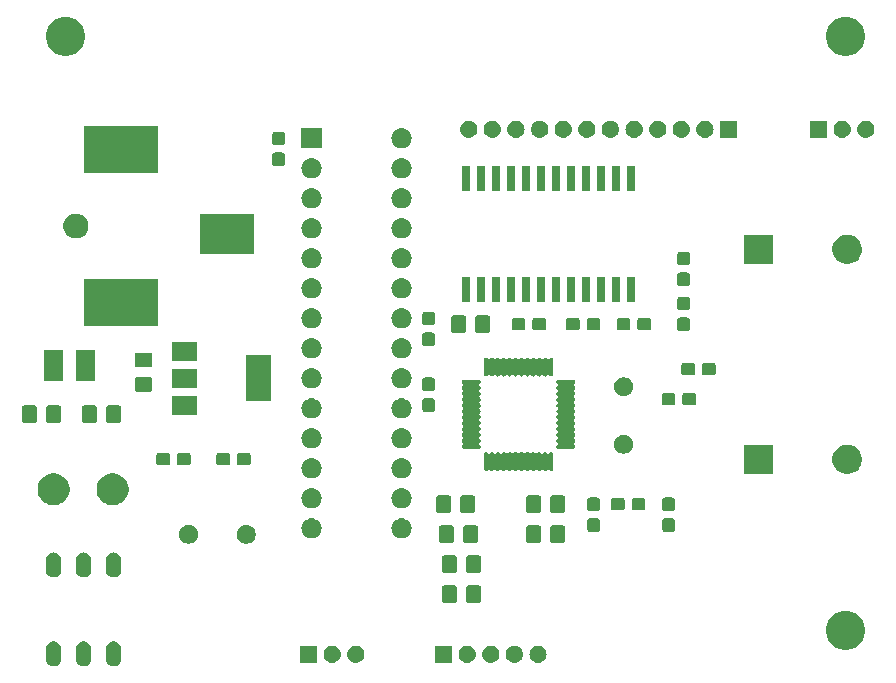
<source format=gbr>
G04 #@! TF.GenerationSoftware,KiCad,Pcbnew,(5.1.0)-1*
G04 #@! TF.CreationDate,2019-11-07T23:05:45-05:00*
G04 #@! TF.ProjectId,ocarina v1.0,6f636172-696e-4612-9076-312e302e6b69,rev?*
G04 #@! TF.SameCoordinates,Original*
G04 #@! TF.FileFunction,Soldermask,Top*
G04 #@! TF.FilePolarity,Negative*
%FSLAX46Y46*%
G04 Gerber Fmt 4.6, Leading zero omitted, Abs format (unit mm)*
G04 Created by KiCad (PCBNEW (5.1.0)-1) date 2019-11-07 23:05:45*
%MOMM*%
%LPD*%
G04 APERTURE LIST*
%ADD10C,0.100000*%
G04 APERTURE END LIST*
D10*
G36*
X71247617Y-108128420D02*
G01*
X71338403Y-108155960D01*
X71370335Y-108165646D01*
X71483424Y-108226094D01*
X71582554Y-108307447D01*
X71663906Y-108406575D01*
X71724354Y-108519664D01*
X71732349Y-108546019D01*
X71761580Y-108642382D01*
X71771000Y-108738027D01*
X71771000Y-109601973D01*
X71761580Y-109697618D01*
X71734040Y-109788404D01*
X71724354Y-109820336D01*
X71663906Y-109933425D01*
X71582554Y-110032554D01*
X71483425Y-110113906D01*
X71370336Y-110174354D01*
X71338404Y-110184040D01*
X71247618Y-110211580D01*
X71120000Y-110224149D01*
X70992383Y-110211580D01*
X70901597Y-110184040D01*
X70869665Y-110174354D01*
X70756576Y-110113906D01*
X70657447Y-110032554D01*
X70576095Y-109933425D01*
X70515647Y-109820336D01*
X70511282Y-109805946D01*
X70478420Y-109697618D01*
X70469000Y-109601973D01*
X70469000Y-108738028D01*
X70478420Y-108642383D01*
X70515645Y-108519669D01*
X70515646Y-108519665D01*
X70576094Y-108406576D01*
X70657447Y-108307446D01*
X70756575Y-108226094D01*
X70869664Y-108165646D01*
X70901596Y-108155960D01*
X70992382Y-108128420D01*
X71120000Y-108115851D01*
X71247617Y-108128420D01*
X71247617Y-108128420D01*
G37*
G36*
X73787617Y-108128420D02*
G01*
X73878403Y-108155960D01*
X73910335Y-108165646D01*
X74023424Y-108226094D01*
X74122554Y-108307447D01*
X74203906Y-108406575D01*
X74264354Y-108519664D01*
X74272349Y-108546019D01*
X74301580Y-108642382D01*
X74311000Y-108738027D01*
X74311000Y-109601973D01*
X74301580Y-109697618D01*
X74274040Y-109788404D01*
X74264354Y-109820336D01*
X74203906Y-109933425D01*
X74122554Y-110032554D01*
X74023425Y-110113906D01*
X73910336Y-110174354D01*
X73878404Y-110184040D01*
X73787618Y-110211580D01*
X73660000Y-110224149D01*
X73532383Y-110211580D01*
X73441597Y-110184040D01*
X73409665Y-110174354D01*
X73296576Y-110113906D01*
X73197447Y-110032554D01*
X73116095Y-109933425D01*
X73055647Y-109820336D01*
X73051282Y-109805946D01*
X73018420Y-109697618D01*
X73009000Y-109601973D01*
X73009000Y-108738028D01*
X73018420Y-108642383D01*
X73055645Y-108519669D01*
X73055646Y-108519665D01*
X73116094Y-108406576D01*
X73197447Y-108307446D01*
X73296575Y-108226094D01*
X73409664Y-108165646D01*
X73441596Y-108155960D01*
X73532382Y-108128420D01*
X73660000Y-108115851D01*
X73787617Y-108128420D01*
X73787617Y-108128420D01*
G37*
G36*
X76327617Y-108128420D02*
G01*
X76418403Y-108155960D01*
X76450335Y-108165646D01*
X76563424Y-108226094D01*
X76662554Y-108307447D01*
X76743906Y-108406575D01*
X76804354Y-108519664D01*
X76812349Y-108546019D01*
X76841580Y-108642382D01*
X76851000Y-108738027D01*
X76851000Y-109601973D01*
X76841580Y-109697618D01*
X76814040Y-109788404D01*
X76804354Y-109820336D01*
X76743906Y-109933425D01*
X76662554Y-110032554D01*
X76563425Y-110113906D01*
X76450336Y-110174354D01*
X76418404Y-110184040D01*
X76327618Y-110211580D01*
X76200000Y-110224149D01*
X76072383Y-110211580D01*
X75981597Y-110184040D01*
X75949665Y-110174354D01*
X75836576Y-110113906D01*
X75737447Y-110032554D01*
X75656095Y-109933425D01*
X75595647Y-109820336D01*
X75591282Y-109805946D01*
X75558420Y-109697618D01*
X75549000Y-109601973D01*
X75549000Y-108738028D01*
X75558420Y-108642383D01*
X75595645Y-108519669D01*
X75595646Y-108519665D01*
X75656094Y-108406576D01*
X75737447Y-108307446D01*
X75836575Y-108226094D01*
X75949664Y-108165646D01*
X75981596Y-108155960D01*
X76072382Y-108128420D01*
X76200000Y-108115851D01*
X76327617Y-108128420D01*
X76327617Y-108128420D01*
G37*
G36*
X106211213Y-108497502D02*
G01*
X106282321Y-108504505D01*
X106419172Y-108546019D01*
X106419175Y-108546020D01*
X106545294Y-108613432D01*
X106655843Y-108704157D01*
X106746568Y-108814706D01*
X106813980Y-108940825D01*
X106813981Y-108940828D01*
X106855495Y-109077679D01*
X106869512Y-109220000D01*
X106855495Y-109362321D01*
X106813981Y-109499172D01*
X106813980Y-109499175D01*
X106746568Y-109625294D01*
X106655843Y-109735843D01*
X106545294Y-109826568D01*
X106419175Y-109893980D01*
X106419172Y-109893981D01*
X106282321Y-109935495D01*
X106211213Y-109942498D01*
X106175660Y-109946000D01*
X106104340Y-109946000D01*
X106068787Y-109942498D01*
X105997679Y-109935495D01*
X105860828Y-109893981D01*
X105860825Y-109893980D01*
X105734706Y-109826568D01*
X105624157Y-109735843D01*
X105533432Y-109625294D01*
X105466020Y-109499175D01*
X105466019Y-109499172D01*
X105424505Y-109362321D01*
X105410488Y-109220000D01*
X105424505Y-109077679D01*
X105466019Y-108940828D01*
X105466020Y-108940825D01*
X105533432Y-108814706D01*
X105624157Y-108704157D01*
X105734706Y-108613432D01*
X105860825Y-108546020D01*
X105860828Y-108546019D01*
X105997679Y-108504505D01*
X106068787Y-108497502D01*
X106104340Y-108494000D01*
X106175660Y-108494000D01*
X106211213Y-108497502D01*
X106211213Y-108497502D01*
G37*
G36*
X112211213Y-108497502D02*
G01*
X112282321Y-108504505D01*
X112419172Y-108546019D01*
X112419175Y-108546020D01*
X112545294Y-108613432D01*
X112655843Y-108704157D01*
X112746568Y-108814706D01*
X112813980Y-108940825D01*
X112813981Y-108940828D01*
X112855495Y-109077679D01*
X112869512Y-109220000D01*
X112855495Y-109362321D01*
X112813981Y-109499172D01*
X112813980Y-109499175D01*
X112746568Y-109625294D01*
X112655843Y-109735843D01*
X112545294Y-109826568D01*
X112419175Y-109893980D01*
X112419172Y-109893981D01*
X112282321Y-109935495D01*
X112211213Y-109942498D01*
X112175660Y-109946000D01*
X112104340Y-109946000D01*
X112068787Y-109942498D01*
X111997679Y-109935495D01*
X111860828Y-109893981D01*
X111860825Y-109893980D01*
X111734706Y-109826568D01*
X111624157Y-109735843D01*
X111533432Y-109625294D01*
X111466020Y-109499175D01*
X111466019Y-109499172D01*
X111424505Y-109362321D01*
X111410488Y-109220000D01*
X111424505Y-109077679D01*
X111466019Y-108940828D01*
X111466020Y-108940825D01*
X111533432Y-108814706D01*
X111624157Y-108704157D01*
X111734706Y-108613432D01*
X111860825Y-108546020D01*
X111860828Y-108546019D01*
X111997679Y-108504505D01*
X112068787Y-108497502D01*
X112104340Y-108494000D01*
X112175660Y-108494000D01*
X112211213Y-108497502D01*
X112211213Y-108497502D01*
G37*
G36*
X110211213Y-108497502D02*
G01*
X110282321Y-108504505D01*
X110419172Y-108546019D01*
X110419175Y-108546020D01*
X110545294Y-108613432D01*
X110655843Y-108704157D01*
X110746568Y-108814706D01*
X110813980Y-108940825D01*
X110813981Y-108940828D01*
X110855495Y-109077679D01*
X110869512Y-109220000D01*
X110855495Y-109362321D01*
X110813981Y-109499172D01*
X110813980Y-109499175D01*
X110746568Y-109625294D01*
X110655843Y-109735843D01*
X110545294Y-109826568D01*
X110419175Y-109893980D01*
X110419172Y-109893981D01*
X110282321Y-109935495D01*
X110211213Y-109942498D01*
X110175660Y-109946000D01*
X110104340Y-109946000D01*
X110068787Y-109942498D01*
X109997679Y-109935495D01*
X109860828Y-109893981D01*
X109860825Y-109893980D01*
X109734706Y-109826568D01*
X109624157Y-109735843D01*
X109533432Y-109625294D01*
X109466020Y-109499175D01*
X109466019Y-109499172D01*
X109424505Y-109362321D01*
X109410488Y-109220000D01*
X109424505Y-109077679D01*
X109466019Y-108940828D01*
X109466020Y-108940825D01*
X109533432Y-108814706D01*
X109624157Y-108704157D01*
X109734706Y-108613432D01*
X109860825Y-108546020D01*
X109860828Y-108546019D01*
X109997679Y-108504505D01*
X110068787Y-108497502D01*
X110104340Y-108494000D01*
X110175660Y-108494000D01*
X110211213Y-108497502D01*
X110211213Y-108497502D01*
G37*
G36*
X96781213Y-108497502D02*
G01*
X96852321Y-108504505D01*
X96989172Y-108546019D01*
X96989175Y-108546020D01*
X97115294Y-108613432D01*
X97225843Y-108704157D01*
X97316568Y-108814706D01*
X97383980Y-108940825D01*
X97383981Y-108940828D01*
X97425495Y-109077679D01*
X97439512Y-109220000D01*
X97425495Y-109362321D01*
X97383981Y-109499172D01*
X97383980Y-109499175D01*
X97316568Y-109625294D01*
X97225843Y-109735843D01*
X97115294Y-109826568D01*
X96989175Y-109893980D01*
X96989172Y-109893981D01*
X96852321Y-109935495D01*
X96781213Y-109942498D01*
X96745660Y-109946000D01*
X96674340Y-109946000D01*
X96638787Y-109942498D01*
X96567679Y-109935495D01*
X96430828Y-109893981D01*
X96430825Y-109893980D01*
X96304706Y-109826568D01*
X96194157Y-109735843D01*
X96103432Y-109625294D01*
X96036020Y-109499175D01*
X96036019Y-109499172D01*
X95994505Y-109362321D01*
X95980488Y-109220000D01*
X95994505Y-109077679D01*
X96036019Y-108940828D01*
X96036020Y-108940825D01*
X96103432Y-108814706D01*
X96194157Y-108704157D01*
X96304706Y-108613432D01*
X96430825Y-108546020D01*
X96430828Y-108546019D01*
X96567679Y-108504505D01*
X96638787Y-108497502D01*
X96674340Y-108494000D01*
X96745660Y-108494000D01*
X96781213Y-108497502D01*
X96781213Y-108497502D01*
G37*
G36*
X94781213Y-108497502D02*
G01*
X94852321Y-108504505D01*
X94989172Y-108546019D01*
X94989175Y-108546020D01*
X95115294Y-108613432D01*
X95225843Y-108704157D01*
X95316568Y-108814706D01*
X95383980Y-108940825D01*
X95383981Y-108940828D01*
X95425495Y-109077679D01*
X95439512Y-109220000D01*
X95425495Y-109362321D01*
X95383981Y-109499172D01*
X95383980Y-109499175D01*
X95316568Y-109625294D01*
X95225843Y-109735843D01*
X95115294Y-109826568D01*
X94989175Y-109893980D01*
X94989172Y-109893981D01*
X94852321Y-109935495D01*
X94781213Y-109942498D01*
X94745660Y-109946000D01*
X94674340Y-109946000D01*
X94638787Y-109942498D01*
X94567679Y-109935495D01*
X94430828Y-109893981D01*
X94430825Y-109893980D01*
X94304706Y-109826568D01*
X94194157Y-109735843D01*
X94103432Y-109625294D01*
X94036020Y-109499175D01*
X94036019Y-109499172D01*
X93994505Y-109362321D01*
X93980488Y-109220000D01*
X93994505Y-109077679D01*
X94036019Y-108940828D01*
X94036020Y-108940825D01*
X94103432Y-108814706D01*
X94194157Y-108704157D01*
X94304706Y-108613432D01*
X94430825Y-108546020D01*
X94430828Y-108546019D01*
X94567679Y-108504505D01*
X94638787Y-108497502D01*
X94674340Y-108494000D01*
X94745660Y-108494000D01*
X94781213Y-108497502D01*
X94781213Y-108497502D01*
G37*
G36*
X93436000Y-109946000D02*
G01*
X91984000Y-109946000D01*
X91984000Y-108494000D01*
X93436000Y-108494000D01*
X93436000Y-109946000D01*
X93436000Y-109946000D01*
G37*
G36*
X104866000Y-109946000D02*
G01*
X103414000Y-109946000D01*
X103414000Y-108494000D01*
X104866000Y-108494000D01*
X104866000Y-109946000D01*
X104866000Y-109946000D01*
G37*
G36*
X108211213Y-108497502D02*
G01*
X108282321Y-108504505D01*
X108419172Y-108546019D01*
X108419175Y-108546020D01*
X108545294Y-108613432D01*
X108655843Y-108704157D01*
X108746568Y-108814706D01*
X108813980Y-108940825D01*
X108813981Y-108940828D01*
X108855495Y-109077679D01*
X108869512Y-109220000D01*
X108855495Y-109362321D01*
X108813981Y-109499172D01*
X108813980Y-109499175D01*
X108746568Y-109625294D01*
X108655843Y-109735843D01*
X108545294Y-109826568D01*
X108419175Y-109893980D01*
X108419172Y-109893981D01*
X108282321Y-109935495D01*
X108211213Y-109942498D01*
X108175660Y-109946000D01*
X108104340Y-109946000D01*
X108068787Y-109942498D01*
X107997679Y-109935495D01*
X107860828Y-109893981D01*
X107860825Y-109893980D01*
X107734706Y-109826568D01*
X107624157Y-109735843D01*
X107533432Y-109625294D01*
X107466020Y-109499175D01*
X107466019Y-109499172D01*
X107424505Y-109362321D01*
X107410488Y-109220000D01*
X107424505Y-109077679D01*
X107466019Y-108940828D01*
X107466020Y-108940825D01*
X107533432Y-108814706D01*
X107624157Y-108704157D01*
X107734706Y-108613432D01*
X107860825Y-108546020D01*
X107860828Y-108546019D01*
X107997679Y-108504505D01*
X108068787Y-108497502D01*
X108104340Y-108494000D01*
X108175660Y-108494000D01*
X108211213Y-108497502D01*
X108211213Y-108497502D01*
G37*
G36*
X138551256Y-105579298D02*
G01*
X138657579Y-105600447D01*
X138958042Y-105724903D01*
X139228451Y-105905585D01*
X139458415Y-106135549D01*
X139639097Y-106405958D01*
X139763553Y-106706421D01*
X139827000Y-107025391D01*
X139827000Y-107350609D01*
X139763553Y-107669579D01*
X139639097Y-107970042D01*
X139458415Y-108240451D01*
X139228451Y-108470415D01*
X138958042Y-108651097D01*
X138657579Y-108775553D01*
X138551256Y-108796702D01*
X138338611Y-108839000D01*
X138013389Y-108839000D01*
X137800744Y-108796702D01*
X137694421Y-108775553D01*
X137393958Y-108651097D01*
X137123549Y-108470415D01*
X136893585Y-108240451D01*
X136712903Y-107970042D01*
X136588447Y-107669579D01*
X136525000Y-107350609D01*
X136525000Y-107025391D01*
X136588447Y-106706421D01*
X136712903Y-106405958D01*
X136893585Y-106135549D01*
X137123549Y-105905585D01*
X137393958Y-105724903D01*
X137694421Y-105600447D01*
X137800744Y-105579298D01*
X138013389Y-105537000D01*
X138338611Y-105537000D01*
X138551256Y-105579298D01*
X138551256Y-105579298D01*
G37*
G36*
X105093674Y-103393465D02*
G01*
X105131367Y-103404899D01*
X105166103Y-103423466D01*
X105196548Y-103448452D01*
X105221534Y-103478897D01*
X105240101Y-103513633D01*
X105251535Y-103551326D01*
X105256000Y-103596661D01*
X105256000Y-104683339D01*
X105251535Y-104728674D01*
X105240101Y-104766367D01*
X105221534Y-104801103D01*
X105196548Y-104831548D01*
X105166103Y-104856534D01*
X105131367Y-104875101D01*
X105093674Y-104886535D01*
X105048339Y-104891000D01*
X104211661Y-104891000D01*
X104166326Y-104886535D01*
X104128633Y-104875101D01*
X104093897Y-104856534D01*
X104063452Y-104831548D01*
X104038466Y-104801103D01*
X104019899Y-104766367D01*
X104008465Y-104728674D01*
X104004000Y-104683339D01*
X104004000Y-103596661D01*
X104008465Y-103551326D01*
X104019899Y-103513633D01*
X104038466Y-103478897D01*
X104063452Y-103448452D01*
X104093897Y-103423466D01*
X104128633Y-103404899D01*
X104166326Y-103393465D01*
X104211661Y-103389000D01*
X105048339Y-103389000D01*
X105093674Y-103393465D01*
X105093674Y-103393465D01*
G37*
G36*
X107143674Y-103393465D02*
G01*
X107181367Y-103404899D01*
X107216103Y-103423466D01*
X107246548Y-103448452D01*
X107271534Y-103478897D01*
X107290101Y-103513633D01*
X107301535Y-103551326D01*
X107306000Y-103596661D01*
X107306000Y-104683339D01*
X107301535Y-104728674D01*
X107290101Y-104766367D01*
X107271534Y-104801103D01*
X107246548Y-104831548D01*
X107216103Y-104856534D01*
X107181367Y-104875101D01*
X107143674Y-104886535D01*
X107098339Y-104891000D01*
X106261661Y-104891000D01*
X106216326Y-104886535D01*
X106178633Y-104875101D01*
X106143897Y-104856534D01*
X106113452Y-104831548D01*
X106088466Y-104801103D01*
X106069899Y-104766367D01*
X106058465Y-104728674D01*
X106054000Y-104683339D01*
X106054000Y-103596661D01*
X106058465Y-103551326D01*
X106069899Y-103513633D01*
X106088466Y-103478897D01*
X106113452Y-103448452D01*
X106143897Y-103423466D01*
X106178633Y-103404899D01*
X106216326Y-103393465D01*
X106261661Y-103389000D01*
X107098339Y-103389000D01*
X107143674Y-103393465D01*
X107143674Y-103393465D01*
G37*
G36*
X71247617Y-100608420D02*
G01*
X71338403Y-100635960D01*
X71370335Y-100645646D01*
X71483424Y-100706094D01*
X71582554Y-100787447D01*
X71663906Y-100886575D01*
X71724354Y-100999664D01*
X71729618Y-101017017D01*
X71761580Y-101122382D01*
X71771000Y-101218027D01*
X71771000Y-102081973D01*
X71761580Y-102177618D01*
X71736255Y-102261103D01*
X71724354Y-102300336D01*
X71663906Y-102413425D01*
X71582554Y-102512554D01*
X71483425Y-102593906D01*
X71370336Y-102654354D01*
X71338404Y-102664040D01*
X71247618Y-102691580D01*
X71120000Y-102704149D01*
X70992383Y-102691580D01*
X70901597Y-102664040D01*
X70869665Y-102654354D01*
X70756576Y-102593906D01*
X70657447Y-102512554D01*
X70576095Y-102413425D01*
X70515647Y-102300336D01*
X70503746Y-102261103D01*
X70478420Y-102177618D01*
X70469000Y-102081973D01*
X70469000Y-101218028D01*
X70478420Y-101122383D01*
X70505960Y-101031597D01*
X70515646Y-100999665D01*
X70576094Y-100886576D01*
X70657447Y-100787446D01*
X70756575Y-100706094D01*
X70869664Y-100645646D01*
X70901596Y-100635960D01*
X70992382Y-100608420D01*
X71120000Y-100595851D01*
X71247617Y-100608420D01*
X71247617Y-100608420D01*
G37*
G36*
X73787617Y-100608420D02*
G01*
X73878403Y-100635960D01*
X73910335Y-100645646D01*
X74023424Y-100706094D01*
X74122554Y-100787447D01*
X74203906Y-100886575D01*
X74264354Y-100999664D01*
X74269618Y-101017017D01*
X74301580Y-101122382D01*
X74311000Y-101218027D01*
X74311000Y-102081973D01*
X74301580Y-102177618D01*
X74276255Y-102261103D01*
X74264354Y-102300336D01*
X74203906Y-102413425D01*
X74122554Y-102512554D01*
X74023425Y-102593906D01*
X73910336Y-102654354D01*
X73878404Y-102664040D01*
X73787618Y-102691580D01*
X73660000Y-102704149D01*
X73532383Y-102691580D01*
X73441597Y-102664040D01*
X73409665Y-102654354D01*
X73296576Y-102593906D01*
X73197447Y-102512554D01*
X73116095Y-102413425D01*
X73055647Y-102300336D01*
X73043746Y-102261103D01*
X73018420Y-102177618D01*
X73009000Y-102081973D01*
X73009000Y-101218028D01*
X73018420Y-101122383D01*
X73045960Y-101031597D01*
X73055646Y-100999665D01*
X73116094Y-100886576D01*
X73197447Y-100787446D01*
X73296575Y-100706094D01*
X73409664Y-100645646D01*
X73441596Y-100635960D01*
X73532382Y-100608420D01*
X73660000Y-100595851D01*
X73787617Y-100608420D01*
X73787617Y-100608420D01*
G37*
G36*
X76327617Y-100608420D02*
G01*
X76418403Y-100635960D01*
X76450335Y-100645646D01*
X76563424Y-100706094D01*
X76662554Y-100787447D01*
X76743906Y-100886575D01*
X76804354Y-100999664D01*
X76809618Y-101017017D01*
X76841580Y-101122382D01*
X76851000Y-101218027D01*
X76851000Y-102081973D01*
X76841580Y-102177618D01*
X76816255Y-102261103D01*
X76804354Y-102300336D01*
X76743906Y-102413425D01*
X76662554Y-102512554D01*
X76563425Y-102593906D01*
X76450336Y-102654354D01*
X76418404Y-102664040D01*
X76327618Y-102691580D01*
X76200000Y-102704149D01*
X76072383Y-102691580D01*
X75981597Y-102664040D01*
X75949665Y-102654354D01*
X75836576Y-102593906D01*
X75737447Y-102512554D01*
X75656095Y-102413425D01*
X75595647Y-102300336D01*
X75583746Y-102261103D01*
X75558420Y-102177618D01*
X75549000Y-102081973D01*
X75549000Y-101218028D01*
X75558420Y-101122383D01*
X75585960Y-101031597D01*
X75595646Y-100999665D01*
X75656094Y-100886576D01*
X75737447Y-100787446D01*
X75836575Y-100706094D01*
X75949664Y-100645646D01*
X75981596Y-100635960D01*
X76072382Y-100608420D01*
X76200000Y-100595851D01*
X76327617Y-100608420D01*
X76327617Y-100608420D01*
G37*
G36*
X105093674Y-100853465D02*
G01*
X105131367Y-100864899D01*
X105166103Y-100883466D01*
X105196548Y-100908452D01*
X105221534Y-100938897D01*
X105240101Y-100973633D01*
X105251535Y-101011326D01*
X105256000Y-101056661D01*
X105256000Y-102143339D01*
X105251535Y-102188674D01*
X105240101Y-102226367D01*
X105221534Y-102261103D01*
X105196548Y-102291548D01*
X105166103Y-102316534D01*
X105131367Y-102335101D01*
X105093674Y-102346535D01*
X105048339Y-102351000D01*
X104211661Y-102351000D01*
X104166326Y-102346535D01*
X104128633Y-102335101D01*
X104093897Y-102316534D01*
X104063452Y-102291548D01*
X104038466Y-102261103D01*
X104019899Y-102226367D01*
X104008465Y-102188674D01*
X104004000Y-102143339D01*
X104004000Y-101056661D01*
X104008465Y-101011326D01*
X104019899Y-100973633D01*
X104038466Y-100938897D01*
X104063452Y-100908452D01*
X104093897Y-100883466D01*
X104128633Y-100864899D01*
X104166326Y-100853465D01*
X104211661Y-100849000D01*
X105048339Y-100849000D01*
X105093674Y-100853465D01*
X105093674Y-100853465D01*
G37*
G36*
X107143674Y-100853465D02*
G01*
X107181367Y-100864899D01*
X107216103Y-100883466D01*
X107246548Y-100908452D01*
X107271534Y-100938897D01*
X107290101Y-100973633D01*
X107301535Y-101011326D01*
X107306000Y-101056661D01*
X107306000Y-102143339D01*
X107301535Y-102188674D01*
X107290101Y-102226367D01*
X107271534Y-102261103D01*
X107246548Y-102291548D01*
X107216103Y-102316534D01*
X107181367Y-102335101D01*
X107143674Y-102346535D01*
X107098339Y-102351000D01*
X106261661Y-102351000D01*
X106216326Y-102346535D01*
X106178633Y-102335101D01*
X106143897Y-102316534D01*
X106113452Y-102291548D01*
X106088466Y-102261103D01*
X106069899Y-102226367D01*
X106058465Y-102188674D01*
X106054000Y-102143339D01*
X106054000Y-101056661D01*
X106058465Y-101011326D01*
X106069899Y-100973633D01*
X106088466Y-100938897D01*
X106113452Y-100908452D01*
X106143897Y-100883466D01*
X106178633Y-100864899D01*
X106216326Y-100853465D01*
X106261661Y-100849000D01*
X107098339Y-100849000D01*
X107143674Y-100853465D01*
X107143674Y-100853465D01*
G37*
G36*
X87663642Y-98289781D02*
G01*
X87793248Y-98343466D01*
X87809416Y-98350163D01*
X87940608Y-98437822D01*
X88052178Y-98549392D01*
X88139837Y-98680584D01*
X88139838Y-98680586D01*
X88200219Y-98826358D01*
X88231000Y-98981107D01*
X88231000Y-99138893D01*
X88200219Y-99293642D01*
X88180178Y-99342024D01*
X88139837Y-99439416D01*
X88052178Y-99570608D01*
X87940608Y-99682178D01*
X87809416Y-99769837D01*
X87809415Y-99769838D01*
X87809414Y-99769838D01*
X87663642Y-99830219D01*
X87508893Y-99861000D01*
X87351107Y-99861000D01*
X87196358Y-99830219D01*
X87050586Y-99769838D01*
X87050585Y-99769838D01*
X87050584Y-99769837D01*
X86919392Y-99682178D01*
X86807822Y-99570608D01*
X86720163Y-99439416D01*
X86679822Y-99342024D01*
X86659781Y-99293642D01*
X86629000Y-99138893D01*
X86629000Y-98981107D01*
X86659781Y-98826358D01*
X86720162Y-98680586D01*
X86720163Y-98680584D01*
X86807822Y-98549392D01*
X86919392Y-98437822D01*
X87050584Y-98350163D01*
X87066752Y-98343466D01*
X87196358Y-98289781D01*
X87351107Y-98259000D01*
X87508893Y-98259000D01*
X87663642Y-98289781D01*
X87663642Y-98289781D01*
G37*
G36*
X82783642Y-98289781D02*
G01*
X82913248Y-98343466D01*
X82929416Y-98350163D01*
X83060608Y-98437822D01*
X83172178Y-98549392D01*
X83259837Y-98680584D01*
X83259838Y-98680586D01*
X83320219Y-98826358D01*
X83351000Y-98981107D01*
X83351000Y-99138893D01*
X83320219Y-99293642D01*
X83300178Y-99342024D01*
X83259837Y-99439416D01*
X83172178Y-99570608D01*
X83060608Y-99682178D01*
X82929416Y-99769837D01*
X82929415Y-99769838D01*
X82929414Y-99769838D01*
X82783642Y-99830219D01*
X82628893Y-99861000D01*
X82471107Y-99861000D01*
X82316358Y-99830219D01*
X82170586Y-99769838D01*
X82170585Y-99769838D01*
X82170584Y-99769837D01*
X82039392Y-99682178D01*
X81927822Y-99570608D01*
X81840163Y-99439416D01*
X81799822Y-99342024D01*
X81779781Y-99293642D01*
X81749000Y-99138893D01*
X81749000Y-98981107D01*
X81779781Y-98826358D01*
X81840162Y-98680586D01*
X81840163Y-98680584D01*
X81927822Y-98549392D01*
X82039392Y-98437822D01*
X82170584Y-98350163D01*
X82186752Y-98343466D01*
X82316358Y-98289781D01*
X82471107Y-98259000D01*
X82628893Y-98259000D01*
X82783642Y-98289781D01*
X82783642Y-98289781D01*
G37*
G36*
X114273674Y-98313465D02*
G01*
X114311367Y-98324899D01*
X114346103Y-98343466D01*
X114376548Y-98368452D01*
X114401534Y-98398897D01*
X114420101Y-98433633D01*
X114431535Y-98471326D01*
X114436000Y-98516661D01*
X114436000Y-99603339D01*
X114431535Y-99648674D01*
X114420101Y-99686367D01*
X114401534Y-99721103D01*
X114376548Y-99751548D01*
X114346103Y-99776534D01*
X114311367Y-99795101D01*
X114273674Y-99806535D01*
X114228339Y-99811000D01*
X113391661Y-99811000D01*
X113346326Y-99806535D01*
X113308633Y-99795101D01*
X113273897Y-99776534D01*
X113243452Y-99751548D01*
X113218466Y-99721103D01*
X113199899Y-99686367D01*
X113188465Y-99648674D01*
X113184000Y-99603339D01*
X113184000Y-98516661D01*
X113188465Y-98471326D01*
X113199899Y-98433633D01*
X113218466Y-98398897D01*
X113243452Y-98368452D01*
X113273897Y-98343466D01*
X113308633Y-98324899D01*
X113346326Y-98313465D01*
X113391661Y-98309000D01*
X114228339Y-98309000D01*
X114273674Y-98313465D01*
X114273674Y-98313465D01*
G37*
G36*
X106898674Y-98313465D02*
G01*
X106936367Y-98324899D01*
X106971103Y-98343466D01*
X107001548Y-98368452D01*
X107026534Y-98398897D01*
X107045101Y-98433633D01*
X107056535Y-98471326D01*
X107061000Y-98516661D01*
X107061000Y-99603339D01*
X107056535Y-99648674D01*
X107045101Y-99686367D01*
X107026534Y-99721103D01*
X107001548Y-99751548D01*
X106971103Y-99776534D01*
X106936367Y-99795101D01*
X106898674Y-99806535D01*
X106853339Y-99811000D01*
X106016661Y-99811000D01*
X105971326Y-99806535D01*
X105933633Y-99795101D01*
X105898897Y-99776534D01*
X105868452Y-99751548D01*
X105843466Y-99721103D01*
X105824899Y-99686367D01*
X105813465Y-99648674D01*
X105809000Y-99603339D01*
X105809000Y-98516661D01*
X105813465Y-98471326D01*
X105824899Y-98433633D01*
X105843466Y-98398897D01*
X105868452Y-98368452D01*
X105898897Y-98343466D01*
X105933633Y-98324899D01*
X105971326Y-98313465D01*
X106016661Y-98309000D01*
X106853339Y-98309000D01*
X106898674Y-98313465D01*
X106898674Y-98313465D01*
G37*
G36*
X112223674Y-98313465D02*
G01*
X112261367Y-98324899D01*
X112296103Y-98343466D01*
X112326548Y-98368452D01*
X112351534Y-98398897D01*
X112370101Y-98433633D01*
X112381535Y-98471326D01*
X112386000Y-98516661D01*
X112386000Y-99603339D01*
X112381535Y-99648674D01*
X112370101Y-99686367D01*
X112351534Y-99721103D01*
X112326548Y-99751548D01*
X112296103Y-99776534D01*
X112261367Y-99795101D01*
X112223674Y-99806535D01*
X112178339Y-99811000D01*
X111341661Y-99811000D01*
X111296326Y-99806535D01*
X111258633Y-99795101D01*
X111223897Y-99776534D01*
X111193452Y-99751548D01*
X111168466Y-99721103D01*
X111149899Y-99686367D01*
X111138465Y-99648674D01*
X111134000Y-99603339D01*
X111134000Y-98516661D01*
X111138465Y-98471326D01*
X111149899Y-98433633D01*
X111168466Y-98398897D01*
X111193452Y-98368452D01*
X111223897Y-98343466D01*
X111258633Y-98324899D01*
X111296326Y-98313465D01*
X111341661Y-98309000D01*
X112178339Y-98309000D01*
X112223674Y-98313465D01*
X112223674Y-98313465D01*
G37*
G36*
X104848674Y-98313465D02*
G01*
X104886367Y-98324899D01*
X104921103Y-98343466D01*
X104951548Y-98368452D01*
X104976534Y-98398897D01*
X104995101Y-98433633D01*
X105006535Y-98471326D01*
X105011000Y-98516661D01*
X105011000Y-99603339D01*
X105006535Y-99648674D01*
X104995101Y-99686367D01*
X104976534Y-99721103D01*
X104951548Y-99751548D01*
X104921103Y-99776534D01*
X104886367Y-99795101D01*
X104848674Y-99806535D01*
X104803339Y-99811000D01*
X103966661Y-99811000D01*
X103921326Y-99806535D01*
X103883633Y-99795101D01*
X103848897Y-99776534D01*
X103818452Y-99751548D01*
X103793466Y-99721103D01*
X103774899Y-99686367D01*
X103763465Y-99648674D01*
X103759000Y-99603339D01*
X103759000Y-98516661D01*
X103763465Y-98471326D01*
X103774899Y-98433633D01*
X103793466Y-98398897D01*
X103818452Y-98368452D01*
X103848897Y-98343466D01*
X103883633Y-98324899D01*
X103921326Y-98313465D01*
X103966661Y-98309000D01*
X104803339Y-98309000D01*
X104848674Y-98313465D01*
X104848674Y-98313465D01*
G37*
G36*
X93130823Y-97713313D02*
G01*
X93291242Y-97761976D01*
X93382744Y-97810885D01*
X93439078Y-97840996D01*
X93568659Y-97947341D01*
X93675004Y-98076922D01*
X93675005Y-98076924D01*
X93754024Y-98224758D01*
X93802687Y-98385177D01*
X93819117Y-98552000D01*
X93802687Y-98718823D01*
X93754024Y-98879242D01*
X93699576Y-98981107D01*
X93675004Y-99027078D01*
X93568659Y-99156659D01*
X93439078Y-99263004D01*
X93439076Y-99263005D01*
X93291242Y-99342024D01*
X93130823Y-99390687D01*
X93005804Y-99403000D01*
X92922196Y-99403000D01*
X92797177Y-99390687D01*
X92636758Y-99342024D01*
X92488924Y-99263005D01*
X92488922Y-99263004D01*
X92359341Y-99156659D01*
X92252996Y-99027078D01*
X92228424Y-98981107D01*
X92173976Y-98879242D01*
X92125313Y-98718823D01*
X92108883Y-98552000D01*
X92125313Y-98385177D01*
X92173976Y-98224758D01*
X92252995Y-98076924D01*
X92252996Y-98076922D01*
X92359341Y-97947341D01*
X92488922Y-97840996D01*
X92545256Y-97810885D01*
X92636758Y-97761976D01*
X92797177Y-97713313D01*
X92922196Y-97701000D01*
X93005804Y-97701000D01*
X93130823Y-97713313D01*
X93130823Y-97713313D01*
G37*
G36*
X100750823Y-97713313D02*
G01*
X100911242Y-97761976D01*
X101002744Y-97810885D01*
X101059078Y-97840996D01*
X101188659Y-97947341D01*
X101295004Y-98076922D01*
X101295005Y-98076924D01*
X101374024Y-98224758D01*
X101422687Y-98385177D01*
X101439117Y-98552000D01*
X101422687Y-98718823D01*
X101374024Y-98879242D01*
X101319576Y-98981107D01*
X101295004Y-99027078D01*
X101188659Y-99156659D01*
X101059078Y-99263004D01*
X101059076Y-99263005D01*
X100911242Y-99342024D01*
X100750823Y-99390687D01*
X100625804Y-99403000D01*
X100542196Y-99403000D01*
X100417177Y-99390687D01*
X100256758Y-99342024D01*
X100108924Y-99263005D01*
X100108922Y-99263004D01*
X99979341Y-99156659D01*
X99872996Y-99027078D01*
X99848424Y-98981107D01*
X99793976Y-98879242D01*
X99745313Y-98718823D01*
X99728883Y-98552000D01*
X99745313Y-98385177D01*
X99793976Y-98224758D01*
X99872995Y-98076924D01*
X99872996Y-98076922D01*
X99979341Y-97947341D01*
X100108922Y-97840996D01*
X100165256Y-97810885D01*
X100256758Y-97761976D01*
X100417177Y-97713313D01*
X100542196Y-97701000D01*
X100625804Y-97701000D01*
X100750823Y-97713313D01*
X100750823Y-97713313D01*
G37*
G36*
X117204499Y-97698445D02*
G01*
X117241995Y-97709820D01*
X117276554Y-97728292D01*
X117306847Y-97753153D01*
X117331708Y-97783446D01*
X117350180Y-97818005D01*
X117361555Y-97855501D01*
X117366000Y-97900638D01*
X117366000Y-98639362D01*
X117361555Y-98684499D01*
X117350180Y-98721995D01*
X117331708Y-98756554D01*
X117306847Y-98786847D01*
X117276554Y-98811708D01*
X117241995Y-98830180D01*
X117204499Y-98841555D01*
X117159362Y-98846000D01*
X116520638Y-98846000D01*
X116475501Y-98841555D01*
X116438005Y-98830180D01*
X116403446Y-98811708D01*
X116373153Y-98786847D01*
X116348292Y-98756554D01*
X116329820Y-98721995D01*
X116318445Y-98684499D01*
X116314000Y-98639362D01*
X116314000Y-97900638D01*
X116318445Y-97855501D01*
X116329820Y-97818005D01*
X116348292Y-97783446D01*
X116373153Y-97753153D01*
X116403446Y-97728292D01*
X116438005Y-97709820D01*
X116475501Y-97698445D01*
X116520638Y-97694000D01*
X117159362Y-97694000D01*
X117204499Y-97698445D01*
X117204499Y-97698445D01*
G37*
G36*
X123554499Y-97698445D02*
G01*
X123591995Y-97709820D01*
X123626554Y-97728292D01*
X123656847Y-97753153D01*
X123681708Y-97783446D01*
X123700180Y-97818005D01*
X123711555Y-97855501D01*
X123716000Y-97900638D01*
X123716000Y-98639362D01*
X123711555Y-98684499D01*
X123700180Y-98721995D01*
X123681708Y-98756554D01*
X123656847Y-98786847D01*
X123626554Y-98811708D01*
X123591995Y-98830180D01*
X123554499Y-98841555D01*
X123509362Y-98846000D01*
X122870638Y-98846000D01*
X122825501Y-98841555D01*
X122788005Y-98830180D01*
X122753446Y-98811708D01*
X122723153Y-98786847D01*
X122698292Y-98756554D01*
X122679820Y-98721995D01*
X122668445Y-98684499D01*
X122664000Y-98639362D01*
X122664000Y-97900638D01*
X122668445Y-97855501D01*
X122679820Y-97818005D01*
X122698292Y-97783446D01*
X122723153Y-97753153D01*
X122753446Y-97728292D01*
X122788005Y-97709820D01*
X122825501Y-97698445D01*
X122870638Y-97694000D01*
X123509362Y-97694000D01*
X123554499Y-97698445D01*
X123554499Y-97698445D01*
G37*
G36*
X104603674Y-95773465D02*
G01*
X104641367Y-95784899D01*
X104676103Y-95803466D01*
X104706548Y-95828452D01*
X104731534Y-95858897D01*
X104750101Y-95893633D01*
X104761535Y-95931326D01*
X104766000Y-95976661D01*
X104766000Y-97063339D01*
X104761535Y-97108674D01*
X104750101Y-97146367D01*
X104731534Y-97181103D01*
X104706548Y-97211548D01*
X104676103Y-97236534D01*
X104641367Y-97255101D01*
X104603674Y-97266535D01*
X104558339Y-97271000D01*
X103721661Y-97271000D01*
X103676326Y-97266535D01*
X103638633Y-97255101D01*
X103603897Y-97236534D01*
X103573452Y-97211548D01*
X103548466Y-97181103D01*
X103529899Y-97146367D01*
X103518465Y-97108674D01*
X103514000Y-97063339D01*
X103514000Y-95976661D01*
X103518465Y-95931326D01*
X103529899Y-95893633D01*
X103548466Y-95858897D01*
X103573452Y-95828452D01*
X103603897Y-95803466D01*
X103638633Y-95784899D01*
X103676326Y-95773465D01*
X103721661Y-95769000D01*
X104558339Y-95769000D01*
X104603674Y-95773465D01*
X104603674Y-95773465D01*
G37*
G36*
X106653674Y-95773465D02*
G01*
X106691367Y-95784899D01*
X106726103Y-95803466D01*
X106756548Y-95828452D01*
X106781534Y-95858897D01*
X106800101Y-95893633D01*
X106811535Y-95931326D01*
X106816000Y-95976661D01*
X106816000Y-97063339D01*
X106811535Y-97108674D01*
X106800101Y-97146367D01*
X106781534Y-97181103D01*
X106756548Y-97211548D01*
X106726103Y-97236534D01*
X106691367Y-97255101D01*
X106653674Y-97266535D01*
X106608339Y-97271000D01*
X105771661Y-97271000D01*
X105726326Y-97266535D01*
X105688633Y-97255101D01*
X105653897Y-97236534D01*
X105623452Y-97211548D01*
X105598466Y-97181103D01*
X105579899Y-97146367D01*
X105568465Y-97108674D01*
X105564000Y-97063339D01*
X105564000Y-95976661D01*
X105568465Y-95931326D01*
X105579899Y-95893633D01*
X105598466Y-95858897D01*
X105623452Y-95828452D01*
X105653897Y-95803466D01*
X105688633Y-95784899D01*
X105726326Y-95773465D01*
X105771661Y-95769000D01*
X106608339Y-95769000D01*
X106653674Y-95773465D01*
X106653674Y-95773465D01*
G37*
G36*
X112223674Y-95773465D02*
G01*
X112261367Y-95784899D01*
X112296103Y-95803466D01*
X112326548Y-95828452D01*
X112351534Y-95858897D01*
X112370101Y-95893633D01*
X112381535Y-95931326D01*
X112386000Y-95976661D01*
X112386000Y-97063339D01*
X112381535Y-97108674D01*
X112370101Y-97146367D01*
X112351534Y-97181103D01*
X112326548Y-97211548D01*
X112296103Y-97236534D01*
X112261367Y-97255101D01*
X112223674Y-97266535D01*
X112178339Y-97271000D01*
X111341661Y-97271000D01*
X111296326Y-97266535D01*
X111258633Y-97255101D01*
X111223897Y-97236534D01*
X111193452Y-97211548D01*
X111168466Y-97181103D01*
X111149899Y-97146367D01*
X111138465Y-97108674D01*
X111134000Y-97063339D01*
X111134000Y-95976661D01*
X111138465Y-95931326D01*
X111149899Y-95893633D01*
X111168466Y-95858897D01*
X111193452Y-95828452D01*
X111223897Y-95803466D01*
X111258633Y-95784899D01*
X111296326Y-95773465D01*
X111341661Y-95769000D01*
X112178339Y-95769000D01*
X112223674Y-95773465D01*
X112223674Y-95773465D01*
G37*
G36*
X114273674Y-95773465D02*
G01*
X114311367Y-95784899D01*
X114346103Y-95803466D01*
X114376548Y-95828452D01*
X114401534Y-95858897D01*
X114420101Y-95893633D01*
X114431535Y-95931326D01*
X114436000Y-95976661D01*
X114436000Y-97063339D01*
X114431535Y-97108674D01*
X114420101Y-97146367D01*
X114401534Y-97181103D01*
X114376548Y-97211548D01*
X114346103Y-97236534D01*
X114311367Y-97255101D01*
X114273674Y-97266535D01*
X114228339Y-97271000D01*
X113391661Y-97271000D01*
X113346326Y-97266535D01*
X113308633Y-97255101D01*
X113273897Y-97236534D01*
X113243452Y-97211548D01*
X113218466Y-97181103D01*
X113199899Y-97146367D01*
X113188465Y-97108674D01*
X113184000Y-97063339D01*
X113184000Y-95976661D01*
X113188465Y-95931326D01*
X113199899Y-95893633D01*
X113218466Y-95858897D01*
X113243452Y-95828452D01*
X113273897Y-95803466D01*
X113308633Y-95784899D01*
X113346326Y-95773465D01*
X113391661Y-95769000D01*
X114228339Y-95769000D01*
X114273674Y-95773465D01*
X114273674Y-95773465D01*
G37*
G36*
X117204499Y-95948445D02*
G01*
X117241995Y-95959820D01*
X117276554Y-95978292D01*
X117306847Y-96003153D01*
X117331708Y-96033446D01*
X117350180Y-96068005D01*
X117361555Y-96105501D01*
X117366000Y-96150638D01*
X117366000Y-96889362D01*
X117361555Y-96934499D01*
X117350180Y-96971995D01*
X117331708Y-97006554D01*
X117306847Y-97036847D01*
X117276554Y-97061708D01*
X117241995Y-97080180D01*
X117204499Y-97091555D01*
X117159362Y-97096000D01*
X116520638Y-97096000D01*
X116475501Y-97091555D01*
X116438005Y-97080180D01*
X116403446Y-97061708D01*
X116373153Y-97036847D01*
X116348292Y-97006554D01*
X116329820Y-96971995D01*
X116318445Y-96934499D01*
X116314000Y-96889362D01*
X116314000Y-96150638D01*
X116318445Y-96105501D01*
X116329820Y-96068005D01*
X116348292Y-96033446D01*
X116373153Y-96003153D01*
X116403446Y-95978292D01*
X116438005Y-95959820D01*
X116475501Y-95948445D01*
X116520638Y-95944000D01*
X117159362Y-95944000D01*
X117204499Y-95948445D01*
X117204499Y-95948445D01*
G37*
G36*
X123554499Y-95948445D02*
G01*
X123591995Y-95959820D01*
X123626554Y-95978292D01*
X123656847Y-96003153D01*
X123681708Y-96033446D01*
X123700180Y-96068005D01*
X123711555Y-96105501D01*
X123716000Y-96150638D01*
X123716000Y-96889362D01*
X123711555Y-96934499D01*
X123700180Y-96971995D01*
X123681708Y-97006554D01*
X123656847Y-97036847D01*
X123626554Y-97061708D01*
X123591995Y-97080180D01*
X123554499Y-97091555D01*
X123509362Y-97096000D01*
X122870638Y-97096000D01*
X122825501Y-97091555D01*
X122788005Y-97080180D01*
X122753446Y-97061708D01*
X122723153Y-97036847D01*
X122698292Y-97006554D01*
X122679820Y-96971995D01*
X122668445Y-96934499D01*
X122664000Y-96889362D01*
X122664000Y-96150638D01*
X122668445Y-96105501D01*
X122679820Y-96068005D01*
X122698292Y-96033446D01*
X122723153Y-96003153D01*
X122753446Y-95978292D01*
X122788005Y-95959820D01*
X122825501Y-95948445D01*
X122870638Y-95944000D01*
X123509362Y-95944000D01*
X123554499Y-95948445D01*
X123554499Y-95948445D01*
G37*
G36*
X121064499Y-95998445D02*
G01*
X121101995Y-96009820D01*
X121136554Y-96028292D01*
X121166847Y-96053153D01*
X121191708Y-96083446D01*
X121210180Y-96118005D01*
X121221555Y-96155501D01*
X121226000Y-96200638D01*
X121226000Y-96839362D01*
X121221555Y-96884499D01*
X121210180Y-96921995D01*
X121191708Y-96956554D01*
X121166847Y-96986847D01*
X121136554Y-97011708D01*
X121101995Y-97030180D01*
X121064499Y-97041555D01*
X121019362Y-97046000D01*
X120280638Y-97046000D01*
X120235501Y-97041555D01*
X120198005Y-97030180D01*
X120163446Y-97011708D01*
X120133153Y-96986847D01*
X120108292Y-96956554D01*
X120089820Y-96921995D01*
X120078445Y-96884499D01*
X120074000Y-96839362D01*
X120074000Y-96200638D01*
X120078445Y-96155501D01*
X120089820Y-96118005D01*
X120108292Y-96083446D01*
X120133153Y-96053153D01*
X120163446Y-96028292D01*
X120198005Y-96009820D01*
X120235501Y-95998445D01*
X120280638Y-95994000D01*
X121019362Y-95994000D01*
X121064499Y-95998445D01*
X121064499Y-95998445D01*
G37*
G36*
X119314499Y-95998445D02*
G01*
X119351995Y-96009820D01*
X119386554Y-96028292D01*
X119416847Y-96053153D01*
X119441708Y-96083446D01*
X119460180Y-96118005D01*
X119471555Y-96155501D01*
X119476000Y-96200638D01*
X119476000Y-96839362D01*
X119471555Y-96884499D01*
X119460180Y-96921995D01*
X119441708Y-96956554D01*
X119416847Y-96986847D01*
X119386554Y-97011708D01*
X119351995Y-97030180D01*
X119314499Y-97041555D01*
X119269362Y-97046000D01*
X118530638Y-97046000D01*
X118485501Y-97041555D01*
X118448005Y-97030180D01*
X118413446Y-97011708D01*
X118383153Y-96986847D01*
X118358292Y-96956554D01*
X118339820Y-96921995D01*
X118328445Y-96884499D01*
X118324000Y-96839362D01*
X118324000Y-96200638D01*
X118328445Y-96155501D01*
X118339820Y-96118005D01*
X118358292Y-96083446D01*
X118383153Y-96053153D01*
X118413446Y-96028292D01*
X118448005Y-96009820D01*
X118485501Y-95998445D01*
X118530638Y-95994000D01*
X119269362Y-95994000D01*
X119314499Y-95998445D01*
X119314499Y-95998445D01*
G37*
G36*
X93130823Y-95173313D02*
G01*
X93291242Y-95221976D01*
X93423906Y-95292886D01*
X93439078Y-95300996D01*
X93568659Y-95407341D01*
X93675004Y-95536922D01*
X93675005Y-95536924D01*
X93754024Y-95684758D01*
X93802687Y-95845177D01*
X93819117Y-96012000D01*
X93802687Y-96178823D01*
X93754024Y-96339242D01*
X93696297Y-96447241D01*
X93675004Y-96487078D01*
X93568659Y-96616659D01*
X93439078Y-96723004D01*
X93439076Y-96723005D01*
X93291242Y-96802024D01*
X93130823Y-96850687D01*
X93005804Y-96863000D01*
X92922196Y-96863000D01*
X92797177Y-96850687D01*
X92636758Y-96802024D01*
X92488924Y-96723005D01*
X92488922Y-96723004D01*
X92359341Y-96616659D01*
X92252996Y-96487078D01*
X92231703Y-96447241D01*
X92173976Y-96339242D01*
X92125313Y-96178823D01*
X92108883Y-96012000D01*
X92125313Y-95845177D01*
X92173976Y-95684758D01*
X92252995Y-95536924D01*
X92252996Y-95536922D01*
X92359341Y-95407341D01*
X92488922Y-95300996D01*
X92504094Y-95292886D01*
X92636758Y-95221976D01*
X92797177Y-95173313D01*
X92922196Y-95161000D01*
X93005804Y-95161000D01*
X93130823Y-95173313D01*
X93130823Y-95173313D01*
G37*
G36*
X100750823Y-95173313D02*
G01*
X100911242Y-95221976D01*
X101043906Y-95292886D01*
X101059078Y-95300996D01*
X101188659Y-95407341D01*
X101295004Y-95536922D01*
X101295005Y-95536924D01*
X101374024Y-95684758D01*
X101422687Y-95845177D01*
X101439117Y-96012000D01*
X101422687Y-96178823D01*
X101374024Y-96339242D01*
X101316297Y-96447241D01*
X101295004Y-96487078D01*
X101188659Y-96616659D01*
X101059078Y-96723004D01*
X101059076Y-96723005D01*
X100911242Y-96802024D01*
X100750823Y-96850687D01*
X100625804Y-96863000D01*
X100542196Y-96863000D01*
X100417177Y-96850687D01*
X100256758Y-96802024D01*
X100108924Y-96723005D01*
X100108922Y-96723004D01*
X99979341Y-96616659D01*
X99872996Y-96487078D01*
X99851703Y-96447241D01*
X99793976Y-96339242D01*
X99745313Y-96178823D01*
X99728883Y-96012000D01*
X99745313Y-95845177D01*
X99793976Y-95684758D01*
X99872995Y-95536924D01*
X99872996Y-95536922D01*
X99979341Y-95407341D01*
X100108922Y-95300996D01*
X100124094Y-95292886D01*
X100256758Y-95221976D01*
X100417177Y-95173313D01*
X100542196Y-95161000D01*
X100625804Y-95161000D01*
X100750823Y-95173313D01*
X100750823Y-95173313D01*
G37*
G36*
X76494757Y-93947076D02*
G01*
X76514072Y-93950918D01*
X76759939Y-94052759D01*
X76871328Y-94127187D01*
X76954865Y-94183005D01*
X76981212Y-94200610D01*
X77169390Y-94388788D01*
X77317241Y-94610061D01*
X77419082Y-94855928D01*
X77471000Y-95116938D01*
X77471000Y-95383062D01*
X77419082Y-95644072D01*
X77317241Y-95889939D01*
X77289587Y-95931326D01*
X77169609Y-96110885D01*
X77169390Y-96111212D01*
X76981212Y-96299390D01*
X76759939Y-96447241D01*
X76759938Y-96447242D01*
X76759937Y-96447242D01*
X76514072Y-96549082D01*
X76253063Y-96601000D01*
X75986937Y-96601000D01*
X75725928Y-96549082D01*
X75480063Y-96447242D01*
X75480062Y-96447242D01*
X75480061Y-96447241D01*
X75258788Y-96299390D01*
X75070610Y-96111212D01*
X75070392Y-96110885D01*
X74950413Y-95931326D01*
X74922759Y-95889939D01*
X74820918Y-95644072D01*
X74769000Y-95383062D01*
X74769000Y-95116938D01*
X74820918Y-94855928D01*
X74922759Y-94610061D01*
X75070610Y-94388788D01*
X75258788Y-94200610D01*
X75285136Y-94183005D01*
X75368672Y-94127187D01*
X75480061Y-94052759D01*
X75725928Y-93950918D01*
X75745243Y-93947076D01*
X75986937Y-93899000D01*
X76253063Y-93899000D01*
X76494757Y-93947076D01*
X76494757Y-93947076D01*
G37*
G36*
X71494757Y-93947076D02*
G01*
X71514072Y-93950918D01*
X71759939Y-94052759D01*
X71871328Y-94127187D01*
X71954865Y-94183005D01*
X71981212Y-94200610D01*
X72169390Y-94388788D01*
X72317241Y-94610061D01*
X72419082Y-94855928D01*
X72471000Y-95116938D01*
X72471000Y-95383062D01*
X72419082Y-95644072D01*
X72317241Y-95889939D01*
X72289587Y-95931326D01*
X72169609Y-96110885D01*
X72169390Y-96111212D01*
X71981212Y-96299390D01*
X71759939Y-96447241D01*
X71759938Y-96447242D01*
X71759937Y-96447242D01*
X71514072Y-96549082D01*
X71253063Y-96601000D01*
X70986937Y-96601000D01*
X70725928Y-96549082D01*
X70480063Y-96447242D01*
X70480062Y-96447242D01*
X70480061Y-96447241D01*
X70258788Y-96299390D01*
X70070610Y-96111212D01*
X70070392Y-96110885D01*
X69950413Y-95931326D01*
X69922759Y-95889939D01*
X69820918Y-95644072D01*
X69769000Y-95383062D01*
X69769000Y-95116938D01*
X69820918Y-94855928D01*
X69922759Y-94610061D01*
X70070610Y-94388788D01*
X70258788Y-94200610D01*
X70285136Y-94183005D01*
X70368672Y-94127187D01*
X70480061Y-94052759D01*
X70725928Y-93950918D01*
X70745243Y-93947076D01*
X70986937Y-93899000D01*
X71253063Y-93899000D01*
X71494757Y-93947076D01*
X71494757Y-93947076D01*
G37*
G36*
X93130823Y-92633313D02*
G01*
X93291242Y-92681976D01*
X93423906Y-92752886D01*
X93439078Y-92760996D01*
X93568659Y-92867341D01*
X93675004Y-92996922D01*
X93675005Y-92996924D01*
X93754024Y-93144758D01*
X93802687Y-93305177D01*
X93819117Y-93472000D01*
X93802687Y-93638823D01*
X93754024Y-93799242D01*
X93700702Y-93899000D01*
X93675004Y-93947078D01*
X93568659Y-94076659D01*
X93439078Y-94183004D01*
X93439076Y-94183005D01*
X93291242Y-94262024D01*
X93130823Y-94310687D01*
X93005804Y-94323000D01*
X92922196Y-94323000D01*
X92797177Y-94310687D01*
X92636758Y-94262024D01*
X92488924Y-94183005D01*
X92488922Y-94183004D01*
X92359341Y-94076659D01*
X92252996Y-93947078D01*
X92227298Y-93899000D01*
X92173976Y-93799242D01*
X92125313Y-93638823D01*
X92108883Y-93472000D01*
X92125313Y-93305177D01*
X92173976Y-93144758D01*
X92252995Y-92996924D01*
X92252996Y-92996922D01*
X92359341Y-92867341D01*
X92488922Y-92760996D01*
X92504094Y-92752886D01*
X92636758Y-92681976D01*
X92797177Y-92633313D01*
X92922196Y-92621000D01*
X93005804Y-92621000D01*
X93130823Y-92633313D01*
X93130823Y-92633313D01*
G37*
G36*
X100750823Y-92633313D02*
G01*
X100911242Y-92681976D01*
X101043906Y-92752886D01*
X101059078Y-92760996D01*
X101188659Y-92867341D01*
X101295004Y-92996922D01*
X101295005Y-92996924D01*
X101374024Y-93144758D01*
X101422687Y-93305177D01*
X101439117Y-93472000D01*
X101422687Y-93638823D01*
X101374024Y-93799242D01*
X101320702Y-93899000D01*
X101295004Y-93947078D01*
X101188659Y-94076659D01*
X101059078Y-94183004D01*
X101059076Y-94183005D01*
X100911242Y-94262024D01*
X100750823Y-94310687D01*
X100625804Y-94323000D01*
X100542196Y-94323000D01*
X100417177Y-94310687D01*
X100256758Y-94262024D01*
X100108924Y-94183005D01*
X100108922Y-94183004D01*
X99979341Y-94076659D01*
X99872996Y-93947078D01*
X99847298Y-93899000D01*
X99793976Y-93799242D01*
X99745313Y-93638823D01*
X99728883Y-93472000D01*
X99745313Y-93305177D01*
X99793976Y-93144758D01*
X99872995Y-92996924D01*
X99872996Y-92996922D01*
X99979341Y-92867341D01*
X100108922Y-92760996D01*
X100124094Y-92752886D01*
X100256758Y-92681976D01*
X100417177Y-92633313D01*
X100542196Y-92621000D01*
X100625804Y-92621000D01*
X100750823Y-92633313D01*
X100750823Y-92633313D01*
G37*
G36*
X132061000Y-93961000D02*
G01*
X129559000Y-93961000D01*
X129559000Y-91459000D01*
X132061000Y-91459000D01*
X132061000Y-93961000D01*
X132061000Y-93961000D01*
G37*
G36*
X138622372Y-91496626D02*
G01*
X138674903Y-91507075D01*
X138902571Y-91601378D01*
X139107466Y-91738285D01*
X139281715Y-91912534D01*
X139418622Y-92117429D01*
X139418623Y-92117431D01*
X139512925Y-92345097D01*
X139561000Y-92586786D01*
X139561000Y-92833214D01*
X139512925Y-93074903D01*
X139452750Y-93220180D01*
X139418622Y-93302571D01*
X139281715Y-93507466D01*
X139107466Y-93681715D01*
X138902571Y-93818622D01*
X138902570Y-93818623D01*
X138902569Y-93818623D01*
X138674903Y-93912925D01*
X138433214Y-93961000D01*
X138186786Y-93961000D01*
X137945097Y-93912925D01*
X137717431Y-93818623D01*
X137717430Y-93818623D01*
X137717429Y-93818622D01*
X137512534Y-93681715D01*
X137338285Y-93507466D01*
X137201378Y-93302571D01*
X137167251Y-93220180D01*
X137107075Y-93074903D01*
X137059000Y-92833214D01*
X137059000Y-92586786D01*
X137107075Y-92345097D01*
X137201377Y-92117431D01*
X137201378Y-92117429D01*
X137338285Y-91912534D01*
X137512534Y-91738285D01*
X137717429Y-91601378D01*
X137945097Y-91507075D01*
X137997628Y-91496626D01*
X138186786Y-91459000D01*
X138433214Y-91459000D01*
X138622372Y-91496626D01*
X138622372Y-91496626D01*
G37*
G36*
X113274502Y-92101547D02*
G01*
X113307678Y-92111611D01*
X113338254Y-92127954D01*
X113365053Y-92149947D01*
X113387046Y-92176746D01*
X113403389Y-92207322D01*
X113413453Y-92240498D01*
X113416000Y-92266359D01*
X113416000Y-93533641D01*
X113413453Y-93559502D01*
X113403389Y-93592678D01*
X113387046Y-93623254D01*
X113365054Y-93650052D01*
X113338253Y-93672046D01*
X113320163Y-93681715D01*
X113307677Y-93688389D01*
X113274501Y-93698453D01*
X113240000Y-93701851D01*
X113205498Y-93698453D01*
X113172322Y-93688389D01*
X113141746Y-93672046D01*
X113114945Y-93650051D01*
X113086626Y-93615543D01*
X113069300Y-93598215D01*
X113048925Y-93584601D01*
X113026287Y-93575224D01*
X113002253Y-93570443D01*
X112977749Y-93570443D01*
X112953716Y-93575223D01*
X112931077Y-93584600D01*
X112910703Y-93598214D01*
X112893374Y-93615543D01*
X112865056Y-93650050D01*
X112838253Y-93672046D01*
X112820163Y-93681715D01*
X112807677Y-93688389D01*
X112774501Y-93698453D01*
X112740000Y-93701851D01*
X112705498Y-93698453D01*
X112672322Y-93688389D01*
X112641746Y-93672046D01*
X112614945Y-93650051D01*
X112586626Y-93615543D01*
X112569300Y-93598215D01*
X112548925Y-93584601D01*
X112526287Y-93575224D01*
X112502253Y-93570443D01*
X112477749Y-93570443D01*
X112453716Y-93575223D01*
X112431077Y-93584600D01*
X112410703Y-93598214D01*
X112393374Y-93615543D01*
X112365056Y-93650050D01*
X112338253Y-93672046D01*
X112320163Y-93681715D01*
X112307677Y-93688389D01*
X112274501Y-93698453D01*
X112240000Y-93701851D01*
X112205498Y-93698453D01*
X112172322Y-93688389D01*
X112141746Y-93672046D01*
X112114945Y-93650051D01*
X112086626Y-93615543D01*
X112069300Y-93598215D01*
X112048925Y-93584601D01*
X112026287Y-93575224D01*
X112002253Y-93570443D01*
X111977749Y-93570443D01*
X111953716Y-93575223D01*
X111931077Y-93584600D01*
X111910703Y-93598214D01*
X111893374Y-93615543D01*
X111865056Y-93650050D01*
X111838253Y-93672046D01*
X111820163Y-93681715D01*
X111807677Y-93688389D01*
X111774501Y-93698453D01*
X111740000Y-93701851D01*
X111705498Y-93698453D01*
X111672322Y-93688389D01*
X111641746Y-93672046D01*
X111614945Y-93650051D01*
X111586626Y-93615543D01*
X111569300Y-93598215D01*
X111548925Y-93584601D01*
X111526287Y-93575224D01*
X111502253Y-93570443D01*
X111477749Y-93570443D01*
X111453716Y-93575223D01*
X111431077Y-93584600D01*
X111410703Y-93598214D01*
X111393374Y-93615543D01*
X111365056Y-93650050D01*
X111338253Y-93672046D01*
X111320163Y-93681715D01*
X111307677Y-93688389D01*
X111274501Y-93698453D01*
X111240000Y-93701851D01*
X111205498Y-93698453D01*
X111172322Y-93688389D01*
X111141746Y-93672046D01*
X111114945Y-93650051D01*
X111086626Y-93615543D01*
X111069300Y-93598215D01*
X111048925Y-93584601D01*
X111026287Y-93575224D01*
X111002253Y-93570443D01*
X110977749Y-93570443D01*
X110953716Y-93575223D01*
X110931077Y-93584600D01*
X110910703Y-93598214D01*
X110893374Y-93615543D01*
X110865056Y-93650050D01*
X110838253Y-93672046D01*
X110807677Y-93688389D01*
X110774501Y-93698453D01*
X110740000Y-93701851D01*
X110705498Y-93698453D01*
X110672322Y-93688389D01*
X110659836Y-93681715D01*
X110641746Y-93672046D01*
X110614945Y-93650051D01*
X110586626Y-93615543D01*
X110569300Y-93598215D01*
X110548925Y-93584601D01*
X110526287Y-93575224D01*
X110502253Y-93570443D01*
X110477749Y-93570443D01*
X110453716Y-93575223D01*
X110431077Y-93584600D01*
X110410703Y-93598214D01*
X110393374Y-93615543D01*
X110365056Y-93650050D01*
X110338253Y-93672046D01*
X110320163Y-93681715D01*
X110307677Y-93688389D01*
X110274501Y-93698453D01*
X110240000Y-93701851D01*
X110205498Y-93698453D01*
X110172322Y-93688389D01*
X110141746Y-93672046D01*
X110114945Y-93650051D01*
X110086626Y-93615543D01*
X110069300Y-93598215D01*
X110048925Y-93584601D01*
X110026287Y-93575224D01*
X110002253Y-93570443D01*
X109977749Y-93570443D01*
X109953716Y-93575223D01*
X109931077Y-93584600D01*
X109910703Y-93598214D01*
X109893374Y-93615543D01*
X109865056Y-93650050D01*
X109838253Y-93672046D01*
X109807677Y-93688389D01*
X109774501Y-93698453D01*
X109740000Y-93701851D01*
X109705498Y-93698453D01*
X109672322Y-93688389D01*
X109659836Y-93681715D01*
X109641746Y-93672046D01*
X109614945Y-93650051D01*
X109586626Y-93615543D01*
X109569300Y-93598215D01*
X109548925Y-93584601D01*
X109526287Y-93575224D01*
X109502253Y-93570443D01*
X109477749Y-93570443D01*
X109453716Y-93575223D01*
X109431077Y-93584600D01*
X109410703Y-93598214D01*
X109393374Y-93615543D01*
X109365056Y-93650050D01*
X109338253Y-93672046D01*
X109307677Y-93688389D01*
X109274501Y-93698453D01*
X109240000Y-93701851D01*
X109205498Y-93698453D01*
X109172322Y-93688389D01*
X109159836Y-93681715D01*
X109141746Y-93672046D01*
X109114945Y-93650051D01*
X109086626Y-93615543D01*
X109069300Y-93598215D01*
X109048925Y-93584601D01*
X109026287Y-93575224D01*
X109002253Y-93570443D01*
X108977749Y-93570443D01*
X108953716Y-93575223D01*
X108931077Y-93584600D01*
X108910703Y-93598214D01*
X108893374Y-93615543D01*
X108865056Y-93650050D01*
X108838253Y-93672046D01*
X108807677Y-93688389D01*
X108774501Y-93698453D01*
X108740000Y-93701851D01*
X108705498Y-93698453D01*
X108672322Y-93688389D01*
X108659836Y-93681715D01*
X108641746Y-93672046D01*
X108614945Y-93650051D01*
X108586626Y-93615543D01*
X108569300Y-93598215D01*
X108548925Y-93584601D01*
X108526287Y-93575224D01*
X108502253Y-93570443D01*
X108477749Y-93570443D01*
X108453716Y-93575223D01*
X108431077Y-93584600D01*
X108410703Y-93598214D01*
X108393374Y-93615543D01*
X108365056Y-93650050D01*
X108338253Y-93672046D01*
X108307677Y-93688389D01*
X108274501Y-93698453D01*
X108240000Y-93701851D01*
X108205498Y-93698453D01*
X108172322Y-93688389D01*
X108159836Y-93681715D01*
X108141746Y-93672046D01*
X108114945Y-93650051D01*
X108086626Y-93615543D01*
X108069300Y-93598215D01*
X108048925Y-93584601D01*
X108026287Y-93575224D01*
X108002253Y-93570443D01*
X107977749Y-93570443D01*
X107953716Y-93575223D01*
X107931077Y-93584600D01*
X107910703Y-93598214D01*
X107893374Y-93615543D01*
X107865056Y-93650050D01*
X107838253Y-93672046D01*
X107807677Y-93688389D01*
X107774501Y-93698453D01*
X107740000Y-93701851D01*
X107705498Y-93698453D01*
X107672322Y-93688389D01*
X107659836Y-93681715D01*
X107641746Y-93672046D01*
X107614948Y-93650054D01*
X107592954Y-93623253D01*
X107576611Y-93592677D01*
X107566547Y-93559501D01*
X107564000Y-93533640D01*
X107564001Y-92266359D01*
X107566548Y-92240498D01*
X107576612Y-92207322D01*
X107592955Y-92176746D01*
X107614948Y-92149947D01*
X107641747Y-92127954D01*
X107672323Y-92111611D01*
X107705499Y-92101547D01*
X107740000Y-92098149D01*
X107774502Y-92101547D01*
X107807678Y-92111611D01*
X107838254Y-92127954D01*
X107850333Y-92137868D01*
X107865053Y-92149947D01*
X107876181Y-92163507D01*
X107893376Y-92184459D01*
X107910703Y-92201786D01*
X107931077Y-92215399D01*
X107953716Y-92224777D01*
X107977749Y-92229557D01*
X108002253Y-92229557D01*
X108026287Y-92224777D01*
X108048925Y-92215399D01*
X108069300Y-92201785D01*
X108086627Y-92184457D01*
X108114946Y-92149949D01*
X108141747Y-92127954D01*
X108172323Y-92111611D01*
X108205499Y-92101547D01*
X108240000Y-92098149D01*
X108274502Y-92101547D01*
X108307678Y-92111611D01*
X108338254Y-92127954D01*
X108350333Y-92137868D01*
X108365053Y-92149947D01*
X108376181Y-92163507D01*
X108393376Y-92184459D01*
X108410703Y-92201786D01*
X108431077Y-92215399D01*
X108453716Y-92224777D01*
X108477749Y-92229557D01*
X108502253Y-92229557D01*
X108526287Y-92224777D01*
X108548925Y-92215399D01*
X108569300Y-92201785D01*
X108586627Y-92184457D01*
X108614946Y-92149949D01*
X108641747Y-92127954D01*
X108672323Y-92111611D01*
X108705499Y-92101547D01*
X108740000Y-92098149D01*
X108774502Y-92101547D01*
X108807678Y-92111611D01*
X108838254Y-92127954D01*
X108850333Y-92137868D01*
X108865053Y-92149947D01*
X108876181Y-92163507D01*
X108893376Y-92184459D01*
X108910703Y-92201786D01*
X108931077Y-92215399D01*
X108953716Y-92224777D01*
X108977749Y-92229557D01*
X109002253Y-92229557D01*
X109026287Y-92224777D01*
X109048925Y-92215399D01*
X109069300Y-92201785D01*
X109086627Y-92184457D01*
X109114946Y-92149949D01*
X109141747Y-92127954D01*
X109172323Y-92111611D01*
X109205499Y-92101547D01*
X109240000Y-92098149D01*
X109274502Y-92101547D01*
X109307678Y-92111611D01*
X109338254Y-92127954D01*
X109350333Y-92137868D01*
X109365053Y-92149947D01*
X109376181Y-92163507D01*
X109393376Y-92184459D01*
X109410703Y-92201786D01*
X109431077Y-92215399D01*
X109453716Y-92224777D01*
X109477749Y-92229557D01*
X109502253Y-92229557D01*
X109526287Y-92224777D01*
X109548925Y-92215399D01*
X109569300Y-92201785D01*
X109586627Y-92184457D01*
X109614946Y-92149949D01*
X109641747Y-92127954D01*
X109672323Y-92111611D01*
X109705499Y-92101547D01*
X109740000Y-92098149D01*
X109774502Y-92101547D01*
X109807678Y-92111611D01*
X109838254Y-92127954D01*
X109850333Y-92137868D01*
X109865053Y-92149947D01*
X109876181Y-92163507D01*
X109893376Y-92184459D01*
X109910703Y-92201786D01*
X109931077Y-92215399D01*
X109953716Y-92224777D01*
X109977749Y-92229557D01*
X110002253Y-92229557D01*
X110026287Y-92224777D01*
X110048925Y-92215399D01*
X110069300Y-92201785D01*
X110086627Y-92184457D01*
X110114946Y-92149949D01*
X110141747Y-92127954D01*
X110172323Y-92111611D01*
X110205499Y-92101547D01*
X110240000Y-92098149D01*
X110274502Y-92101547D01*
X110307678Y-92111611D01*
X110338254Y-92127954D01*
X110350333Y-92137868D01*
X110365053Y-92149947D01*
X110376181Y-92163507D01*
X110393376Y-92184459D01*
X110410703Y-92201786D01*
X110431077Y-92215399D01*
X110453716Y-92224777D01*
X110477749Y-92229557D01*
X110502253Y-92229557D01*
X110526287Y-92224777D01*
X110548925Y-92215399D01*
X110569300Y-92201785D01*
X110586627Y-92184457D01*
X110614946Y-92149949D01*
X110641747Y-92127954D01*
X110672323Y-92111611D01*
X110705499Y-92101547D01*
X110740000Y-92098149D01*
X110774502Y-92101547D01*
X110807678Y-92111611D01*
X110838254Y-92127954D01*
X110850333Y-92137868D01*
X110865053Y-92149947D01*
X110876181Y-92163507D01*
X110893376Y-92184459D01*
X110910703Y-92201786D01*
X110931077Y-92215399D01*
X110953716Y-92224777D01*
X110977749Y-92229557D01*
X111002253Y-92229557D01*
X111026287Y-92224777D01*
X111048925Y-92215399D01*
X111069300Y-92201785D01*
X111086627Y-92184457D01*
X111114946Y-92149949D01*
X111141747Y-92127954D01*
X111172323Y-92111611D01*
X111205499Y-92101547D01*
X111240000Y-92098149D01*
X111274502Y-92101547D01*
X111307678Y-92111611D01*
X111338254Y-92127954D01*
X111350333Y-92137868D01*
X111365053Y-92149947D01*
X111376181Y-92163507D01*
X111393376Y-92184459D01*
X111410703Y-92201786D01*
X111431077Y-92215399D01*
X111453716Y-92224777D01*
X111477749Y-92229557D01*
X111502253Y-92229557D01*
X111526287Y-92224777D01*
X111548925Y-92215399D01*
X111569300Y-92201785D01*
X111586627Y-92184457D01*
X111614946Y-92149949D01*
X111641747Y-92127954D01*
X111672323Y-92111611D01*
X111705499Y-92101547D01*
X111740000Y-92098149D01*
X111774502Y-92101547D01*
X111807678Y-92111611D01*
X111838254Y-92127954D01*
X111850333Y-92137868D01*
X111865053Y-92149947D01*
X111876181Y-92163507D01*
X111893376Y-92184459D01*
X111910703Y-92201786D01*
X111931077Y-92215399D01*
X111953716Y-92224777D01*
X111977749Y-92229557D01*
X112002253Y-92229557D01*
X112026287Y-92224777D01*
X112048925Y-92215399D01*
X112069300Y-92201785D01*
X112086627Y-92184457D01*
X112114946Y-92149949D01*
X112141747Y-92127954D01*
X112172323Y-92111611D01*
X112205499Y-92101547D01*
X112240000Y-92098149D01*
X112274502Y-92101547D01*
X112307678Y-92111611D01*
X112338254Y-92127954D01*
X112350333Y-92137868D01*
X112365053Y-92149947D01*
X112376181Y-92163507D01*
X112393376Y-92184459D01*
X112410703Y-92201786D01*
X112431077Y-92215399D01*
X112453716Y-92224777D01*
X112477749Y-92229557D01*
X112502253Y-92229557D01*
X112526287Y-92224777D01*
X112548925Y-92215399D01*
X112569300Y-92201785D01*
X112586627Y-92184457D01*
X112614946Y-92149949D01*
X112641747Y-92127954D01*
X112672323Y-92111611D01*
X112705499Y-92101547D01*
X112740000Y-92098149D01*
X112774502Y-92101547D01*
X112807678Y-92111611D01*
X112838254Y-92127954D01*
X112850333Y-92137868D01*
X112865053Y-92149947D01*
X112876181Y-92163507D01*
X112893376Y-92184459D01*
X112910703Y-92201786D01*
X112931077Y-92215399D01*
X112953716Y-92224777D01*
X112977749Y-92229557D01*
X113002253Y-92229557D01*
X113026287Y-92224777D01*
X113048925Y-92215399D01*
X113069300Y-92201785D01*
X113086627Y-92184457D01*
X113114946Y-92149949D01*
X113141747Y-92127954D01*
X113172323Y-92111611D01*
X113205499Y-92101547D01*
X113240000Y-92098149D01*
X113274502Y-92101547D01*
X113274502Y-92101547D01*
G37*
G36*
X82569499Y-92188445D02*
G01*
X82606995Y-92199820D01*
X82641554Y-92218292D01*
X82671847Y-92243153D01*
X82696708Y-92273446D01*
X82715180Y-92308005D01*
X82726555Y-92345501D01*
X82731000Y-92390638D01*
X82731000Y-93029362D01*
X82726555Y-93074499D01*
X82715180Y-93111995D01*
X82696708Y-93146554D01*
X82671847Y-93176847D01*
X82641554Y-93201708D01*
X82606995Y-93220180D01*
X82569499Y-93231555D01*
X82524362Y-93236000D01*
X81785638Y-93236000D01*
X81740501Y-93231555D01*
X81703005Y-93220180D01*
X81668446Y-93201708D01*
X81638153Y-93176847D01*
X81613292Y-93146554D01*
X81594820Y-93111995D01*
X81583445Y-93074499D01*
X81579000Y-93029362D01*
X81579000Y-92390638D01*
X81583445Y-92345501D01*
X81594820Y-92308005D01*
X81613292Y-92273446D01*
X81638153Y-92243153D01*
X81668446Y-92218292D01*
X81703005Y-92199820D01*
X81740501Y-92188445D01*
X81785638Y-92184000D01*
X82524362Y-92184000D01*
X82569499Y-92188445D01*
X82569499Y-92188445D01*
G37*
G36*
X85899499Y-92188445D02*
G01*
X85936995Y-92199820D01*
X85971554Y-92218292D01*
X86001847Y-92243153D01*
X86026708Y-92273446D01*
X86045180Y-92308005D01*
X86056555Y-92345501D01*
X86061000Y-92390638D01*
X86061000Y-93029362D01*
X86056555Y-93074499D01*
X86045180Y-93111995D01*
X86026708Y-93146554D01*
X86001847Y-93176847D01*
X85971554Y-93201708D01*
X85936995Y-93220180D01*
X85899499Y-93231555D01*
X85854362Y-93236000D01*
X85115638Y-93236000D01*
X85070501Y-93231555D01*
X85033005Y-93220180D01*
X84998446Y-93201708D01*
X84968153Y-93176847D01*
X84943292Y-93146554D01*
X84924820Y-93111995D01*
X84913445Y-93074499D01*
X84909000Y-93029362D01*
X84909000Y-92390638D01*
X84913445Y-92345501D01*
X84924820Y-92308005D01*
X84943292Y-92273446D01*
X84968153Y-92243153D01*
X84998446Y-92218292D01*
X85033005Y-92199820D01*
X85070501Y-92188445D01*
X85115638Y-92184000D01*
X85854362Y-92184000D01*
X85899499Y-92188445D01*
X85899499Y-92188445D01*
G37*
G36*
X87649499Y-92188445D02*
G01*
X87686995Y-92199820D01*
X87721554Y-92218292D01*
X87751847Y-92243153D01*
X87776708Y-92273446D01*
X87795180Y-92308005D01*
X87806555Y-92345501D01*
X87811000Y-92390638D01*
X87811000Y-93029362D01*
X87806555Y-93074499D01*
X87795180Y-93111995D01*
X87776708Y-93146554D01*
X87751847Y-93176847D01*
X87721554Y-93201708D01*
X87686995Y-93220180D01*
X87649499Y-93231555D01*
X87604362Y-93236000D01*
X86865638Y-93236000D01*
X86820501Y-93231555D01*
X86783005Y-93220180D01*
X86748446Y-93201708D01*
X86718153Y-93176847D01*
X86693292Y-93146554D01*
X86674820Y-93111995D01*
X86663445Y-93074499D01*
X86659000Y-93029362D01*
X86659000Y-92390638D01*
X86663445Y-92345501D01*
X86674820Y-92308005D01*
X86693292Y-92273446D01*
X86718153Y-92243153D01*
X86748446Y-92218292D01*
X86783005Y-92199820D01*
X86820501Y-92188445D01*
X86865638Y-92184000D01*
X87604362Y-92184000D01*
X87649499Y-92188445D01*
X87649499Y-92188445D01*
G37*
G36*
X80819499Y-92188445D02*
G01*
X80856995Y-92199820D01*
X80891554Y-92218292D01*
X80921847Y-92243153D01*
X80946708Y-92273446D01*
X80965180Y-92308005D01*
X80976555Y-92345501D01*
X80981000Y-92390638D01*
X80981000Y-93029362D01*
X80976555Y-93074499D01*
X80965180Y-93111995D01*
X80946708Y-93146554D01*
X80921847Y-93176847D01*
X80891554Y-93201708D01*
X80856995Y-93220180D01*
X80819499Y-93231555D01*
X80774362Y-93236000D01*
X80035638Y-93236000D01*
X79990501Y-93231555D01*
X79953005Y-93220180D01*
X79918446Y-93201708D01*
X79888153Y-93176847D01*
X79863292Y-93146554D01*
X79844820Y-93111995D01*
X79833445Y-93074499D01*
X79829000Y-93029362D01*
X79829000Y-92390638D01*
X79833445Y-92345501D01*
X79844820Y-92308005D01*
X79863292Y-92273446D01*
X79888153Y-92243153D01*
X79918446Y-92218292D01*
X79953005Y-92199820D01*
X79990501Y-92188445D01*
X80035638Y-92184000D01*
X80774362Y-92184000D01*
X80819499Y-92188445D01*
X80819499Y-92188445D01*
G37*
G36*
X119613642Y-90669781D02*
G01*
X119759414Y-90730162D01*
X119759416Y-90730163D01*
X119890608Y-90817822D01*
X120002178Y-90929392D01*
X120083932Y-91051747D01*
X120089838Y-91060586D01*
X120150219Y-91206358D01*
X120181000Y-91361107D01*
X120181000Y-91518893D01*
X120150219Y-91673642D01*
X120089838Y-91819414D01*
X120089837Y-91819416D01*
X120002178Y-91950608D01*
X119890608Y-92062178D01*
X119759416Y-92149837D01*
X119759415Y-92149838D01*
X119759414Y-92149838D01*
X119613642Y-92210219D01*
X119458893Y-92241000D01*
X119301107Y-92241000D01*
X119146358Y-92210219D01*
X119000586Y-92149838D01*
X119000585Y-92149838D01*
X119000584Y-92149837D01*
X118869392Y-92062178D01*
X118757822Y-91950608D01*
X118670163Y-91819416D01*
X118670162Y-91819414D01*
X118609781Y-91673642D01*
X118579000Y-91518893D01*
X118579000Y-91361107D01*
X118609781Y-91206358D01*
X118670162Y-91060586D01*
X118676068Y-91051747D01*
X118757822Y-90929392D01*
X118869392Y-90817822D01*
X119000584Y-90730163D01*
X119000586Y-90730162D01*
X119146358Y-90669781D01*
X119301107Y-90639000D01*
X119458893Y-90639000D01*
X119613642Y-90669781D01*
X119613642Y-90669781D01*
G37*
G36*
X115149502Y-85976547D02*
G01*
X115182678Y-85986611D01*
X115213254Y-86002954D01*
X115240053Y-86024947D01*
X115262046Y-86051746D01*
X115278389Y-86082322D01*
X115288453Y-86115498D01*
X115291851Y-86150000D01*
X115288453Y-86184502D01*
X115278389Y-86217678D01*
X115262046Y-86248254D01*
X115240053Y-86275053D01*
X115205543Y-86303374D01*
X115188215Y-86320701D01*
X115174602Y-86341076D01*
X115165224Y-86363715D01*
X115160444Y-86387748D01*
X115160444Y-86412252D01*
X115165224Y-86436285D01*
X115174602Y-86458924D01*
X115188215Y-86479298D01*
X115205543Y-86496626D01*
X115240053Y-86524947D01*
X115262046Y-86551746D01*
X115278389Y-86582322D01*
X115288453Y-86615498D01*
X115291851Y-86650000D01*
X115288453Y-86684502D01*
X115278389Y-86717678D01*
X115262046Y-86748254D01*
X115240053Y-86775053D01*
X115205543Y-86803374D01*
X115188215Y-86820701D01*
X115174602Y-86841076D01*
X115165224Y-86863715D01*
X115160444Y-86887748D01*
X115160444Y-86912252D01*
X115165224Y-86936285D01*
X115174602Y-86958924D01*
X115188215Y-86979298D01*
X115205543Y-86996626D01*
X115240053Y-87024947D01*
X115262046Y-87051746D01*
X115278389Y-87082322D01*
X115288453Y-87115498D01*
X115291851Y-87150000D01*
X115288453Y-87184502D01*
X115278389Y-87217678D01*
X115262046Y-87248254D01*
X115240053Y-87275053D01*
X115205543Y-87303374D01*
X115188215Y-87320701D01*
X115174602Y-87341076D01*
X115165224Y-87363715D01*
X115160444Y-87387748D01*
X115160444Y-87412252D01*
X115165224Y-87436285D01*
X115174602Y-87458924D01*
X115188215Y-87479298D01*
X115205543Y-87496626D01*
X115240053Y-87524947D01*
X115262046Y-87551746D01*
X115278389Y-87582322D01*
X115288453Y-87615498D01*
X115291851Y-87650000D01*
X115288453Y-87684502D01*
X115278389Y-87717678D01*
X115262046Y-87748254D01*
X115240053Y-87775053D01*
X115205543Y-87803374D01*
X115188215Y-87820701D01*
X115174602Y-87841076D01*
X115165224Y-87863715D01*
X115160444Y-87887748D01*
X115160444Y-87912252D01*
X115165224Y-87936285D01*
X115174602Y-87958924D01*
X115188215Y-87979298D01*
X115205543Y-87996626D01*
X115240053Y-88024947D01*
X115262046Y-88051746D01*
X115278389Y-88082322D01*
X115288453Y-88115498D01*
X115291851Y-88150000D01*
X115288453Y-88184502D01*
X115278389Y-88217678D01*
X115262046Y-88248254D01*
X115240053Y-88275053D01*
X115205543Y-88303374D01*
X115188215Y-88320701D01*
X115174602Y-88341076D01*
X115165224Y-88363715D01*
X115160444Y-88387748D01*
X115160444Y-88412252D01*
X115165224Y-88436285D01*
X115174602Y-88458924D01*
X115188215Y-88479298D01*
X115205543Y-88496626D01*
X115240053Y-88524947D01*
X115262046Y-88551746D01*
X115278389Y-88582322D01*
X115288453Y-88615498D01*
X115291851Y-88650000D01*
X115288453Y-88684502D01*
X115278389Y-88717678D01*
X115262046Y-88748254D01*
X115240053Y-88775053D01*
X115205543Y-88803374D01*
X115188215Y-88820701D01*
X115174602Y-88841076D01*
X115165224Y-88863715D01*
X115160444Y-88887748D01*
X115160444Y-88912252D01*
X115165224Y-88936285D01*
X115174602Y-88958924D01*
X115188215Y-88979298D01*
X115205543Y-88996626D01*
X115240053Y-89024947D01*
X115262046Y-89051746D01*
X115278389Y-89082322D01*
X115288453Y-89115498D01*
X115291851Y-89150000D01*
X115288453Y-89184502D01*
X115278389Y-89217678D01*
X115262046Y-89248254D01*
X115240053Y-89275053D01*
X115205543Y-89303374D01*
X115188215Y-89320701D01*
X115174602Y-89341076D01*
X115165224Y-89363715D01*
X115160444Y-89387748D01*
X115160444Y-89412252D01*
X115165224Y-89436285D01*
X115174602Y-89458924D01*
X115188215Y-89479298D01*
X115205543Y-89496626D01*
X115240053Y-89524947D01*
X115262046Y-89551746D01*
X115278389Y-89582322D01*
X115288453Y-89615498D01*
X115291851Y-89650000D01*
X115288453Y-89684502D01*
X115278389Y-89717678D01*
X115262046Y-89748254D01*
X115240053Y-89775053D01*
X115205543Y-89803374D01*
X115188215Y-89820701D01*
X115174602Y-89841076D01*
X115165224Y-89863715D01*
X115160444Y-89887748D01*
X115160444Y-89912252D01*
X115165224Y-89936285D01*
X115174602Y-89958924D01*
X115188215Y-89979298D01*
X115205543Y-89996626D01*
X115240053Y-90024947D01*
X115262046Y-90051746D01*
X115278389Y-90082322D01*
X115288453Y-90115498D01*
X115291851Y-90150000D01*
X115288453Y-90184502D01*
X115278389Y-90217678D01*
X115262046Y-90248254D01*
X115240053Y-90275053D01*
X115205543Y-90303374D01*
X115188215Y-90320701D01*
X115174602Y-90341076D01*
X115165224Y-90363715D01*
X115160444Y-90387748D01*
X115160444Y-90412252D01*
X115165224Y-90436285D01*
X115174602Y-90458924D01*
X115188215Y-90479298D01*
X115205543Y-90496626D01*
X115240053Y-90524947D01*
X115262046Y-90551746D01*
X115278389Y-90582322D01*
X115288453Y-90615498D01*
X115291851Y-90650000D01*
X115288453Y-90684502D01*
X115278389Y-90717678D01*
X115262046Y-90748254D01*
X115240053Y-90775053D01*
X115205543Y-90803374D01*
X115188215Y-90820701D01*
X115174602Y-90841076D01*
X115165224Y-90863715D01*
X115160444Y-90887748D01*
X115160444Y-90912252D01*
X115165224Y-90936285D01*
X115174602Y-90958924D01*
X115188215Y-90979298D01*
X115205543Y-90996626D01*
X115240053Y-91024947D01*
X115262046Y-91051746D01*
X115278389Y-91082322D01*
X115288453Y-91115498D01*
X115291851Y-91150000D01*
X115288453Y-91184502D01*
X115278389Y-91217678D01*
X115262046Y-91248254D01*
X115240053Y-91275053D01*
X115205543Y-91303374D01*
X115188215Y-91320701D01*
X115174602Y-91341076D01*
X115165224Y-91363715D01*
X115160444Y-91387748D01*
X115160444Y-91412252D01*
X115165224Y-91436285D01*
X115174602Y-91458924D01*
X115188215Y-91479298D01*
X115205543Y-91496626D01*
X115240053Y-91524947D01*
X115262046Y-91551746D01*
X115278389Y-91582322D01*
X115288453Y-91615498D01*
X115291851Y-91650000D01*
X115288453Y-91684502D01*
X115278389Y-91717678D01*
X115262046Y-91748254D01*
X115240053Y-91775053D01*
X115213254Y-91797046D01*
X115182678Y-91813389D01*
X115149502Y-91823453D01*
X115123641Y-91826000D01*
X113856359Y-91826000D01*
X113830498Y-91823453D01*
X113797322Y-91813389D01*
X113766746Y-91797046D01*
X113739947Y-91775053D01*
X113717954Y-91748254D01*
X113701611Y-91717678D01*
X113691547Y-91684502D01*
X113688149Y-91650000D01*
X113691547Y-91615498D01*
X113701611Y-91582322D01*
X113717954Y-91551746D01*
X113739947Y-91524947D01*
X113774457Y-91496626D01*
X113791785Y-91479299D01*
X113805398Y-91458924D01*
X113814776Y-91436285D01*
X113819556Y-91412252D01*
X113819556Y-91387748D01*
X113814776Y-91363715D01*
X113805398Y-91341076D01*
X113791785Y-91320702D01*
X113774457Y-91303374D01*
X113739947Y-91275053D01*
X113717954Y-91248254D01*
X113701611Y-91217678D01*
X113691547Y-91184502D01*
X113688149Y-91150000D01*
X113691547Y-91115498D01*
X113701611Y-91082322D01*
X113717954Y-91051746D01*
X113739947Y-91024947D01*
X113774457Y-90996626D01*
X113791785Y-90979299D01*
X113805398Y-90958924D01*
X113814776Y-90936285D01*
X113819556Y-90912252D01*
X113819556Y-90887748D01*
X113814776Y-90863715D01*
X113805398Y-90841076D01*
X113791785Y-90820702D01*
X113774457Y-90803374D01*
X113739947Y-90775053D01*
X113717954Y-90748254D01*
X113701611Y-90717678D01*
X113691547Y-90684502D01*
X113688149Y-90650000D01*
X113691547Y-90615498D01*
X113701611Y-90582322D01*
X113717954Y-90551746D01*
X113739947Y-90524947D01*
X113774457Y-90496626D01*
X113791785Y-90479299D01*
X113805398Y-90458924D01*
X113814776Y-90436285D01*
X113819556Y-90412252D01*
X113819556Y-90387748D01*
X113814776Y-90363715D01*
X113805398Y-90341076D01*
X113791785Y-90320702D01*
X113774457Y-90303374D01*
X113739947Y-90275053D01*
X113717954Y-90248254D01*
X113701611Y-90217678D01*
X113691547Y-90184502D01*
X113688149Y-90150000D01*
X113691547Y-90115498D01*
X113701611Y-90082322D01*
X113717954Y-90051746D01*
X113739947Y-90024947D01*
X113774457Y-89996626D01*
X113791785Y-89979299D01*
X113805398Y-89958924D01*
X113814776Y-89936285D01*
X113819556Y-89912252D01*
X113819556Y-89887748D01*
X113814776Y-89863715D01*
X113805398Y-89841076D01*
X113791785Y-89820702D01*
X113774457Y-89803374D01*
X113739947Y-89775053D01*
X113717954Y-89748254D01*
X113701611Y-89717678D01*
X113691547Y-89684502D01*
X113688149Y-89650000D01*
X113691547Y-89615498D01*
X113701611Y-89582322D01*
X113717954Y-89551746D01*
X113739947Y-89524947D01*
X113774457Y-89496626D01*
X113791785Y-89479299D01*
X113805398Y-89458924D01*
X113814776Y-89436285D01*
X113819556Y-89412252D01*
X113819556Y-89387748D01*
X113814776Y-89363715D01*
X113805398Y-89341076D01*
X113791785Y-89320702D01*
X113774457Y-89303374D01*
X113739947Y-89275053D01*
X113717954Y-89248254D01*
X113701611Y-89217678D01*
X113691547Y-89184502D01*
X113688149Y-89150000D01*
X113691547Y-89115498D01*
X113701611Y-89082322D01*
X113717954Y-89051746D01*
X113739947Y-89024947D01*
X113774457Y-88996626D01*
X113791785Y-88979299D01*
X113805398Y-88958924D01*
X113814776Y-88936285D01*
X113819556Y-88912252D01*
X113819556Y-88887748D01*
X113814776Y-88863715D01*
X113805398Y-88841076D01*
X113791785Y-88820702D01*
X113774457Y-88803374D01*
X113739947Y-88775053D01*
X113717954Y-88748254D01*
X113701611Y-88717678D01*
X113691547Y-88684502D01*
X113688149Y-88650000D01*
X113691547Y-88615498D01*
X113701611Y-88582322D01*
X113717954Y-88551746D01*
X113739947Y-88524947D01*
X113774457Y-88496626D01*
X113791785Y-88479299D01*
X113805398Y-88458924D01*
X113814776Y-88436285D01*
X113819556Y-88412252D01*
X113819556Y-88387748D01*
X113814776Y-88363715D01*
X113805398Y-88341076D01*
X113791785Y-88320702D01*
X113774457Y-88303374D01*
X113739947Y-88275053D01*
X113717954Y-88248254D01*
X113701611Y-88217678D01*
X113691547Y-88184502D01*
X113688149Y-88150000D01*
X113691547Y-88115498D01*
X113701611Y-88082322D01*
X113717954Y-88051746D01*
X113739947Y-88024947D01*
X113774457Y-87996626D01*
X113791785Y-87979299D01*
X113805398Y-87958924D01*
X113814776Y-87936285D01*
X113819556Y-87912252D01*
X113819556Y-87887748D01*
X113814776Y-87863715D01*
X113805398Y-87841076D01*
X113791785Y-87820702D01*
X113774457Y-87803374D01*
X113739947Y-87775053D01*
X113717954Y-87748254D01*
X113701611Y-87717678D01*
X113691547Y-87684502D01*
X113688149Y-87650000D01*
X113691547Y-87615498D01*
X113701611Y-87582322D01*
X113717954Y-87551746D01*
X113739947Y-87524947D01*
X113774457Y-87496626D01*
X113791785Y-87479299D01*
X113805398Y-87458924D01*
X113814776Y-87436285D01*
X113819556Y-87412252D01*
X113819556Y-87387748D01*
X113814776Y-87363715D01*
X113805398Y-87341076D01*
X113791785Y-87320702D01*
X113774457Y-87303374D01*
X113739947Y-87275053D01*
X113717954Y-87248254D01*
X113701611Y-87217678D01*
X113691547Y-87184502D01*
X113688149Y-87150000D01*
X113691547Y-87115498D01*
X113701611Y-87082322D01*
X113717954Y-87051746D01*
X113739947Y-87024947D01*
X113774457Y-86996626D01*
X113791785Y-86979299D01*
X113805398Y-86958924D01*
X113814776Y-86936285D01*
X113819556Y-86912252D01*
X113819556Y-86887748D01*
X113814776Y-86863715D01*
X113805398Y-86841076D01*
X113791785Y-86820702D01*
X113774457Y-86803374D01*
X113739947Y-86775053D01*
X113717954Y-86748254D01*
X113701611Y-86717678D01*
X113691547Y-86684502D01*
X113688149Y-86650000D01*
X113691547Y-86615498D01*
X113701611Y-86582322D01*
X113717954Y-86551746D01*
X113739947Y-86524947D01*
X113774457Y-86496626D01*
X113791785Y-86479299D01*
X113805398Y-86458924D01*
X113814776Y-86436285D01*
X113819556Y-86412252D01*
X113819556Y-86387748D01*
X113814776Y-86363715D01*
X113805398Y-86341076D01*
X113791785Y-86320702D01*
X113774457Y-86303374D01*
X113739947Y-86275053D01*
X113717954Y-86248254D01*
X113701611Y-86217678D01*
X113691547Y-86184502D01*
X113688149Y-86150000D01*
X113691547Y-86115498D01*
X113701611Y-86082322D01*
X113717954Y-86051746D01*
X113739947Y-86024947D01*
X113766746Y-86002954D01*
X113797322Y-85986611D01*
X113830498Y-85976547D01*
X113856359Y-85974000D01*
X115123641Y-85974000D01*
X115149502Y-85976547D01*
X115149502Y-85976547D01*
G37*
G36*
X107149502Y-85976547D02*
G01*
X107182678Y-85986611D01*
X107213254Y-86002954D01*
X107240053Y-86024947D01*
X107262046Y-86051746D01*
X107278389Y-86082322D01*
X107288453Y-86115498D01*
X107291851Y-86150000D01*
X107288453Y-86184502D01*
X107278389Y-86217678D01*
X107262046Y-86248254D01*
X107240053Y-86275053D01*
X107205543Y-86303374D01*
X107188215Y-86320701D01*
X107174602Y-86341076D01*
X107165224Y-86363715D01*
X107160444Y-86387748D01*
X107160444Y-86412252D01*
X107165224Y-86436285D01*
X107174602Y-86458924D01*
X107188215Y-86479298D01*
X107205543Y-86496626D01*
X107240053Y-86524947D01*
X107262046Y-86551746D01*
X107278389Y-86582322D01*
X107288453Y-86615498D01*
X107291851Y-86650000D01*
X107288453Y-86684502D01*
X107278389Y-86717678D01*
X107262046Y-86748254D01*
X107240053Y-86775053D01*
X107205543Y-86803374D01*
X107188215Y-86820701D01*
X107174602Y-86841076D01*
X107165224Y-86863715D01*
X107160444Y-86887748D01*
X107160444Y-86912252D01*
X107165224Y-86936285D01*
X107174602Y-86958924D01*
X107188215Y-86979298D01*
X107205543Y-86996626D01*
X107240053Y-87024947D01*
X107262046Y-87051746D01*
X107278389Y-87082322D01*
X107288453Y-87115498D01*
X107291851Y-87150000D01*
X107288453Y-87184502D01*
X107278389Y-87217678D01*
X107262046Y-87248254D01*
X107240053Y-87275053D01*
X107205543Y-87303374D01*
X107188215Y-87320701D01*
X107174602Y-87341076D01*
X107165224Y-87363715D01*
X107160444Y-87387748D01*
X107160444Y-87412252D01*
X107165224Y-87436285D01*
X107174602Y-87458924D01*
X107188215Y-87479298D01*
X107205543Y-87496626D01*
X107240053Y-87524947D01*
X107262046Y-87551746D01*
X107278389Y-87582322D01*
X107288453Y-87615498D01*
X107291851Y-87650000D01*
X107288453Y-87684502D01*
X107278389Y-87717678D01*
X107262046Y-87748254D01*
X107240053Y-87775053D01*
X107205543Y-87803374D01*
X107188215Y-87820701D01*
X107174602Y-87841076D01*
X107165224Y-87863715D01*
X107160444Y-87887748D01*
X107160444Y-87912252D01*
X107165224Y-87936285D01*
X107174602Y-87958924D01*
X107188215Y-87979298D01*
X107205543Y-87996626D01*
X107240053Y-88024947D01*
X107262046Y-88051746D01*
X107278389Y-88082322D01*
X107288453Y-88115498D01*
X107291851Y-88150000D01*
X107288453Y-88184502D01*
X107278389Y-88217678D01*
X107262046Y-88248254D01*
X107240053Y-88275053D01*
X107205543Y-88303374D01*
X107188215Y-88320701D01*
X107174602Y-88341076D01*
X107165224Y-88363715D01*
X107160444Y-88387748D01*
X107160444Y-88412252D01*
X107165224Y-88436285D01*
X107174602Y-88458924D01*
X107188215Y-88479298D01*
X107205543Y-88496626D01*
X107240053Y-88524947D01*
X107262046Y-88551746D01*
X107278389Y-88582322D01*
X107288453Y-88615498D01*
X107291851Y-88650000D01*
X107288453Y-88684502D01*
X107278389Y-88717678D01*
X107262046Y-88748254D01*
X107240053Y-88775053D01*
X107205543Y-88803374D01*
X107188215Y-88820701D01*
X107174602Y-88841076D01*
X107165224Y-88863715D01*
X107160444Y-88887748D01*
X107160444Y-88912252D01*
X107165224Y-88936285D01*
X107174602Y-88958924D01*
X107188215Y-88979298D01*
X107205543Y-88996626D01*
X107240053Y-89024947D01*
X107262046Y-89051746D01*
X107278389Y-89082322D01*
X107288453Y-89115498D01*
X107291851Y-89150000D01*
X107288453Y-89184502D01*
X107278389Y-89217678D01*
X107262046Y-89248254D01*
X107240053Y-89275053D01*
X107205543Y-89303374D01*
X107188215Y-89320701D01*
X107174602Y-89341076D01*
X107165224Y-89363715D01*
X107160444Y-89387748D01*
X107160444Y-89412252D01*
X107165224Y-89436285D01*
X107174602Y-89458924D01*
X107188215Y-89479298D01*
X107205543Y-89496626D01*
X107240053Y-89524947D01*
X107262046Y-89551746D01*
X107278389Y-89582322D01*
X107288453Y-89615498D01*
X107291851Y-89650000D01*
X107288453Y-89684502D01*
X107278389Y-89717678D01*
X107262046Y-89748254D01*
X107240053Y-89775053D01*
X107205543Y-89803374D01*
X107188215Y-89820701D01*
X107174602Y-89841076D01*
X107165224Y-89863715D01*
X107160444Y-89887748D01*
X107160444Y-89912252D01*
X107165224Y-89936285D01*
X107174602Y-89958924D01*
X107188215Y-89979298D01*
X107205543Y-89996626D01*
X107240053Y-90024947D01*
X107262046Y-90051746D01*
X107278389Y-90082322D01*
X107288453Y-90115498D01*
X107291851Y-90150000D01*
X107288453Y-90184502D01*
X107278389Y-90217678D01*
X107262046Y-90248254D01*
X107240053Y-90275053D01*
X107205543Y-90303374D01*
X107188215Y-90320701D01*
X107174602Y-90341076D01*
X107165224Y-90363715D01*
X107160444Y-90387748D01*
X107160444Y-90412252D01*
X107165224Y-90436285D01*
X107174602Y-90458924D01*
X107188215Y-90479298D01*
X107205543Y-90496626D01*
X107240053Y-90524947D01*
X107262046Y-90551746D01*
X107278389Y-90582322D01*
X107288453Y-90615498D01*
X107291851Y-90650000D01*
X107288453Y-90684502D01*
X107278389Y-90717678D01*
X107262046Y-90748254D01*
X107240053Y-90775053D01*
X107205543Y-90803374D01*
X107188215Y-90820701D01*
X107174602Y-90841076D01*
X107165224Y-90863715D01*
X107160444Y-90887748D01*
X107160444Y-90912252D01*
X107165224Y-90936285D01*
X107174602Y-90958924D01*
X107188215Y-90979298D01*
X107205543Y-90996626D01*
X107240053Y-91024947D01*
X107262046Y-91051746D01*
X107278389Y-91082322D01*
X107288453Y-91115498D01*
X107291851Y-91150000D01*
X107288453Y-91184502D01*
X107278389Y-91217678D01*
X107262046Y-91248254D01*
X107240053Y-91275053D01*
X107205543Y-91303374D01*
X107188215Y-91320701D01*
X107174602Y-91341076D01*
X107165224Y-91363715D01*
X107160444Y-91387748D01*
X107160444Y-91412252D01*
X107165224Y-91436285D01*
X107174602Y-91458924D01*
X107188215Y-91479298D01*
X107205543Y-91496626D01*
X107240053Y-91524947D01*
X107262046Y-91551746D01*
X107278389Y-91582322D01*
X107288453Y-91615498D01*
X107291851Y-91650000D01*
X107288453Y-91684502D01*
X107278389Y-91717678D01*
X107262046Y-91748254D01*
X107240053Y-91775053D01*
X107213254Y-91797046D01*
X107182678Y-91813389D01*
X107149502Y-91823453D01*
X107123641Y-91826000D01*
X105856359Y-91826000D01*
X105830498Y-91823453D01*
X105797322Y-91813389D01*
X105766746Y-91797046D01*
X105739947Y-91775053D01*
X105717954Y-91748254D01*
X105701611Y-91717678D01*
X105691547Y-91684502D01*
X105688149Y-91650000D01*
X105691547Y-91615498D01*
X105701611Y-91582322D01*
X105717954Y-91551746D01*
X105739947Y-91524947D01*
X105774457Y-91496626D01*
X105791785Y-91479299D01*
X105805398Y-91458924D01*
X105814776Y-91436285D01*
X105819556Y-91412252D01*
X105819556Y-91387748D01*
X105814776Y-91363715D01*
X105805398Y-91341076D01*
X105791785Y-91320702D01*
X105774457Y-91303374D01*
X105739947Y-91275053D01*
X105717954Y-91248254D01*
X105701611Y-91217678D01*
X105691547Y-91184502D01*
X105688149Y-91150000D01*
X105691547Y-91115498D01*
X105701611Y-91082322D01*
X105717954Y-91051746D01*
X105739947Y-91024947D01*
X105774457Y-90996626D01*
X105791785Y-90979299D01*
X105805398Y-90958924D01*
X105814776Y-90936285D01*
X105819556Y-90912252D01*
X105819556Y-90887748D01*
X105814776Y-90863715D01*
X105805398Y-90841076D01*
X105791785Y-90820702D01*
X105774457Y-90803374D01*
X105739947Y-90775053D01*
X105717954Y-90748254D01*
X105701611Y-90717678D01*
X105691547Y-90684502D01*
X105688149Y-90650000D01*
X105691547Y-90615498D01*
X105701611Y-90582322D01*
X105717954Y-90551746D01*
X105739947Y-90524947D01*
X105774457Y-90496626D01*
X105791785Y-90479299D01*
X105805398Y-90458924D01*
X105814776Y-90436285D01*
X105819556Y-90412252D01*
X105819556Y-90387748D01*
X105814776Y-90363715D01*
X105805398Y-90341076D01*
X105791785Y-90320702D01*
X105774457Y-90303374D01*
X105739947Y-90275053D01*
X105717954Y-90248254D01*
X105701611Y-90217678D01*
X105691547Y-90184502D01*
X105688149Y-90150000D01*
X105691547Y-90115498D01*
X105701611Y-90082322D01*
X105717954Y-90051746D01*
X105739947Y-90024947D01*
X105774457Y-89996626D01*
X105791785Y-89979299D01*
X105805398Y-89958924D01*
X105814776Y-89936285D01*
X105819556Y-89912252D01*
X105819556Y-89887748D01*
X105814776Y-89863715D01*
X105805398Y-89841076D01*
X105791785Y-89820702D01*
X105774457Y-89803374D01*
X105739947Y-89775053D01*
X105717954Y-89748254D01*
X105701611Y-89717678D01*
X105691547Y-89684502D01*
X105688149Y-89650000D01*
X105691547Y-89615498D01*
X105701611Y-89582322D01*
X105717954Y-89551746D01*
X105739947Y-89524947D01*
X105774457Y-89496626D01*
X105791785Y-89479299D01*
X105805398Y-89458924D01*
X105814776Y-89436285D01*
X105819556Y-89412252D01*
X105819556Y-89387748D01*
X105814776Y-89363715D01*
X105805398Y-89341076D01*
X105791785Y-89320702D01*
X105774457Y-89303374D01*
X105739947Y-89275053D01*
X105717954Y-89248254D01*
X105701611Y-89217678D01*
X105691547Y-89184502D01*
X105688149Y-89150000D01*
X105691547Y-89115498D01*
X105701611Y-89082322D01*
X105717954Y-89051746D01*
X105739947Y-89024947D01*
X105774457Y-88996626D01*
X105791785Y-88979299D01*
X105805398Y-88958924D01*
X105814776Y-88936285D01*
X105819556Y-88912252D01*
X105819556Y-88887748D01*
X105814776Y-88863715D01*
X105805398Y-88841076D01*
X105791785Y-88820702D01*
X105774457Y-88803374D01*
X105739947Y-88775053D01*
X105717954Y-88748254D01*
X105701611Y-88717678D01*
X105691547Y-88684502D01*
X105688149Y-88650000D01*
X105691547Y-88615498D01*
X105701611Y-88582322D01*
X105717954Y-88551746D01*
X105739947Y-88524947D01*
X105774457Y-88496626D01*
X105791785Y-88479299D01*
X105805398Y-88458924D01*
X105814776Y-88436285D01*
X105819556Y-88412252D01*
X105819556Y-88387748D01*
X105814776Y-88363715D01*
X105805398Y-88341076D01*
X105791785Y-88320702D01*
X105774457Y-88303374D01*
X105739947Y-88275053D01*
X105717954Y-88248254D01*
X105701611Y-88217678D01*
X105691547Y-88184502D01*
X105688149Y-88150000D01*
X105691547Y-88115498D01*
X105701611Y-88082322D01*
X105717954Y-88051746D01*
X105739947Y-88024947D01*
X105774457Y-87996626D01*
X105791785Y-87979299D01*
X105805398Y-87958924D01*
X105814776Y-87936285D01*
X105819556Y-87912252D01*
X105819556Y-87887748D01*
X105814776Y-87863715D01*
X105805398Y-87841076D01*
X105791785Y-87820702D01*
X105774457Y-87803374D01*
X105739947Y-87775053D01*
X105717954Y-87748254D01*
X105701611Y-87717678D01*
X105691547Y-87684502D01*
X105688149Y-87650000D01*
X105691547Y-87615498D01*
X105701611Y-87582322D01*
X105717954Y-87551746D01*
X105739947Y-87524947D01*
X105774457Y-87496626D01*
X105791785Y-87479299D01*
X105805398Y-87458924D01*
X105814776Y-87436285D01*
X105819556Y-87412252D01*
X105819556Y-87387748D01*
X105814776Y-87363715D01*
X105805398Y-87341076D01*
X105791785Y-87320702D01*
X105774457Y-87303374D01*
X105739947Y-87275053D01*
X105717954Y-87248254D01*
X105701611Y-87217678D01*
X105691547Y-87184502D01*
X105688149Y-87150000D01*
X105691547Y-87115498D01*
X105701611Y-87082322D01*
X105717954Y-87051746D01*
X105739947Y-87024947D01*
X105774457Y-86996626D01*
X105791785Y-86979299D01*
X105805398Y-86958924D01*
X105814776Y-86936285D01*
X105819556Y-86912252D01*
X105819556Y-86887748D01*
X105814776Y-86863715D01*
X105805398Y-86841076D01*
X105791785Y-86820702D01*
X105774457Y-86803374D01*
X105739947Y-86775053D01*
X105717954Y-86748254D01*
X105701611Y-86717678D01*
X105691547Y-86684502D01*
X105688149Y-86650000D01*
X105691547Y-86615498D01*
X105701611Y-86582322D01*
X105717954Y-86551746D01*
X105739947Y-86524947D01*
X105774457Y-86496626D01*
X105791785Y-86479299D01*
X105805398Y-86458924D01*
X105814776Y-86436285D01*
X105819556Y-86412252D01*
X105819556Y-86387748D01*
X105814776Y-86363715D01*
X105805398Y-86341076D01*
X105791785Y-86320702D01*
X105774457Y-86303374D01*
X105739947Y-86275053D01*
X105717954Y-86248254D01*
X105701611Y-86217678D01*
X105691547Y-86184502D01*
X105688149Y-86150000D01*
X105691547Y-86115498D01*
X105701611Y-86082322D01*
X105717954Y-86051746D01*
X105739947Y-86024947D01*
X105766746Y-86002954D01*
X105797322Y-85986611D01*
X105830498Y-85976547D01*
X105856359Y-85974000D01*
X107123641Y-85974000D01*
X107149502Y-85976547D01*
X107149502Y-85976547D01*
G37*
G36*
X100750823Y-90093313D02*
G01*
X100911242Y-90141976D01*
X100990802Y-90184502D01*
X101059078Y-90220996D01*
X101188659Y-90327341D01*
X101295004Y-90456922D01*
X101295005Y-90456924D01*
X101374024Y-90604758D01*
X101422687Y-90765177D01*
X101439117Y-90932000D01*
X101422687Y-91098823D01*
X101374024Y-91259242D01*
X101341173Y-91320701D01*
X101295004Y-91407078D01*
X101188659Y-91536659D01*
X101059078Y-91643004D01*
X101059076Y-91643005D01*
X100911242Y-91722024D01*
X100750823Y-91770687D01*
X100625804Y-91783000D01*
X100542196Y-91783000D01*
X100417177Y-91770687D01*
X100256758Y-91722024D01*
X100108924Y-91643005D01*
X100108922Y-91643004D01*
X99979341Y-91536659D01*
X99872996Y-91407078D01*
X99826827Y-91320701D01*
X99793976Y-91259242D01*
X99745313Y-91098823D01*
X99728883Y-90932000D01*
X99745313Y-90765177D01*
X99793976Y-90604758D01*
X99872995Y-90456924D01*
X99872996Y-90456922D01*
X99979341Y-90327341D01*
X100108922Y-90220996D01*
X100177198Y-90184502D01*
X100256758Y-90141976D01*
X100417177Y-90093313D01*
X100542196Y-90081000D01*
X100625804Y-90081000D01*
X100750823Y-90093313D01*
X100750823Y-90093313D01*
G37*
G36*
X93130823Y-90093313D02*
G01*
X93291242Y-90141976D01*
X93370802Y-90184502D01*
X93439078Y-90220996D01*
X93568659Y-90327341D01*
X93675004Y-90456922D01*
X93675005Y-90456924D01*
X93754024Y-90604758D01*
X93802687Y-90765177D01*
X93819117Y-90932000D01*
X93802687Y-91098823D01*
X93754024Y-91259242D01*
X93721173Y-91320701D01*
X93675004Y-91407078D01*
X93568659Y-91536659D01*
X93439078Y-91643004D01*
X93439076Y-91643005D01*
X93291242Y-91722024D01*
X93130823Y-91770687D01*
X93005804Y-91783000D01*
X92922196Y-91783000D01*
X92797177Y-91770687D01*
X92636758Y-91722024D01*
X92488924Y-91643005D01*
X92488922Y-91643004D01*
X92359341Y-91536659D01*
X92252996Y-91407078D01*
X92206827Y-91320701D01*
X92173976Y-91259242D01*
X92125313Y-91098823D01*
X92108883Y-90932000D01*
X92125313Y-90765177D01*
X92173976Y-90604758D01*
X92252995Y-90456924D01*
X92252996Y-90456922D01*
X92359341Y-90327341D01*
X92488922Y-90220996D01*
X92557198Y-90184502D01*
X92636758Y-90141976D01*
X92797177Y-90093313D01*
X92922196Y-90081000D01*
X93005804Y-90081000D01*
X93130823Y-90093313D01*
X93130823Y-90093313D01*
G37*
G36*
X71583674Y-88153465D02*
G01*
X71621367Y-88164899D01*
X71656103Y-88183466D01*
X71686548Y-88208452D01*
X71711534Y-88238897D01*
X71730101Y-88273633D01*
X71741535Y-88311326D01*
X71746000Y-88356661D01*
X71746000Y-89443339D01*
X71741535Y-89488674D01*
X71730101Y-89526367D01*
X71711534Y-89561103D01*
X71686548Y-89591548D01*
X71656103Y-89616534D01*
X71621367Y-89635101D01*
X71583674Y-89646535D01*
X71538339Y-89651000D01*
X70701661Y-89651000D01*
X70656326Y-89646535D01*
X70618633Y-89635101D01*
X70583897Y-89616534D01*
X70553452Y-89591548D01*
X70528466Y-89561103D01*
X70509899Y-89526367D01*
X70498465Y-89488674D01*
X70494000Y-89443339D01*
X70494000Y-88356661D01*
X70498465Y-88311326D01*
X70509899Y-88273633D01*
X70528466Y-88238897D01*
X70553452Y-88208452D01*
X70583897Y-88183466D01*
X70618633Y-88164899D01*
X70656326Y-88153465D01*
X70701661Y-88149000D01*
X71538339Y-88149000D01*
X71583674Y-88153465D01*
X71583674Y-88153465D01*
G37*
G36*
X76663674Y-88153465D02*
G01*
X76701367Y-88164899D01*
X76736103Y-88183466D01*
X76766548Y-88208452D01*
X76791534Y-88238897D01*
X76810101Y-88273633D01*
X76821535Y-88311326D01*
X76826000Y-88356661D01*
X76826000Y-89443339D01*
X76821535Y-89488674D01*
X76810101Y-89526367D01*
X76791534Y-89561103D01*
X76766548Y-89591548D01*
X76736103Y-89616534D01*
X76701367Y-89635101D01*
X76663674Y-89646535D01*
X76618339Y-89651000D01*
X75781661Y-89651000D01*
X75736326Y-89646535D01*
X75698633Y-89635101D01*
X75663897Y-89616534D01*
X75633452Y-89591548D01*
X75608466Y-89561103D01*
X75589899Y-89526367D01*
X75578465Y-89488674D01*
X75574000Y-89443339D01*
X75574000Y-88356661D01*
X75578465Y-88311326D01*
X75589899Y-88273633D01*
X75608466Y-88238897D01*
X75633452Y-88208452D01*
X75663897Y-88183466D01*
X75698633Y-88164899D01*
X75736326Y-88153465D01*
X75781661Y-88149000D01*
X76618339Y-88149000D01*
X76663674Y-88153465D01*
X76663674Y-88153465D01*
G37*
G36*
X74613674Y-88153465D02*
G01*
X74651367Y-88164899D01*
X74686103Y-88183466D01*
X74716548Y-88208452D01*
X74741534Y-88238897D01*
X74760101Y-88273633D01*
X74771535Y-88311326D01*
X74776000Y-88356661D01*
X74776000Y-89443339D01*
X74771535Y-89488674D01*
X74760101Y-89526367D01*
X74741534Y-89561103D01*
X74716548Y-89591548D01*
X74686103Y-89616534D01*
X74651367Y-89635101D01*
X74613674Y-89646535D01*
X74568339Y-89651000D01*
X73731661Y-89651000D01*
X73686326Y-89646535D01*
X73648633Y-89635101D01*
X73613897Y-89616534D01*
X73583452Y-89591548D01*
X73558466Y-89561103D01*
X73539899Y-89526367D01*
X73528465Y-89488674D01*
X73524000Y-89443339D01*
X73524000Y-88356661D01*
X73528465Y-88311326D01*
X73539899Y-88273633D01*
X73558466Y-88238897D01*
X73583452Y-88208452D01*
X73613897Y-88183466D01*
X73648633Y-88164899D01*
X73686326Y-88153465D01*
X73731661Y-88149000D01*
X74568339Y-88149000D01*
X74613674Y-88153465D01*
X74613674Y-88153465D01*
G37*
G36*
X69533674Y-88153465D02*
G01*
X69571367Y-88164899D01*
X69606103Y-88183466D01*
X69636548Y-88208452D01*
X69661534Y-88238897D01*
X69680101Y-88273633D01*
X69691535Y-88311326D01*
X69696000Y-88356661D01*
X69696000Y-89443339D01*
X69691535Y-89488674D01*
X69680101Y-89526367D01*
X69661534Y-89561103D01*
X69636548Y-89591548D01*
X69606103Y-89616534D01*
X69571367Y-89635101D01*
X69533674Y-89646535D01*
X69488339Y-89651000D01*
X68651661Y-89651000D01*
X68606326Y-89646535D01*
X68568633Y-89635101D01*
X68533897Y-89616534D01*
X68503452Y-89591548D01*
X68478466Y-89561103D01*
X68459899Y-89526367D01*
X68448465Y-89488674D01*
X68444000Y-89443339D01*
X68444000Y-88356661D01*
X68448465Y-88311326D01*
X68459899Y-88273633D01*
X68478466Y-88238897D01*
X68503452Y-88208452D01*
X68533897Y-88183466D01*
X68568633Y-88164899D01*
X68606326Y-88153465D01*
X68651661Y-88149000D01*
X69488339Y-88149000D01*
X69533674Y-88153465D01*
X69533674Y-88153465D01*
G37*
G36*
X100750823Y-87553313D02*
G01*
X100911242Y-87601976D01*
X101001088Y-87650000D01*
X101059078Y-87680996D01*
X101188659Y-87787341D01*
X101295004Y-87916922D01*
X101295005Y-87916924D01*
X101374024Y-88064758D01*
X101422687Y-88225177D01*
X101439117Y-88392000D01*
X101422687Y-88558823D01*
X101394510Y-88651708D01*
X101374499Y-88717678D01*
X101374024Y-88719242D01*
X101308902Y-88841076D01*
X101295004Y-88867078D01*
X101188659Y-88996659D01*
X101059078Y-89103004D01*
X101059076Y-89103005D01*
X100911242Y-89182024D01*
X100750823Y-89230687D01*
X100625804Y-89243000D01*
X100542196Y-89243000D01*
X100417177Y-89230687D01*
X100256758Y-89182024D01*
X100108924Y-89103005D01*
X100108922Y-89103004D01*
X99979341Y-88996659D01*
X99872996Y-88867078D01*
X99859098Y-88841076D01*
X99793976Y-88719242D01*
X99793502Y-88717678D01*
X99773490Y-88651708D01*
X99745313Y-88558823D01*
X99728883Y-88392000D01*
X99745313Y-88225177D01*
X99793976Y-88064758D01*
X99872995Y-87916924D01*
X99872996Y-87916922D01*
X99979341Y-87787341D01*
X100108922Y-87680996D01*
X100166912Y-87650000D01*
X100256758Y-87601976D01*
X100417177Y-87553313D01*
X100542196Y-87541000D01*
X100625804Y-87541000D01*
X100750823Y-87553313D01*
X100750823Y-87553313D01*
G37*
G36*
X93130823Y-87553313D02*
G01*
X93291242Y-87601976D01*
X93381088Y-87650000D01*
X93439078Y-87680996D01*
X93568659Y-87787341D01*
X93675004Y-87916922D01*
X93675005Y-87916924D01*
X93754024Y-88064758D01*
X93802687Y-88225177D01*
X93819117Y-88392000D01*
X93802687Y-88558823D01*
X93774510Y-88651708D01*
X93754499Y-88717678D01*
X93754024Y-88719242D01*
X93688902Y-88841076D01*
X93675004Y-88867078D01*
X93568659Y-88996659D01*
X93439078Y-89103004D01*
X93439076Y-89103005D01*
X93291242Y-89182024D01*
X93130823Y-89230687D01*
X93005804Y-89243000D01*
X92922196Y-89243000D01*
X92797177Y-89230687D01*
X92636758Y-89182024D01*
X92488924Y-89103005D01*
X92488922Y-89103004D01*
X92359341Y-88996659D01*
X92252996Y-88867078D01*
X92239098Y-88841076D01*
X92173976Y-88719242D01*
X92173502Y-88717678D01*
X92153490Y-88651708D01*
X92125313Y-88558823D01*
X92108883Y-88392000D01*
X92125313Y-88225177D01*
X92173976Y-88064758D01*
X92252995Y-87916924D01*
X92252996Y-87916922D01*
X92359341Y-87787341D01*
X92488922Y-87680996D01*
X92546912Y-87650000D01*
X92636758Y-87601976D01*
X92797177Y-87553313D01*
X92922196Y-87541000D01*
X93005804Y-87541000D01*
X93130823Y-87553313D01*
X93130823Y-87553313D01*
G37*
G36*
X83245000Y-88953000D02*
G01*
X81143000Y-88953000D01*
X81143000Y-87351000D01*
X83245000Y-87351000D01*
X83245000Y-88953000D01*
X83245000Y-88953000D01*
G37*
G36*
X103234499Y-87538445D02*
G01*
X103271995Y-87549820D01*
X103306554Y-87568292D01*
X103336847Y-87593153D01*
X103361708Y-87623446D01*
X103380180Y-87658005D01*
X103391555Y-87695501D01*
X103396000Y-87740638D01*
X103396000Y-88479362D01*
X103391555Y-88524499D01*
X103380180Y-88561995D01*
X103361708Y-88596554D01*
X103336847Y-88626847D01*
X103306554Y-88651708D01*
X103271995Y-88670180D01*
X103234499Y-88681555D01*
X103189362Y-88686000D01*
X102550638Y-88686000D01*
X102505501Y-88681555D01*
X102468005Y-88670180D01*
X102433446Y-88651708D01*
X102403153Y-88626847D01*
X102378292Y-88596554D01*
X102359820Y-88561995D01*
X102348445Y-88524499D01*
X102344000Y-88479362D01*
X102344000Y-87740638D01*
X102348445Y-87695501D01*
X102359820Y-87658005D01*
X102378292Y-87623446D01*
X102403153Y-87593153D01*
X102433446Y-87568292D01*
X102468005Y-87549820D01*
X102505501Y-87538445D01*
X102550638Y-87534000D01*
X103189362Y-87534000D01*
X103234499Y-87538445D01*
X103234499Y-87538445D01*
G37*
G36*
X125354499Y-87108445D02*
G01*
X125391995Y-87119820D01*
X125426554Y-87138292D01*
X125456847Y-87163153D01*
X125481708Y-87193446D01*
X125500180Y-87228005D01*
X125511555Y-87265501D01*
X125516000Y-87310638D01*
X125516000Y-87949362D01*
X125511555Y-87994499D01*
X125500180Y-88031995D01*
X125481708Y-88066554D01*
X125456847Y-88096847D01*
X125426554Y-88121708D01*
X125391995Y-88140180D01*
X125354499Y-88151555D01*
X125309362Y-88156000D01*
X124570638Y-88156000D01*
X124525501Y-88151555D01*
X124488005Y-88140180D01*
X124453446Y-88121708D01*
X124423153Y-88096847D01*
X124398292Y-88066554D01*
X124379820Y-88031995D01*
X124368445Y-87994499D01*
X124364000Y-87949362D01*
X124364000Y-87310638D01*
X124368445Y-87265501D01*
X124379820Y-87228005D01*
X124398292Y-87193446D01*
X124423153Y-87163153D01*
X124453446Y-87138292D01*
X124488005Y-87119820D01*
X124525501Y-87108445D01*
X124570638Y-87104000D01*
X125309362Y-87104000D01*
X125354499Y-87108445D01*
X125354499Y-87108445D01*
G37*
G36*
X123604499Y-87108445D02*
G01*
X123641995Y-87119820D01*
X123676554Y-87138292D01*
X123706847Y-87163153D01*
X123731708Y-87193446D01*
X123750180Y-87228005D01*
X123761555Y-87265501D01*
X123766000Y-87310638D01*
X123766000Y-87949362D01*
X123761555Y-87994499D01*
X123750180Y-88031995D01*
X123731708Y-88066554D01*
X123706847Y-88096847D01*
X123676554Y-88121708D01*
X123641995Y-88140180D01*
X123604499Y-88151555D01*
X123559362Y-88156000D01*
X122820638Y-88156000D01*
X122775501Y-88151555D01*
X122738005Y-88140180D01*
X122703446Y-88121708D01*
X122673153Y-88096847D01*
X122648292Y-88066554D01*
X122629820Y-88031995D01*
X122618445Y-87994499D01*
X122614000Y-87949362D01*
X122614000Y-87310638D01*
X122618445Y-87265501D01*
X122629820Y-87228005D01*
X122648292Y-87193446D01*
X122673153Y-87163153D01*
X122703446Y-87138292D01*
X122738005Y-87119820D01*
X122775501Y-87108445D01*
X122820638Y-87104000D01*
X123559362Y-87104000D01*
X123604499Y-87108445D01*
X123604499Y-87108445D01*
G37*
G36*
X89545000Y-87803000D02*
G01*
X87443000Y-87803000D01*
X87443000Y-83901000D01*
X89545000Y-83901000D01*
X89545000Y-87803000D01*
X89545000Y-87803000D01*
G37*
G36*
X119613642Y-85789781D02*
G01*
X119759414Y-85850162D01*
X119759416Y-85850163D01*
X119890608Y-85937822D01*
X120002178Y-86049392D01*
X120088938Y-86179239D01*
X120089838Y-86180586D01*
X120150219Y-86326358D01*
X120181000Y-86481107D01*
X120181000Y-86638893D01*
X120150219Y-86793642D01*
X120097805Y-86920180D01*
X120089837Y-86939416D01*
X120002178Y-87070608D01*
X119890608Y-87182178D01*
X119759416Y-87269837D01*
X119759415Y-87269838D01*
X119759414Y-87269838D01*
X119613642Y-87330219D01*
X119458893Y-87361000D01*
X119301107Y-87361000D01*
X119146358Y-87330219D01*
X119000586Y-87269838D01*
X119000585Y-87269838D01*
X119000584Y-87269837D01*
X118869392Y-87182178D01*
X118757822Y-87070608D01*
X118670163Y-86939416D01*
X118662195Y-86920180D01*
X118609781Y-86793642D01*
X118579000Y-86638893D01*
X118579000Y-86481107D01*
X118609781Y-86326358D01*
X118670162Y-86180586D01*
X118671062Y-86179239D01*
X118757822Y-86049392D01*
X118869392Y-85937822D01*
X119000584Y-85850163D01*
X119000586Y-85850162D01*
X119146358Y-85789781D01*
X119301107Y-85759000D01*
X119458893Y-85759000D01*
X119613642Y-85789781D01*
X119613642Y-85789781D01*
G37*
G36*
X79328674Y-85738465D02*
G01*
X79366367Y-85749899D01*
X79401103Y-85768466D01*
X79431548Y-85793452D01*
X79456534Y-85823897D01*
X79475101Y-85858633D01*
X79486535Y-85896326D01*
X79491000Y-85941661D01*
X79491000Y-86778339D01*
X79486535Y-86823674D01*
X79475101Y-86861367D01*
X79456534Y-86896103D01*
X79431548Y-86926548D01*
X79401103Y-86951534D01*
X79366367Y-86970101D01*
X79328674Y-86981535D01*
X79283339Y-86986000D01*
X78196661Y-86986000D01*
X78151326Y-86981535D01*
X78113633Y-86970101D01*
X78078897Y-86951534D01*
X78048452Y-86926548D01*
X78023466Y-86896103D01*
X78004899Y-86861367D01*
X77993465Y-86823674D01*
X77989000Y-86778339D01*
X77989000Y-85941661D01*
X77993465Y-85896326D01*
X78004899Y-85858633D01*
X78023466Y-85823897D01*
X78048452Y-85793452D01*
X78078897Y-85768466D01*
X78113633Y-85749899D01*
X78151326Y-85738465D01*
X78196661Y-85734000D01*
X79283339Y-85734000D01*
X79328674Y-85738465D01*
X79328674Y-85738465D01*
G37*
G36*
X103234499Y-85788445D02*
G01*
X103271995Y-85799820D01*
X103306554Y-85818292D01*
X103336847Y-85843153D01*
X103361708Y-85873446D01*
X103380180Y-85908005D01*
X103391555Y-85945501D01*
X103396000Y-85990638D01*
X103396000Y-86729362D01*
X103391555Y-86774499D01*
X103380180Y-86811995D01*
X103361708Y-86846554D01*
X103336847Y-86876847D01*
X103306554Y-86901708D01*
X103271995Y-86920180D01*
X103234499Y-86931555D01*
X103189362Y-86936000D01*
X102550638Y-86936000D01*
X102505501Y-86931555D01*
X102468005Y-86920180D01*
X102433446Y-86901708D01*
X102403153Y-86876847D01*
X102378292Y-86846554D01*
X102359820Y-86811995D01*
X102348445Y-86774499D01*
X102344000Y-86729362D01*
X102344000Y-85990638D01*
X102348445Y-85945501D01*
X102359820Y-85908005D01*
X102378292Y-85873446D01*
X102403153Y-85843153D01*
X102433446Y-85818292D01*
X102468005Y-85799820D01*
X102505501Y-85788445D01*
X102550638Y-85784000D01*
X103189362Y-85784000D01*
X103234499Y-85788445D01*
X103234499Y-85788445D01*
G37*
G36*
X93130823Y-85013313D02*
G01*
X93291242Y-85061976D01*
X93423906Y-85132886D01*
X93439078Y-85140996D01*
X93568659Y-85247341D01*
X93675004Y-85376922D01*
X93675005Y-85376924D01*
X93754024Y-85524758D01*
X93802687Y-85685177D01*
X93819117Y-85852000D01*
X93802687Y-86018823D01*
X93754024Y-86179242D01*
X93717137Y-86248253D01*
X93675004Y-86327078D01*
X93568659Y-86456659D01*
X93439078Y-86563004D01*
X93439076Y-86563005D01*
X93291242Y-86642024D01*
X93130823Y-86690687D01*
X93005804Y-86703000D01*
X92922196Y-86703000D01*
X92797177Y-86690687D01*
X92636758Y-86642024D01*
X92488924Y-86563005D01*
X92488922Y-86563004D01*
X92359341Y-86456659D01*
X92252996Y-86327078D01*
X92210863Y-86248253D01*
X92173976Y-86179242D01*
X92125313Y-86018823D01*
X92108883Y-85852000D01*
X92125313Y-85685177D01*
X92173976Y-85524758D01*
X92252995Y-85376924D01*
X92252996Y-85376922D01*
X92359341Y-85247341D01*
X92488922Y-85140996D01*
X92504094Y-85132886D01*
X92636758Y-85061976D01*
X92797177Y-85013313D01*
X92922196Y-85001000D01*
X93005804Y-85001000D01*
X93130823Y-85013313D01*
X93130823Y-85013313D01*
G37*
G36*
X100750823Y-85013313D02*
G01*
X100911242Y-85061976D01*
X101043906Y-85132886D01*
X101059078Y-85140996D01*
X101188659Y-85247341D01*
X101295004Y-85376922D01*
X101295005Y-85376924D01*
X101374024Y-85524758D01*
X101422687Y-85685177D01*
X101439117Y-85852000D01*
X101422687Y-86018823D01*
X101374024Y-86179242D01*
X101337137Y-86248253D01*
X101295004Y-86327078D01*
X101188659Y-86456659D01*
X101059078Y-86563004D01*
X101059076Y-86563005D01*
X100911242Y-86642024D01*
X100750823Y-86690687D01*
X100625804Y-86703000D01*
X100542196Y-86703000D01*
X100417177Y-86690687D01*
X100256758Y-86642024D01*
X100108924Y-86563005D01*
X100108922Y-86563004D01*
X99979341Y-86456659D01*
X99872996Y-86327078D01*
X99830863Y-86248253D01*
X99793976Y-86179242D01*
X99745313Y-86018823D01*
X99728883Y-85852000D01*
X99745313Y-85685177D01*
X99793976Y-85524758D01*
X99872995Y-85376924D01*
X99872996Y-85376922D01*
X99979341Y-85247341D01*
X100108922Y-85140996D01*
X100124094Y-85132886D01*
X100256758Y-85061976D01*
X100417177Y-85013313D01*
X100542196Y-85001000D01*
X100625804Y-85001000D01*
X100750823Y-85013313D01*
X100750823Y-85013313D01*
G37*
G36*
X83245000Y-86653000D02*
G01*
X81143000Y-86653000D01*
X81143000Y-85051000D01*
X83245000Y-85051000D01*
X83245000Y-86653000D01*
X83245000Y-86653000D01*
G37*
G36*
X74651000Y-86096000D02*
G01*
X72989000Y-86096000D01*
X72989000Y-83444000D01*
X74651000Y-83444000D01*
X74651000Y-86096000D01*
X74651000Y-86096000D01*
G37*
G36*
X71951000Y-86096000D02*
G01*
X70289000Y-86096000D01*
X70289000Y-83444000D01*
X71951000Y-83444000D01*
X71951000Y-86096000D01*
X71951000Y-86096000D01*
G37*
G36*
X113274502Y-84101547D02*
G01*
X113307678Y-84111611D01*
X113338254Y-84127954D01*
X113365053Y-84149947D01*
X113387046Y-84176746D01*
X113403389Y-84207322D01*
X113413453Y-84240498D01*
X113416000Y-84266359D01*
X113416000Y-85533641D01*
X113413453Y-85559502D01*
X113403389Y-85592678D01*
X113387046Y-85623254D01*
X113365054Y-85650052D01*
X113338253Y-85672046D01*
X113307677Y-85688389D01*
X113274501Y-85698453D01*
X113240000Y-85701851D01*
X113205498Y-85698453D01*
X113172322Y-85688389D01*
X113166309Y-85685175D01*
X113141746Y-85672046D01*
X113114945Y-85650051D01*
X113086626Y-85615543D01*
X113069300Y-85598215D01*
X113048925Y-85584601D01*
X113026287Y-85575224D01*
X113002253Y-85570443D01*
X112977749Y-85570443D01*
X112953716Y-85575223D01*
X112931077Y-85584600D01*
X112910703Y-85598214D01*
X112893374Y-85615543D01*
X112865056Y-85650050D01*
X112838253Y-85672046D01*
X112807677Y-85688389D01*
X112774501Y-85698453D01*
X112740000Y-85701851D01*
X112705498Y-85698453D01*
X112672322Y-85688389D01*
X112666309Y-85685175D01*
X112641746Y-85672046D01*
X112614945Y-85650051D01*
X112586626Y-85615543D01*
X112569300Y-85598215D01*
X112548925Y-85584601D01*
X112526287Y-85575224D01*
X112502253Y-85570443D01*
X112477749Y-85570443D01*
X112453716Y-85575223D01*
X112431077Y-85584600D01*
X112410703Y-85598214D01*
X112393374Y-85615543D01*
X112365056Y-85650050D01*
X112338253Y-85672046D01*
X112307677Y-85688389D01*
X112274501Y-85698453D01*
X112240000Y-85701851D01*
X112205498Y-85698453D01*
X112172322Y-85688389D01*
X112166309Y-85685175D01*
X112141746Y-85672046D01*
X112114945Y-85650051D01*
X112086626Y-85615543D01*
X112069300Y-85598215D01*
X112048925Y-85584601D01*
X112026287Y-85575224D01*
X112002253Y-85570443D01*
X111977749Y-85570443D01*
X111953716Y-85575223D01*
X111931077Y-85584600D01*
X111910703Y-85598214D01*
X111893374Y-85615543D01*
X111865056Y-85650050D01*
X111838253Y-85672046D01*
X111807677Y-85688389D01*
X111774501Y-85698453D01*
X111740000Y-85701851D01*
X111705498Y-85698453D01*
X111672322Y-85688389D01*
X111666309Y-85685175D01*
X111641746Y-85672046D01*
X111614945Y-85650051D01*
X111586626Y-85615543D01*
X111569300Y-85598215D01*
X111548925Y-85584601D01*
X111526287Y-85575224D01*
X111502253Y-85570443D01*
X111477749Y-85570443D01*
X111453716Y-85575223D01*
X111431077Y-85584600D01*
X111410703Y-85598214D01*
X111393374Y-85615543D01*
X111365056Y-85650050D01*
X111338253Y-85672046D01*
X111307677Y-85688389D01*
X111274501Y-85698453D01*
X111240000Y-85701851D01*
X111205498Y-85698453D01*
X111172322Y-85688389D01*
X111166309Y-85685175D01*
X111141746Y-85672046D01*
X111114945Y-85650051D01*
X111086626Y-85615543D01*
X111069300Y-85598215D01*
X111048925Y-85584601D01*
X111026287Y-85575224D01*
X111002253Y-85570443D01*
X110977749Y-85570443D01*
X110953716Y-85575223D01*
X110931077Y-85584600D01*
X110910703Y-85598214D01*
X110893374Y-85615543D01*
X110865056Y-85650050D01*
X110838253Y-85672046D01*
X110807677Y-85688389D01*
X110774501Y-85698453D01*
X110740000Y-85701851D01*
X110705498Y-85698453D01*
X110672322Y-85688389D01*
X110666309Y-85685175D01*
X110641746Y-85672046D01*
X110614945Y-85650051D01*
X110586626Y-85615543D01*
X110569300Y-85598215D01*
X110548925Y-85584601D01*
X110526287Y-85575224D01*
X110502253Y-85570443D01*
X110477749Y-85570443D01*
X110453716Y-85575223D01*
X110431077Y-85584600D01*
X110410703Y-85598214D01*
X110393374Y-85615543D01*
X110365056Y-85650050D01*
X110338253Y-85672046D01*
X110313690Y-85685175D01*
X110307677Y-85688389D01*
X110274501Y-85698453D01*
X110240000Y-85701851D01*
X110205498Y-85698453D01*
X110172322Y-85688389D01*
X110141746Y-85672046D01*
X110114945Y-85650051D01*
X110086626Y-85615543D01*
X110069300Y-85598215D01*
X110048925Y-85584601D01*
X110026287Y-85575224D01*
X110002253Y-85570443D01*
X109977749Y-85570443D01*
X109953716Y-85575223D01*
X109931077Y-85584600D01*
X109910703Y-85598214D01*
X109893374Y-85615543D01*
X109865056Y-85650050D01*
X109838253Y-85672046D01*
X109813690Y-85685175D01*
X109807677Y-85688389D01*
X109774501Y-85698453D01*
X109740000Y-85701851D01*
X109705498Y-85698453D01*
X109672322Y-85688389D01*
X109641746Y-85672046D01*
X109614945Y-85650051D01*
X109586626Y-85615543D01*
X109569300Y-85598215D01*
X109548925Y-85584601D01*
X109526287Y-85575224D01*
X109502253Y-85570443D01*
X109477749Y-85570443D01*
X109453716Y-85575223D01*
X109431077Y-85584600D01*
X109410703Y-85598214D01*
X109393374Y-85615543D01*
X109365056Y-85650050D01*
X109338253Y-85672046D01*
X109313690Y-85685175D01*
X109307677Y-85688389D01*
X109274501Y-85698453D01*
X109240000Y-85701851D01*
X109205498Y-85698453D01*
X109172322Y-85688389D01*
X109141746Y-85672046D01*
X109114945Y-85650051D01*
X109086626Y-85615543D01*
X109069300Y-85598215D01*
X109048925Y-85584601D01*
X109026287Y-85575224D01*
X109002253Y-85570443D01*
X108977749Y-85570443D01*
X108953716Y-85575223D01*
X108931077Y-85584600D01*
X108910703Y-85598214D01*
X108893374Y-85615543D01*
X108865056Y-85650050D01*
X108838253Y-85672046D01*
X108807677Y-85688389D01*
X108774501Y-85698453D01*
X108740000Y-85701851D01*
X108705498Y-85698453D01*
X108672322Y-85688389D01*
X108666309Y-85685175D01*
X108641746Y-85672046D01*
X108614945Y-85650051D01*
X108586626Y-85615543D01*
X108569300Y-85598215D01*
X108548925Y-85584601D01*
X108526287Y-85575224D01*
X108502253Y-85570443D01*
X108477749Y-85570443D01*
X108453716Y-85575223D01*
X108431077Y-85584600D01*
X108410703Y-85598214D01*
X108393374Y-85615543D01*
X108365056Y-85650050D01*
X108338253Y-85672046D01*
X108313690Y-85685175D01*
X108307677Y-85688389D01*
X108274501Y-85698453D01*
X108240000Y-85701851D01*
X108205498Y-85698453D01*
X108172322Y-85688389D01*
X108141746Y-85672046D01*
X108114945Y-85650051D01*
X108086626Y-85615543D01*
X108069300Y-85598215D01*
X108048925Y-85584601D01*
X108026287Y-85575224D01*
X108002253Y-85570443D01*
X107977749Y-85570443D01*
X107953716Y-85575223D01*
X107931077Y-85584600D01*
X107910703Y-85598214D01*
X107893374Y-85615543D01*
X107865056Y-85650050D01*
X107838253Y-85672046D01*
X107813690Y-85685175D01*
X107807677Y-85688389D01*
X107774501Y-85698453D01*
X107740000Y-85701851D01*
X107705498Y-85698453D01*
X107672322Y-85688389D01*
X107641746Y-85672046D01*
X107614948Y-85650054D01*
X107592954Y-85623253D01*
X107576611Y-85592677D01*
X107566547Y-85559501D01*
X107564000Y-85533640D01*
X107564001Y-84266359D01*
X107566548Y-84240498D01*
X107576612Y-84207322D01*
X107592955Y-84176746D01*
X107614948Y-84149947D01*
X107641747Y-84127954D01*
X107672323Y-84111611D01*
X107705499Y-84101547D01*
X107740000Y-84098149D01*
X107774502Y-84101547D01*
X107807678Y-84111611D01*
X107838254Y-84127954D01*
X107850333Y-84137868D01*
X107865053Y-84149947D01*
X107875765Y-84163000D01*
X107893376Y-84184459D01*
X107910703Y-84201786D01*
X107931077Y-84215399D01*
X107953716Y-84224777D01*
X107977749Y-84229557D01*
X108002253Y-84229557D01*
X108026287Y-84224777D01*
X108048925Y-84215399D01*
X108069300Y-84201785D01*
X108086627Y-84184457D01*
X108114946Y-84149949D01*
X108141747Y-84127954D01*
X108172323Y-84111611D01*
X108205499Y-84101547D01*
X108240000Y-84098149D01*
X108274502Y-84101547D01*
X108307678Y-84111611D01*
X108338254Y-84127954D01*
X108350333Y-84137868D01*
X108365053Y-84149947D01*
X108375765Y-84163000D01*
X108393376Y-84184459D01*
X108410703Y-84201786D01*
X108431077Y-84215399D01*
X108453716Y-84224777D01*
X108477749Y-84229557D01*
X108502253Y-84229557D01*
X108526287Y-84224777D01*
X108548925Y-84215399D01*
X108569300Y-84201785D01*
X108586627Y-84184457D01*
X108614946Y-84149949D01*
X108641747Y-84127954D01*
X108672323Y-84111611D01*
X108705499Y-84101547D01*
X108740000Y-84098149D01*
X108774502Y-84101547D01*
X108807678Y-84111611D01*
X108838254Y-84127954D01*
X108850333Y-84137868D01*
X108865053Y-84149947D01*
X108875765Y-84163000D01*
X108893376Y-84184459D01*
X108910703Y-84201786D01*
X108931077Y-84215399D01*
X108953716Y-84224777D01*
X108977749Y-84229557D01*
X109002253Y-84229557D01*
X109026287Y-84224777D01*
X109048925Y-84215399D01*
X109069300Y-84201785D01*
X109086627Y-84184457D01*
X109114946Y-84149949D01*
X109141747Y-84127954D01*
X109172323Y-84111611D01*
X109205499Y-84101547D01*
X109240000Y-84098149D01*
X109274502Y-84101547D01*
X109307678Y-84111611D01*
X109338254Y-84127954D01*
X109350333Y-84137868D01*
X109365053Y-84149947D01*
X109375765Y-84163000D01*
X109393376Y-84184459D01*
X109410703Y-84201786D01*
X109431077Y-84215399D01*
X109453716Y-84224777D01*
X109477749Y-84229557D01*
X109502253Y-84229557D01*
X109526287Y-84224777D01*
X109548925Y-84215399D01*
X109569300Y-84201785D01*
X109586627Y-84184457D01*
X109614946Y-84149949D01*
X109641747Y-84127954D01*
X109672323Y-84111611D01*
X109705499Y-84101547D01*
X109740000Y-84098149D01*
X109774502Y-84101547D01*
X109807678Y-84111611D01*
X109838254Y-84127954D01*
X109850333Y-84137868D01*
X109865053Y-84149947D01*
X109875765Y-84163000D01*
X109893376Y-84184459D01*
X109910703Y-84201786D01*
X109931077Y-84215399D01*
X109953716Y-84224777D01*
X109977749Y-84229557D01*
X110002253Y-84229557D01*
X110026287Y-84224777D01*
X110048925Y-84215399D01*
X110069300Y-84201785D01*
X110086627Y-84184457D01*
X110114946Y-84149949D01*
X110141747Y-84127954D01*
X110172323Y-84111611D01*
X110205499Y-84101547D01*
X110240000Y-84098149D01*
X110274502Y-84101547D01*
X110307678Y-84111611D01*
X110338254Y-84127954D01*
X110350333Y-84137868D01*
X110365053Y-84149947D01*
X110375765Y-84163000D01*
X110393376Y-84184459D01*
X110410703Y-84201786D01*
X110431077Y-84215399D01*
X110453716Y-84224777D01*
X110477749Y-84229557D01*
X110502253Y-84229557D01*
X110526287Y-84224777D01*
X110548925Y-84215399D01*
X110569300Y-84201785D01*
X110586627Y-84184457D01*
X110614946Y-84149949D01*
X110641747Y-84127954D01*
X110672323Y-84111611D01*
X110705499Y-84101547D01*
X110740000Y-84098149D01*
X110774502Y-84101547D01*
X110807678Y-84111611D01*
X110838254Y-84127954D01*
X110850333Y-84137868D01*
X110865053Y-84149947D01*
X110875765Y-84163000D01*
X110893376Y-84184459D01*
X110910703Y-84201786D01*
X110931077Y-84215399D01*
X110953716Y-84224777D01*
X110977749Y-84229557D01*
X111002253Y-84229557D01*
X111026287Y-84224777D01*
X111048925Y-84215399D01*
X111069300Y-84201785D01*
X111086627Y-84184457D01*
X111114946Y-84149949D01*
X111141747Y-84127954D01*
X111172323Y-84111611D01*
X111205499Y-84101547D01*
X111240000Y-84098149D01*
X111274502Y-84101547D01*
X111307678Y-84111611D01*
X111338254Y-84127954D01*
X111350333Y-84137868D01*
X111365053Y-84149947D01*
X111375765Y-84163000D01*
X111393376Y-84184459D01*
X111410703Y-84201786D01*
X111431077Y-84215399D01*
X111453716Y-84224777D01*
X111477749Y-84229557D01*
X111502253Y-84229557D01*
X111526287Y-84224777D01*
X111548925Y-84215399D01*
X111569300Y-84201785D01*
X111586627Y-84184457D01*
X111614946Y-84149949D01*
X111641747Y-84127954D01*
X111672323Y-84111611D01*
X111705499Y-84101547D01*
X111740000Y-84098149D01*
X111774502Y-84101547D01*
X111807678Y-84111611D01*
X111838254Y-84127954D01*
X111850333Y-84137868D01*
X111865053Y-84149947D01*
X111875765Y-84163000D01*
X111893376Y-84184459D01*
X111910703Y-84201786D01*
X111931077Y-84215399D01*
X111953716Y-84224777D01*
X111977749Y-84229557D01*
X112002253Y-84229557D01*
X112026287Y-84224777D01*
X112048925Y-84215399D01*
X112069300Y-84201785D01*
X112086627Y-84184457D01*
X112114946Y-84149949D01*
X112141747Y-84127954D01*
X112172323Y-84111611D01*
X112205499Y-84101547D01*
X112240000Y-84098149D01*
X112274502Y-84101547D01*
X112307678Y-84111611D01*
X112338254Y-84127954D01*
X112350333Y-84137868D01*
X112365053Y-84149947D01*
X112375765Y-84163000D01*
X112393376Y-84184459D01*
X112410703Y-84201786D01*
X112431077Y-84215399D01*
X112453716Y-84224777D01*
X112477749Y-84229557D01*
X112502253Y-84229557D01*
X112526287Y-84224777D01*
X112548925Y-84215399D01*
X112569300Y-84201785D01*
X112586627Y-84184457D01*
X112614946Y-84149949D01*
X112641747Y-84127954D01*
X112672323Y-84111611D01*
X112705499Y-84101547D01*
X112740000Y-84098149D01*
X112774502Y-84101547D01*
X112807678Y-84111611D01*
X112838254Y-84127954D01*
X112850333Y-84137868D01*
X112865053Y-84149947D01*
X112875765Y-84163000D01*
X112893376Y-84184459D01*
X112910703Y-84201786D01*
X112931077Y-84215399D01*
X112953716Y-84224777D01*
X112977749Y-84229557D01*
X113002253Y-84229557D01*
X113026287Y-84224777D01*
X113048925Y-84215399D01*
X113069300Y-84201785D01*
X113086627Y-84184457D01*
X113114946Y-84149949D01*
X113141747Y-84127954D01*
X113172323Y-84111611D01*
X113205499Y-84101547D01*
X113240000Y-84098149D01*
X113274502Y-84101547D01*
X113274502Y-84101547D01*
G37*
G36*
X125269499Y-84568445D02*
G01*
X125306995Y-84579820D01*
X125341554Y-84598292D01*
X125371847Y-84623153D01*
X125396708Y-84653446D01*
X125415180Y-84688005D01*
X125426555Y-84725501D01*
X125431000Y-84770638D01*
X125431000Y-85409362D01*
X125426555Y-85454499D01*
X125415180Y-85491995D01*
X125396708Y-85526554D01*
X125371847Y-85556847D01*
X125341554Y-85581708D01*
X125306995Y-85600180D01*
X125269499Y-85611555D01*
X125224362Y-85616000D01*
X124485638Y-85616000D01*
X124440501Y-85611555D01*
X124403005Y-85600180D01*
X124368446Y-85581708D01*
X124338153Y-85556847D01*
X124313292Y-85526554D01*
X124294820Y-85491995D01*
X124283445Y-85454499D01*
X124279000Y-85409362D01*
X124279000Y-84770638D01*
X124283445Y-84725501D01*
X124294820Y-84688005D01*
X124313292Y-84653446D01*
X124338153Y-84623153D01*
X124368446Y-84598292D01*
X124403005Y-84579820D01*
X124440501Y-84568445D01*
X124485638Y-84564000D01*
X125224362Y-84564000D01*
X125269499Y-84568445D01*
X125269499Y-84568445D01*
G37*
G36*
X127019499Y-84568445D02*
G01*
X127056995Y-84579820D01*
X127091554Y-84598292D01*
X127121847Y-84623153D01*
X127146708Y-84653446D01*
X127165180Y-84688005D01*
X127176555Y-84725501D01*
X127181000Y-84770638D01*
X127181000Y-85409362D01*
X127176555Y-85454499D01*
X127165180Y-85491995D01*
X127146708Y-85526554D01*
X127121847Y-85556847D01*
X127091554Y-85581708D01*
X127056995Y-85600180D01*
X127019499Y-85611555D01*
X126974362Y-85616000D01*
X126235638Y-85616000D01*
X126190501Y-85611555D01*
X126153005Y-85600180D01*
X126118446Y-85581708D01*
X126088153Y-85556847D01*
X126063292Y-85526554D01*
X126044820Y-85491995D01*
X126033445Y-85454499D01*
X126029000Y-85409362D01*
X126029000Y-84770638D01*
X126033445Y-84725501D01*
X126044820Y-84688005D01*
X126063292Y-84653446D01*
X126088153Y-84623153D01*
X126118446Y-84598292D01*
X126153005Y-84579820D01*
X126190501Y-84568445D01*
X126235638Y-84564000D01*
X126974362Y-84564000D01*
X127019499Y-84568445D01*
X127019499Y-84568445D01*
G37*
G36*
X79328674Y-83688465D02*
G01*
X79366367Y-83699899D01*
X79401103Y-83718466D01*
X79431548Y-83743452D01*
X79456534Y-83773897D01*
X79475101Y-83808633D01*
X79486535Y-83846326D01*
X79491000Y-83891661D01*
X79491000Y-84728339D01*
X79486535Y-84773674D01*
X79475101Y-84811367D01*
X79456534Y-84846103D01*
X79431548Y-84876548D01*
X79401103Y-84901534D01*
X79366367Y-84920101D01*
X79328674Y-84931535D01*
X79283339Y-84936000D01*
X78196661Y-84936000D01*
X78151326Y-84931535D01*
X78113633Y-84920101D01*
X78078897Y-84901534D01*
X78048452Y-84876548D01*
X78023466Y-84846103D01*
X78004899Y-84811367D01*
X77993465Y-84773674D01*
X77989000Y-84728339D01*
X77989000Y-83891661D01*
X77993465Y-83846326D01*
X78004899Y-83808633D01*
X78023466Y-83773897D01*
X78048452Y-83743452D01*
X78078897Y-83718466D01*
X78113633Y-83699899D01*
X78151326Y-83688465D01*
X78196661Y-83684000D01*
X79283339Y-83684000D01*
X79328674Y-83688465D01*
X79328674Y-83688465D01*
G37*
G36*
X83245000Y-84353000D02*
G01*
X81143000Y-84353000D01*
X81143000Y-82751000D01*
X83245000Y-82751000D01*
X83245000Y-84353000D01*
X83245000Y-84353000D01*
G37*
G36*
X100750823Y-82473313D02*
G01*
X100911242Y-82521976D01*
X101043906Y-82592886D01*
X101059078Y-82600996D01*
X101188659Y-82707341D01*
X101295004Y-82836922D01*
X101295005Y-82836924D01*
X101374024Y-82984758D01*
X101422687Y-83145177D01*
X101439117Y-83312000D01*
X101422687Y-83478823D01*
X101374024Y-83639242D01*
X101307490Y-83763718D01*
X101295004Y-83787078D01*
X101188659Y-83916659D01*
X101059078Y-84023004D01*
X101059076Y-84023005D01*
X100911242Y-84102024D01*
X100750823Y-84150687D01*
X100625804Y-84163000D01*
X100542196Y-84163000D01*
X100417177Y-84150687D01*
X100256758Y-84102024D01*
X100108924Y-84023005D01*
X100108922Y-84023004D01*
X99979341Y-83916659D01*
X99872996Y-83787078D01*
X99860510Y-83763718D01*
X99793976Y-83639242D01*
X99745313Y-83478823D01*
X99728883Y-83312000D01*
X99745313Y-83145177D01*
X99793976Y-82984758D01*
X99872995Y-82836924D01*
X99872996Y-82836922D01*
X99979341Y-82707341D01*
X100108922Y-82600996D01*
X100124094Y-82592886D01*
X100256758Y-82521976D01*
X100417177Y-82473313D01*
X100542196Y-82461000D01*
X100625804Y-82461000D01*
X100750823Y-82473313D01*
X100750823Y-82473313D01*
G37*
G36*
X93130823Y-82473313D02*
G01*
X93291242Y-82521976D01*
X93423906Y-82592886D01*
X93439078Y-82600996D01*
X93568659Y-82707341D01*
X93675004Y-82836922D01*
X93675005Y-82836924D01*
X93754024Y-82984758D01*
X93802687Y-83145177D01*
X93819117Y-83312000D01*
X93802687Y-83478823D01*
X93754024Y-83639242D01*
X93687490Y-83763718D01*
X93675004Y-83787078D01*
X93568659Y-83916659D01*
X93439078Y-84023004D01*
X93439076Y-84023005D01*
X93291242Y-84102024D01*
X93130823Y-84150687D01*
X93005804Y-84163000D01*
X92922196Y-84163000D01*
X92797177Y-84150687D01*
X92636758Y-84102024D01*
X92488924Y-84023005D01*
X92488922Y-84023004D01*
X92359341Y-83916659D01*
X92252996Y-83787078D01*
X92240510Y-83763718D01*
X92173976Y-83639242D01*
X92125313Y-83478823D01*
X92108883Y-83312000D01*
X92125313Y-83145177D01*
X92173976Y-82984758D01*
X92252995Y-82836924D01*
X92252996Y-82836922D01*
X92359341Y-82707341D01*
X92488922Y-82600996D01*
X92504094Y-82592886D01*
X92636758Y-82521976D01*
X92797177Y-82473313D01*
X92922196Y-82461000D01*
X93005804Y-82461000D01*
X93130823Y-82473313D01*
X93130823Y-82473313D01*
G37*
G36*
X103234499Y-81978445D02*
G01*
X103271995Y-81989820D01*
X103306554Y-82008292D01*
X103336847Y-82033153D01*
X103361708Y-82063446D01*
X103380180Y-82098005D01*
X103391555Y-82135501D01*
X103396000Y-82180638D01*
X103396000Y-82919362D01*
X103391555Y-82964499D01*
X103380180Y-83001995D01*
X103361708Y-83036554D01*
X103336847Y-83066847D01*
X103306554Y-83091708D01*
X103271995Y-83110180D01*
X103234499Y-83121555D01*
X103189362Y-83126000D01*
X102550638Y-83126000D01*
X102505501Y-83121555D01*
X102468005Y-83110180D01*
X102433446Y-83091708D01*
X102403153Y-83066847D01*
X102378292Y-83036554D01*
X102359820Y-83001995D01*
X102348445Y-82964499D01*
X102344000Y-82919362D01*
X102344000Y-82180638D01*
X102348445Y-82135501D01*
X102359820Y-82098005D01*
X102378292Y-82063446D01*
X102403153Y-82033153D01*
X102433446Y-82008292D01*
X102468005Y-81989820D01*
X102505501Y-81978445D01*
X102550638Y-81974000D01*
X103189362Y-81974000D01*
X103234499Y-81978445D01*
X103234499Y-81978445D01*
G37*
G36*
X105873674Y-80533465D02*
G01*
X105911367Y-80544899D01*
X105946103Y-80563466D01*
X105976548Y-80588452D01*
X106001534Y-80618897D01*
X106020101Y-80653633D01*
X106031535Y-80691326D01*
X106036000Y-80736661D01*
X106036000Y-81823339D01*
X106031535Y-81868674D01*
X106020101Y-81906367D01*
X106001534Y-81941103D01*
X105976548Y-81971548D01*
X105946103Y-81996534D01*
X105911367Y-82015101D01*
X105873674Y-82026535D01*
X105828339Y-82031000D01*
X104991661Y-82031000D01*
X104946326Y-82026535D01*
X104908633Y-82015101D01*
X104873897Y-81996534D01*
X104843452Y-81971548D01*
X104818466Y-81941103D01*
X104799899Y-81906367D01*
X104788465Y-81868674D01*
X104784000Y-81823339D01*
X104784000Y-80736661D01*
X104788465Y-80691326D01*
X104799899Y-80653633D01*
X104818466Y-80618897D01*
X104843452Y-80588452D01*
X104873897Y-80563466D01*
X104908633Y-80544899D01*
X104946326Y-80533465D01*
X104991661Y-80529000D01*
X105828339Y-80529000D01*
X105873674Y-80533465D01*
X105873674Y-80533465D01*
G37*
G36*
X107923674Y-80533465D02*
G01*
X107961367Y-80544899D01*
X107996103Y-80563466D01*
X108026548Y-80588452D01*
X108051534Y-80618897D01*
X108070101Y-80653633D01*
X108081535Y-80691326D01*
X108086000Y-80736661D01*
X108086000Y-81823339D01*
X108081535Y-81868674D01*
X108070101Y-81906367D01*
X108051534Y-81941103D01*
X108026548Y-81971548D01*
X107996103Y-81996534D01*
X107961367Y-82015101D01*
X107923674Y-82026535D01*
X107878339Y-82031000D01*
X107041661Y-82031000D01*
X106996326Y-82026535D01*
X106958633Y-82015101D01*
X106923897Y-81996534D01*
X106893452Y-81971548D01*
X106868466Y-81941103D01*
X106849899Y-81906367D01*
X106838465Y-81868674D01*
X106834000Y-81823339D01*
X106834000Y-80736661D01*
X106838465Y-80691326D01*
X106849899Y-80653633D01*
X106868466Y-80618897D01*
X106893452Y-80588452D01*
X106923897Y-80563466D01*
X106958633Y-80544899D01*
X106996326Y-80533465D01*
X107041661Y-80529000D01*
X107878339Y-80529000D01*
X107923674Y-80533465D01*
X107923674Y-80533465D01*
G37*
G36*
X124824499Y-80708445D02*
G01*
X124861995Y-80719820D01*
X124896554Y-80738292D01*
X124926847Y-80763153D01*
X124951708Y-80793446D01*
X124970180Y-80828005D01*
X124981555Y-80865501D01*
X124986000Y-80910638D01*
X124986000Y-81649362D01*
X124981555Y-81694499D01*
X124970180Y-81731995D01*
X124951708Y-81766554D01*
X124926847Y-81796847D01*
X124896554Y-81821708D01*
X124861995Y-81840180D01*
X124824499Y-81851555D01*
X124779362Y-81856000D01*
X124140638Y-81856000D01*
X124095501Y-81851555D01*
X124058005Y-81840180D01*
X124023446Y-81821708D01*
X123993153Y-81796847D01*
X123968292Y-81766554D01*
X123949820Y-81731995D01*
X123938445Y-81694499D01*
X123934000Y-81649362D01*
X123934000Y-80910638D01*
X123938445Y-80865501D01*
X123949820Y-80828005D01*
X123968292Y-80793446D01*
X123993153Y-80763153D01*
X124023446Y-80738292D01*
X124058005Y-80719820D01*
X124095501Y-80708445D01*
X124140638Y-80704000D01*
X124779362Y-80704000D01*
X124824499Y-80708445D01*
X124824499Y-80708445D01*
G37*
G36*
X110904499Y-80758445D02*
G01*
X110941995Y-80769820D01*
X110976554Y-80788292D01*
X111006847Y-80813153D01*
X111031708Y-80843446D01*
X111050180Y-80878005D01*
X111061555Y-80915501D01*
X111066000Y-80960638D01*
X111066000Y-81599362D01*
X111061555Y-81644499D01*
X111050180Y-81681995D01*
X111031708Y-81716554D01*
X111006847Y-81746847D01*
X110976554Y-81771708D01*
X110941995Y-81790180D01*
X110904499Y-81801555D01*
X110859362Y-81806000D01*
X110120638Y-81806000D01*
X110075501Y-81801555D01*
X110038005Y-81790180D01*
X110003446Y-81771708D01*
X109973153Y-81746847D01*
X109948292Y-81716554D01*
X109929820Y-81681995D01*
X109918445Y-81644499D01*
X109914000Y-81599362D01*
X109914000Y-80960638D01*
X109918445Y-80915501D01*
X109929820Y-80878005D01*
X109948292Y-80843446D01*
X109973153Y-80813153D01*
X110003446Y-80788292D01*
X110038005Y-80769820D01*
X110075501Y-80758445D01*
X110120638Y-80754000D01*
X110859362Y-80754000D01*
X110904499Y-80758445D01*
X110904499Y-80758445D01*
G37*
G36*
X117254499Y-80758445D02*
G01*
X117291995Y-80769820D01*
X117326554Y-80788292D01*
X117356847Y-80813153D01*
X117381708Y-80843446D01*
X117400180Y-80878005D01*
X117411555Y-80915501D01*
X117416000Y-80960638D01*
X117416000Y-81599362D01*
X117411555Y-81644499D01*
X117400180Y-81681995D01*
X117381708Y-81716554D01*
X117356847Y-81746847D01*
X117326554Y-81771708D01*
X117291995Y-81790180D01*
X117254499Y-81801555D01*
X117209362Y-81806000D01*
X116470638Y-81806000D01*
X116425501Y-81801555D01*
X116388005Y-81790180D01*
X116353446Y-81771708D01*
X116323153Y-81746847D01*
X116298292Y-81716554D01*
X116279820Y-81681995D01*
X116268445Y-81644499D01*
X116264000Y-81599362D01*
X116264000Y-80960638D01*
X116268445Y-80915501D01*
X116279820Y-80878005D01*
X116298292Y-80843446D01*
X116323153Y-80813153D01*
X116353446Y-80788292D01*
X116388005Y-80769820D01*
X116425501Y-80758445D01*
X116470638Y-80754000D01*
X117209362Y-80754000D01*
X117254499Y-80758445D01*
X117254499Y-80758445D01*
G37*
G36*
X115504499Y-80758445D02*
G01*
X115541995Y-80769820D01*
X115576554Y-80788292D01*
X115606847Y-80813153D01*
X115631708Y-80843446D01*
X115650180Y-80878005D01*
X115661555Y-80915501D01*
X115666000Y-80960638D01*
X115666000Y-81599362D01*
X115661555Y-81644499D01*
X115650180Y-81681995D01*
X115631708Y-81716554D01*
X115606847Y-81746847D01*
X115576554Y-81771708D01*
X115541995Y-81790180D01*
X115504499Y-81801555D01*
X115459362Y-81806000D01*
X114720638Y-81806000D01*
X114675501Y-81801555D01*
X114638005Y-81790180D01*
X114603446Y-81771708D01*
X114573153Y-81746847D01*
X114548292Y-81716554D01*
X114529820Y-81681995D01*
X114518445Y-81644499D01*
X114514000Y-81599362D01*
X114514000Y-80960638D01*
X114518445Y-80915501D01*
X114529820Y-80878005D01*
X114548292Y-80843446D01*
X114573153Y-80813153D01*
X114603446Y-80788292D01*
X114638005Y-80769820D01*
X114675501Y-80758445D01*
X114720638Y-80754000D01*
X115459362Y-80754000D01*
X115504499Y-80758445D01*
X115504499Y-80758445D01*
G37*
G36*
X119794499Y-80758445D02*
G01*
X119831995Y-80769820D01*
X119866554Y-80788292D01*
X119896847Y-80813153D01*
X119921708Y-80843446D01*
X119940180Y-80878005D01*
X119951555Y-80915501D01*
X119956000Y-80960638D01*
X119956000Y-81599362D01*
X119951555Y-81644499D01*
X119940180Y-81681995D01*
X119921708Y-81716554D01*
X119896847Y-81746847D01*
X119866554Y-81771708D01*
X119831995Y-81790180D01*
X119794499Y-81801555D01*
X119749362Y-81806000D01*
X119010638Y-81806000D01*
X118965501Y-81801555D01*
X118928005Y-81790180D01*
X118893446Y-81771708D01*
X118863153Y-81746847D01*
X118838292Y-81716554D01*
X118819820Y-81681995D01*
X118808445Y-81644499D01*
X118804000Y-81599362D01*
X118804000Y-80960638D01*
X118808445Y-80915501D01*
X118819820Y-80878005D01*
X118838292Y-80843446D01*
X118863153Y-80813153D01*
X118893446Y-80788292D01*
X118928005Y-80769820D01*
X118965501Y-80758445D01*
X119010638Y-80754000D01*
X119749362Y-80754000D01*
X119794499Y-80758445D01*
X119794499Y-80758445D01*
G37*
G36*
X121544499Y-80758445D02*
G01*
X121581995Y-80769820D01*
X121616554Y-80788292D01*
X121646847Y-80813153D01*
X121671708Y-80843446D01*
X121690180Y-80878005D01*
X121701555Y-80915501D01*
X121706000Y-80960638D01*
X121706000Y-81599362D01*
X121701555Y-81644499D01*
X121690180Y-81681995D01*
X121671708Y-81716554D01*
X121646847Y-81746847D01*
X121616554Y-81771708D01*
X121581995Y-81790180D01*
X121544499Y-81801555D01*
X121499362Y-81806000D01*
X120760638Y-81806000D01*
X120715501Y-81801555D01*
X120678005Y-81790180D01*
X120643446Y-81771708D01*
X120613153Y-81746847D01*
X120588292Y-81716554D01*
X120569820Y-81681995D01*
X120558445Y-81644499D01*
X120554000Y-81599362D01*
X120554000Y-80960638D01*
X120558445Y-80915501D01*
X120569820Y-80878005D01*
X120588292Y-80843446D01*
X120613153Y-80813153D01*
X120643446Y-80788292D01*
X120678005Y-80769820D01*
X120715501Y-80758445D01*
X120760638Y-80754000D01*
X121499362Y-80754000D01*
X121544499Y-80758445D01*
X121544499Y-80758445D01*
G37*
G36*
X112654499Y-80758445D02*
G01*
X112691995Y-80769820D01*
X112726554Y-80788292D01*
X112756847Y-80813153D01*
X112781708Y-80843446D01*
X112800180Y-80878005D01*
X112811555Y-80915501D01*
X112816000Y-80960638D01*
X112816000Y-81599362D01*
X112811555Y-81644499D01*
X112800180Y-81681995D01*
X112781708Y-81716554D01*
X112756847Y-81746847D01*
X112726554Y-81771708D01*
X112691995Y-81790180D01*
X112654499Y-81801555D01*
X112609362Y-81806000D01*
X111870638Y-81806000D01*
X111825501Y-81801555D01*
X111788005Y-81790180D01*
X111753446Y-81771708D01*
X111723153Y-81746847D01*
X111698292Y-81716554D01*
X111679820Y-81681995D01*
X111668445Y-81644499D01*
X111664000Y-81599362D01*
X111664000Y-80960638D01*
X111668445Y-80915501D01*
X111679820Y-80878005D01*
X111698292Y-80843446D01*
X111723153Y-80813153D01*
X111753446Y-80788292D01*
X111788005Y-80769820D01*
X111825501Y-80758445D01*
X111870638Y-80754000D01*
X112609362Y-80754000D01*
X112654499Y-80758445D01*
X112654499Y-80758445D01*
G37*
G36*
X100750823Y-79933313D02*
G01*
X100911242Y-79981976D01*
X101032607Y-80046847D01*
X101059078Y-80060996D01*
X101188659Y-80167341D01*
X101295004Y-80296922D01*
X101295005Y-80296924D01*
X101374024Y-80444758D01*
X101422687Y-80605177D01*
X101439117Y-80772000D01*
X101422687Y-80938823D01*
X101374024Y-81099242D01*
X101366670Y-81113000D01*
X101295004Y-81247078D01*
X101188659Y-81376659D01*
X101059078Y-81483004D01*
X101059076Y-81483005D01*
X100911242Y-81562024D01*
X100750823Y-81610687D01*
X100625804Y-81623000D01*
X100542196Y-81623000D01*
X100417177Y-81610687D01*
X100256758Y-81562024D01*
X100108924Y-81483005D01*
X100108922Y-81483004D01*
X99979341Y-81376659D01*
X99872996Y-81247078D01*
X99801330Y-81113000D01*
X99793976Y-81099242D01*
X99745313Y-80938823D01*
X99728883Y-80772000D01*
X99745313Y-80605177D01*
X99793976Y-80444758D01*
X99872995Y-80296924D01*
X99872996Y-80296922D01*
X99979341Y-80167341D01*
X100108922Y-80060996D01*
X100135393Y-80046847D01*
X100256758Y-79981976D01*
X100417177Y-79933313D01*
X100542196Y-79921000D01*
X100625804Y-79921000D01*
X100750823Y-79933313D01*
X100750823Y-79933313D01*
G37*
G36*
X93130823Y-79933313D02*
G01*
X93291242Y-79981976D01*
X93412607Y-80046847D01*
X93439078Y-80060996D01*
X93568659Y-80167341D01*
X93675004Y-80296922D01*
X93675005Y-80296924D01*
X93754024Y-80444758D01*
X93802687Y-80605177D01*
X93819117Y-80772000D01*
X93802687Y-80938823D01*
X93754024Y-81099242D01*
X93746670Y-81113000D01*
X93675004Y-81247078D01*
X93568659Y-81376659D01*
X93439078Y-81483004D01*
X93439076Y-81483005D01*
X93291242Y-81562024D01*
X93130823Y-81610687D01*
X93005804Y-81623000D01*
X92922196Y-81623000D01*
X92797177Y-81610687D01*
X92636758Y-81562024D01*
X92488924Y-81483005D01*
X92488922Y-81483004D01*
X92359341Y-81376659D01*
X92252996Y-81247078D01*
X92181330Y-81113000D01*
X92173976Y-81099242D01*
X92125313Y-80938823D01*
X92108883Y-80772000D01*
X92125313Y-80605177D01*
X92173976Y-80444758D01*
X92252995Y-80296924D01*
X92252996Y-80296922D01*
X92359341Y-80167341D01*
X92488922Y-80060996D01*
X92515393Y-80046847D01*
X92636758Y-79981976D01*
X92797177Y-79933313D01*
X92922196Y-79921000D01*
X93005804Y-79921000D01*
X93130823Y-79933313D01*
X93130823Y-79933313D01*
G37*
G36*
X79961000Y-81411000D02*
G01*
X73659000Y-81411000D01*
X73659000Y-77409000D01*
X79961000Y-77409000D01*
X79961000Y-81411000D01*
X79961000Y-81411000D01*
G37*
G36*
X103234499Y-80228445D02*
G01*
X103271995Y-80239820D01*
X103306554Y-80258292D01*
X103336847Y-80283153D01*
X103361708Y-80313446D01*
X103380180Y-80348005D01*
X103391555Y-80385501D01*
X103396000Y-80430638D01*
X103396000Y-81169362D01*
X103391555Y-81214499D01*
X103380180Y-81251995D01*
X103361708Y-81286554D01*
X103336847Y-81316847D01*
X103306554Y-81341708D01*
X103271995Y-81360180D01*
X103234499Y-81371555D01*
X103189362Y-81376000D01*
X102550638Y-81376000D01*
X102505501Y-81371555D01*
X102468005Y-81360180D01*
X102433446Y-81341708D01*
X102403153Y-81316847D01*
X102378292Y-81286554D01*
X102359820Y-81251995D01*
X102348445Y-81214499D01*
X102344000Y-81169362D01*
X102344000Y-80430638D01*
X102348445Y-80385501D01*
X102359820Y-80348005D01*
X102378292Y-80313446D01*
X102403153Y-80283153D01*
X102433446Y-80258292D01*
X102468005Y-80239820D01*
X102505501Y-80228445D01*
X102550638Y-80224000D01*
X103189362Y-80224000D01*
X103234499Y-80228445D01*
X103234499Y-80228445D01*
G37*
G36*
X124824499Y-78958445D02*
G01*
X124861995Y-78969820D01*
X124896554Y-78988292D01*
X124926847Y-79013153D01*
X124951708Y-79043446D01*
X124970180Y-79078005D01*
X124981555Y-79115501D01*
X124986000Y-79160638D01*
X124986000Y-79899362D01*
X124981555Y-79944499D01*
X124970180Y-79981995D01*
X124951708Y-80016554D01*
X124926847Y-80046847D01*
X124896554Y-80071708D01*
X124861995Y-80090180D01*
X124824499Y-80101555D01*
X124779362Y-80106000D01*
X124140638Y-80106000D01*
X124095501Y-80101555D01*
X124058005Y-80090180D01*
X124023446Y-80071708D01*
X123993153Y-80046847D01*
X123968292Y-80016554D01*
X123949820Y-79981995D01*
X123938445Y-79944499D01*
X123934000Y-79899362D01*
X123934000Y-79160638D01*
X123938445Y-79115501D01*
X123949820Y-79078005D01*
X123968292Y-79043446D01*
X123993153Y-79013153D01*
X124023446Y-78988292D01*
X124058005Y-78969820D01*
X124095501Y-78958445D01*
X124140638Y-78954000D01*
X124779362Y-78954000D01*
X124824499Y-78958445D01*
X124824499Y-78958445D01*
G37*
G36*
X108936000Y-79411000D02*
G01*
X108234000Y-79411000D01*
X108234000Y-77309000D01*
X108936000Y-77309000D01*
X108936000Y-79411000D01*
X108936000Y-79411000D01*
G37*
G36*
X106396000Y-79411000D02*
G01*
X105694000Y-79411000D01*
X105694000Y-77309000D01*
X106396000Y-77309000D01*
X106396000Y-79411000D01*
X106396000Y-79411000D01*
G37*
G36*
X107666000Y-79411000D02*
G01*
X106964000Y-79411000D01*
X106964000Y-77309000D01*
X107666000Y-77309000D01*
X107666000Y-79411000D01*
X107666000Y-79411000D01*
G37*
G36*
X120366000Y-79411000D02*
G01*
X119664000Y-79411000D01*
X119664000Y-77309000D01*
X120366000Y-77309000D01*
X120366000Y-79411000D01*
X120366000Y-79411000D01*
G37*
G36*
X119096000Y-79411000D02*
G01*
X118394000Y-79411000D01*
X118394000Y-77309000D01*
X119096000Y-77309000D01*
X119096000Y-79411000D01*
X119096000Y-79411000D01*
G37*
G36*
X116556000Y-79411000D02*
G01*
X115854000Y-79411000D01*
X115854000Y-77309000D01*
X116556000Y-77309000D01*
X116556000Y-79411000D01*
X116556000Y-79411000D01*
G37*
G36*
X115286000Y-79411000D02*
G01*
X114584000Y-79411000D01*
X114584000Y-77309000D01*
X115286000Y-77309000D01*
X115286000Y-79411000D01*
X115286000Y-79411000D01*
G37*
G36*
X114016000Y-79411000D02*
G01*
X113314000Y-79411000D01*
X113314000Y-77309000D01*
X114016000Y-77309000D01*
X114016000Y-79411000D01*
X114016000Y-79411000D01*
G37*
G36*
X112746000Y-79411000D02*
G01*
X112044000Y-79411000D01*
X112044000Y-77309000D01*
X112746000Y-77309000D01*
X112746000Y-79411000D01*
X112746000Y-79411000D01*
G37*
G36*
X111476000Y-79411000D02*
G01*
X110774000Y-79411000D01*
X110774000Y-77309000D01*
X111476000Y-77309000D01*
X111476000Y-79411000D01*
X111476000Y-79411000D01*
G37*
G36*
X110206000Y-79411000D02*
G01*
X109504000Y-79411000D01*
X109504000Y-77309000D01*
X110206000Y-77309000D01*
X110206000Y-79411000D01*
X110206000Y-79411000D01*
G37*
G36*
X117826000Y-79411000D02*
G01*
X117124000Y-79411000D01*
X117124000Y-77309000D01*
X117826000Y-77309000D01*
X117826000Y-79411000D01*
X117826000Y-79411000D01*
G37*
G36*
X100750823Y-77393313D02*
G01*
X100911242Y-77441976D01*
X101043906Y-77512886D01*
X101059078Y-77520996D01*
X101188659Y-77627341D01*
X101295004Y-77756922D01*
X101295005Y-77756924D01*
X101374024Y-77904758D01*
X101422687Y-78065177D01*
X101439117Y-78232000D01*
X101422687Y-78398823D01*
X101374024Y-78559242D01*
X101303114Y-78691906D01*
X101295004Y-78707078D01*
X101188659Y-78836659D01*
X101059078Y-78943004D01*
X101059076Y-78943005D01*
X100911242Y-79022024D01*
X100750823Y-79070687D01*
X100625804Y-79083000D01*
X100542196Y-79083000D01*
X100417177Y-79070687D01*
X100256758Y-79022024D01*
X100108924Y-78943005D01*
X100108922Y-78943004D01*
X99979341Y-78836659D01*
X99872996Y-78707078D01*
X99864886Y-78691906D01*
X99793976Y-78559242D01*
X99745313Y-78398823D01*
X99728883Y-78232000D01*
X99745313Y-78065177D01*
X99793976Y-77904758D01*
X99872995Y-77756924D01*
X99872996Y-77756922D01*
X99979341Y-77627341D01*
X100108922Y-77520996D01*
X100124094Y-77512886D01*
X100256758Y-77441976D01*
X100417177Y-77393313D01*
X100542196Y-77381000D01*
X100625804Y-77381000D01*
X100750823Y-77393313D01*
X100750823Y-77393313D01*
G37*
G36*
X93130823Y-77393313D02*
G01*
X93291242Y-77441976D01*
X93423906Y-77512886D01*
X93439078Y-77520996D01*
X93568659Y-77627341D01*
X93675004Y-77756922D01*
X93675005Y-77756924D01*
X93754024Y-77904758D01*
X93802687Y-78065177D01*
X93819117Y-78232000D01*
X93802687Y-78398823D01*
X93754024Y-78559242D01*
X93683114Y-78691906D01*
X93675004Y-78707078D01*
X93568659Y-78836659D01*
X93439078Y-78943004D01*
X93439076Y-78943005D01*
X93291242Y-79022024D01*
X93130823Y-79070687D01*
X93005804Y-79083000D01*
X92922196Y-79083000D01*
X92797177Y-79070687D01*
X92636758Y-79022024D01*
X92488924Y-78943005D01*
X92488922Y-78943004D01*
X92359341Y-78836659D01*
X92252996Y-78707078D01*
X92244886Y-78691906D01*
X92173976Y-78559242D01*
X92125313Y-78398823D01*
X92108883Y-78232000D01*
X92125313Y-78065177D01*
X92173976Y-77904758D01*
X92252995Y-77756924D01*
X92252996Y-77756922D01*
X92359341Y-77627341D01*
X92488922Y-77520996D01*
X92504094Y-77512886D01*
X92636758Y-77441976D01*
X92797177Y-77393313D01*
X92922196Y-77381000D01*
X93005804Y-77381000D01*
X93130823Y-77393313D01*
X93130823Y-77393313D01*
G37*
G36*
X124824499Y-76898445D02*
G01*
X124861995Y-76909820D01*
X124896554Y-76928292D01*
X124926847Y-76953153D01*
X124951708Y-76983446D01*
X124970180Y-77018005D01*
X124981555Y-77055501D01*
X124986000Y-77100638D01*
X124986000Y-77839362D01*
X124981555Y-77884499D01*
X124970180Y-77921995D01*
X124951708Y-77956554D01*
X124926847Y-77986847D01*
X124896554Y-78011708D01*
X124861995Y-78030180D01*
X124824499Y-78041555D01*
X124779362Y-78046000D01*
X124140638Y-78046000D01*
X124095501Y-78041555D01*
X124058005Y-78030180D01*
X124023446Y-78011708D01*
X123993153Y-77986847D01*
X123968292Y-77956554D01*
X123949820Y-77921995D01*
X123938445Y-77884499D01*
X123934000Y-77839362D01*
X123934000Y-77100638D01*
X123938445Y-77055501D01*
X123949820Y-77018005D01*
X123968292Y-76983446D01*
X123993153Y-76953153D01*
X124023446Y-76928292D01*
X124058005Y-76909820D01*
X124095501Y-76898445D01*
X124140638Y-76894000D01*
X124779362Y-76894000D01*
X124824499Y-76898445D01*
X124824499Y-76898445D01*
G37*
G36*
X100750823Y-74853313D02*
G01*
X100911242Y-74901976D01*
X101043906Y-74972886D01*
X101059078Y-74980996D01*
X101188659Y-75087341D01*
X101295004Y-75216922D01*
X101295005Y-75216924D01*
X101374024Y-75364758D01*
X101422687Y-75525177D01*
X101439117Y-75692000D01*
X101422687Y-75858823D01*
X101374024Y-76019242D01*
X101339245Y-76084309D01*
X101295004Y-76167078D01*
X101188659Y-76296659D01*
X101059078Y-76403004D01*
X101059076Y-76403005D01*
X100911242Y-76482024D01*
X100750823Y-76530687D01*
X100625804Y-76543000D01*
X100542196Y-76543000D01*
X100417177Y-76530687D01*
X100256758Y-76482024D01*
X100108924Y-76403005D01*
X100108922Y-76403004D01*
X99979341Y-76296659D01*
X99872996Y-76167078D01*
X99828755Y-76084309D01*
X99793976Y-76019242D01*
X99745313Y-75858823D01*
X99728883Y-75692000D01*
X99745313Y-75525177D01*
X99793976Y-75364758D01*
X99872995Y-75216924D01*
X99872996Y-75216922D01*
X99979341Y-75087341D01*
X100108922Y-74980996D01*
X100124094Y-74972886D01*
X100256758Y-74901976D01*
X100417177Y-74853313D01*
X100542196Y-74841000D01*
X100625804Y-74841000D01*
X100750823Y-74853313D01*
X100750823Y-74853313D01*
G37*
G36*
X93130823Y-74853313D02*
G01*
X93291242Y-74901976D01*
X93423906Y-74972886D01*
X93439078Y-74980996D01*
X93568659Y-75087341D01*
X93675004Y-75216922D01*
X93675005Y-75216924D01*
X93754024Y-75364758D01*
X93802687Y-75525177D01*
X93819117Y-75692000D01*
X93802687Y-75858823D01*
X93754024Y-76019242D01*
X93719245Y-76084309D01*
X93675004Y-76167078D01*
X93568659Y-76296659D01*
X93439078Y-76403004D01*
X93439076Y-76403005D01*
X93291242Y-76482024D01*
X93130823Y-76530687D01*
X93005804Y-76543000D01*
X92922196Y-76543000D01*
X92797177Y-76530687D01*
X92636758Y-76482024D01*
X92488924Y-76403005D01*
X92488922Y-76403004D01*
X92359341Y-76296659D01*
X92252996Y-76167078D01*
X92208755Y-76084309D01*
X92173976Y-76019242D01*
X92125313Y-75858823D01*
X92108883Y-75692000D01*
X92125313Y-75525177D01*
X92173976Y-75364758D01*
X92252995Y-75216924D01*
X92252996Y-75216922D01*
X92359341Y-75087341D01*
X92488922Y-74980996D01*
X92504094Y-74972886D01*
X92636758Y-74901976D01*
X92797177Y-74853313D01*
X92922196Y-74841000D01*
X93005804Y-74841000D01*
X93130823Y-74853313D01*
X93130823Y-74853313D01*
G37*
G36*
X124824499Y-75148445D02*
G01*
X124861995Y-75159820D01*
X124896554Y-75178292D01*
X124926847Y-75203153D01*
X124951708Y-75233446D01*
X124970180Y-75268005D01*
X124981555Y-75305501D01*
X124986000Y-75350638D01*
X124986000Y-76089362D01*
X124981555Y-76134499D01*
X124970180Y-76171995D01*
X124951708Y-76206554D01*
X124926847Y-76236847D01*
X124896554Y-76261708D01*
X124861995Y-76280180D01*
X124824499Y-76291555D01*
X124779362Y-76296000D01*
X124140638Y-76296000D01*
X124095501Y-76291555D01*
X124058005Y-76280180D01*
X124023446Y-76261708D01*
X123993153Y-76236847D01*
X123968292Y-76206554D01*
X123949820Y-76171995D01*
X123938445Y-76134499D01*
X123934000Y-76089362D01*
X123934000Y-75350638D01*
X123938445Y-75305501D01*
X123949820Y-75268005D01*
X123968292Y-75233446D01*
X123993153Y-75203153D01*
X124023446Y-75178292D01*
X124058005Y-75159820D01*
X124095501Y-75148445D01*
X124140638Y-75144000D01*
X124779362Y-75144000D01*
X124824499Y-75148445D01*
X124824499Y-75148445D01*
G37*
G36*
X138674903Y-73727075D02*
G01*
X138902571Y-73821378D01*
X139107466Y-73958285D01*
X139281715Y-74132534D01*
X139281716Y-74132536D01*
X139418623Y-74337431D01*
X139512925Y-74565097D01*
X139561000Y-74806786D01*
X139561000Y-75053214D01*
X139542057Y-75148445D01*
X139512925Y-75294903D01*
X139418622Y-75522571D01*
X139281715Y-75727466D01*
X139107466Y-75901715D01*
X138902571Y-76038622D01*
X138902570Y-76038623D01*
X138902569Y-76038623D01*
X138674903Y-76132925D01*
X138433214Y-76181000D01*
X138186786Y-76181000D01*
X137945097Y-76132925D01*
X137717431Y-76038623D01*
X137717430Y-76038623D01*
X137717429Y-76038622D01*
X137512534Y-75901715D01*
X137338285Y-75727466D01*
X137201378Y-75522571D01*
X137107075Y-75294903D01*
X137077943Y-75148445D01*
X137059000Y-75053214D01*
X137059000Y-74806786D01*
X137107075Y-74565097D01*
X137201377Y-74337431D01*
X137338284Y-74132536D01*
X137338285Y-74132534D01*
X137512534Y-73958285D01*
X137717429Y-73821378D01*
X137945097Y-73727075D01*
X138186786Y-73679000D01*
X138433214Y-73679000D01*
X138674903Y-73727075D01*
X138674903Y-73727075D01*
G37*
G36*
X132061000Y-76181000D02*
G01*
X129559000Y-76181000D01*
X129559000Y-73679000D01*
X132061000Y-73679000D01*
X132061000Y-76181000D01*
X132061000Y-76181000D01*
G37*
G36*
X88061000Y-75361000D02*
G01*
X83559000Y-75361000D01*
X83559000Y-71959000D01*
X88061000Y-71959000D01*
X88061000Y-75361000D01*
X88061000Y-75361000D01*
G37*
G36*
X73316564Y-71949389D02*
G01*
X73507833Y-72028615D01*
X73507835Y-72028616D01*
X73679973Y-72143635D01*
X73826365Y-72290027D01*
X73927239Y-72440995D01*
X73941385Y-72462167D01*
X74020611Y-72653436D01*
X74061000Y-72856484D01*
X74061000Y-73063516D01*
X74020611Y-73266564D01*
X73941385Y-73457833D01*
X73941384Y-73457835D01*
X73826365Y-73629973D01*
X73679973Y-73776365D01*
X73507835Y-73891384D01*
X73507834Y-73891385D01*
X73507833Y-73891385D01*
X73316564Y-73970611D01*
X73113516Y-74011000D01*
X72906484Y-74011000D01*
X72703436Y-73970611D01*
X72512167Y-73891385D01*
X72512166Y-73891385D01*
X72512165Y-73891384D01*
X72340027Y-73776365D01*
X72193635Y-73629973D01*
X72078616Y-73457835D01*
X72078615Y-73457833D01*
X71999389Y-73266564D01*
X71959000Y-73063516D01*
X71959000Y-72856484D01*
X71999389Y-72653436D01*
X72078615Y-72462167D01*
X72092762Y-72440995D01*
X72193635Y-72290027D01*
X72340027Y-72143635D01*
X72512165Y-72028616D01*
X72512167Y-72028615D01*
X72703436Y-71949389D01*
X72906484Y-71909000D01*
X73113516Y-71909000D01*
X73316564Y-71949389D01*
X73316564Y-71949389D01*
G37*
G36*
X100750823Y-72313313D02*
G01*
X100911242Y-72361976D01*
X101043906Y-72432886D01*
X101059078Y-72440996D01*
X101188659Y-72547341D01*
X101295004Y-72676922D01*
X101295005Y-72676924D01*
X101374024Y-72824758D01*
X101422687Y-72985177D01*
X101439117Y-73152000D01*
X101422687Y-73318823D01*
X101374024Y-73479242D01*
X101303114Y-73611906D01*
X101295004Y-73627078D01*
X101188659Y-73756659D01*
X101059078Y-73863004D01*
X101059076Y-73863005D01*
X100911242Y-73942024D01*
X100750823Y-73990687D01*
X100625804Y-74003000D01*
X100542196Y-74003000D01*
X100417177Y-73990687D01*
X100256758Y-73942024D01*
X100108924Y-73863005D01*
X100108922Y-73863004D01*
X99979341Y-73756659D01*
X99872996Y-73627078D01*
X99864886Y-73611906D01*
X99793976Y-73479242D01*
X99745313Y-73318823D01*
X99728883Y-73152000D01*
X99745313Y-72985177D01*
X99793976Y-72824758D01*
X99872995Y-72676924D01*
X99872996Y-72676922D01*
X99979341Y-72547341D01*
X100108922Y-72440996D01*
X100124094Y-72432886D01*
X100256758Y-72361976D01*
X100417177Y-72313313D01*
X100542196Y-72301000D01*
X100625804Y-72301000D01*
X100750823Y-72313313D01*
X100750823Y-72313313D01*
G37*
G36*
X93130823Y-72313313D02*
G01*
X93291242Y-72361976D01*
X93423906Y-72432886D01*
X93439078Y-72440996D01*
X93568659Y-72547341D01*
X93675004Y-72676922D01*
X93675005Y-72676924D01*
X93754024Y-72824758D01*
X93802687Y-72985177D01*
X93819117Y-73152000D01*
X93802687Y-73318823D01*
X93754024Y-73479242D01*
X93683114Y-73611906D01*
X93675004Y-73627078D01*
X93568659Y-73756659D01*
X93439078Y-73863004D01*
X93439076Y-73863005D01*
X93291242Y-73942024D01*
X93130823Y-73990687D01*
X93005804Y-74003000D01*
X92922196Y-74003000D01*
X92797177Y-73990687D01*
X92636758Y-73942024D01*
X92488924Y-73863005D01*
X92488922Y-73863004D01*
X92359341Y-73756659D01*
X92252996Y-73627078D01*
X92244886Y-73611906D01*
X92173976Y-73479242D01*
X92125313Y-73318823D01*
X92108883Y-73152000D01*
X92125313Y-72985177D01*
X92173976Y-72824758D01*
X92252995Y-72676924D01*
X92252996Y-72676922D01*
X92359341Y-72547341D01*
X92488922Y-72440996D01*
X92504094Y-72432886D01*
X92636758Y-72361976D01*
X92797177Y-72313313D01*
X92922196Y-72301000D01*
X93005804Y-72301000D01*
X93130823Y-72313313D01*
X93130823Y-72313313D01*
G37*
G36*
X100750823Y-69773313D02*
G01*
X100911242Y-69821976D01*
X101043906Y-69892886D01*
X101059078Y-69900996D01*
X101188659Y-70007341D01*
X101295004Y-70136922D01*
X101295005Y-70136924D01*
X101374024Y-70284758D01*
X101422687Y-70445177D01*
X101439117Y-70612000D01*
X101422687Y-70778823D01*
X101374024Y-70939242D01*
X101303114Y-71071906D01*
X101295004Y-71087078D01*
X101188659Y-71216659D01*
X101059078Y-71323004D01*
X101059076Y-71323005D01*
X100911242Y-71402024D01*
X100750823Y-71450687D01*
X100625804Y-71463000D01*
X100542196Y-71463000D01*
X100417177Y-71450687D01*
X100256758Y-71402024D01*
X100108924Y-71323005D01*
X100108922Y-71323004D01*
X99979341Y-71216659D01*
X99872996Y-71087078D01*
X99864886Y-71071906D01*
X99793976Y-70939242D01*
X99745313Y-70778823D01*
X99728883Y-70612000D01*
X99745313Y-70445177D01*
X99793976Y-70284758D01*
X99872995Y-70136924D01*
X99872996Y-70136922D01*
X99979341Y-70007341D01*
X100108922Y-69900996D01*
X100124094Y-69892886D01*
X100256758Y-69821976D01*
X100417177Y-69773313D01*
X100542196Y-69761000D01*
X100625804Y-69761000D01*
X100750823Y-69773313D01*
X100750823Y-69773313D01*
G37*
G36*
X93130823Y-69773313D02*
G01*
X93291242Y-69821976D01*
X93423906Y-69892886D01*
X93439078Y-69900996D01*
X93568659Y-70007341D01*
X93675004Y-70136922D01*
X93675005Y-70136924D01*
X93754024Y-70284758D01*
X93802687Y-70445177D01*
X93819117Y-70612000D01*
X93802687Y-70778823D01*
X93754024Y-70939242D01*
X93683114Y-71071906D01*
X93675004Y-71087078D01*
X93568659Y-71216659D01*
X93439078Y-71323004D01*
X93439076Y-71323005D01*
X93291242Y-71402024D01*
X93130823Y-71450687D01*
X93005804Y-71463000D01*
X92922196Y-71463000D01*
X92797177Y-71450687D01*
X92636758Y-71402024D01*
X92488924Y-71323005D01*
X92488922Y-71323004D01*
X92359341Y-71216659D01*
X92252996Y-71087078D01*
X92244886Y-71071906D01*
X92173976Y-70939242D01*
X92125313Y-70778823D01*
X92108883Y-70612000D01*
X92125313Y-70445177D01*
X92173976Y-70284758D01*
X92252995Y-70136924D01*
X92252996Y-70136922D01*
X92359341Y-70007341D01*
X92488922Y-69900996D01*
X92504094Y-69892886D01*
X92636758Y-69821976D01*
X92797177Y-69773313D01*
X92922196Y-69761000D01*
X93005804Y-69761000D01*
X93130823Y-69773313D01*
X93130823Y-69773313D01*
G37*
G36*
X119096000Y-70011000D02*
G01*
X118394000Y-70011000D01*
X118394000Y-67909000D01*
X119096000Y-67909000D01*
X119096000Y-70011000D01*
X119096000Y-70011000D01*
G37*
G36*
X110206000Y-70011000D02*
G01*
X109504000Y-70011000D01*
X109504000Y-67909000D01*
X110206000Y-67909000D01*
X110206000Y-70011000D01*
X110206000Y-70011000D01*
G37*
G36*
X108936000Y-70011000D02*
G01*
X108234000Y-70011000D01*
X108234000Y-67909000D01*
X108936000Y-67909000D01*
X108936000Y-70011000D01*
X108936000Y-70011000D01*
G37*
G36*
X107666000Y-70011000D02*
G01*
X106964000Y-70011000D01*
X106964000Y-67909000D01*
X107666000Y-67909000D01*
X107666000Y-70011000D01*
X107666000Y-70011000D01*
G37*
G36*
X106396000Y-70011000D02*
G01*
X105694000Y-70011000D01*
X105694000Y-67909000D01*
X106396000Y-67909000D01*
X106396000Y-70011000D01*
X106396000Y-70011000D01*
G37*
G36*
X112746000Y-70011000D02*
G01*
X112044000Y-70011000D01*
X112044000Y-67909000D01*
X112746000Y-67909000D01*
X112746000Y-70011000D01*
X112746000Y-70011000D01*
G37*
G36*
X114016000Y-70011000D02*
G01*
X113314000Y-70011000D01*
X113314000Y-67909000D01*
X114016000Y-67909000D01*
X114016000Y-70011000D01*
X114016000Y-70011000D01*
G37*
G36*
X120366000Y-70011000D02*
G01*
X119664000Y-70011000D01*
X119664000Y-67909000D01*
X120366000Y-67909000D01*
X120366000Y-70011000D01*
X120366000Y-70011000D01*
G37*
G36*
X117826000Y-70011000D02*
G01*
X117124000Y-70011000D01*
X117124000Y-67909000D01*
X117826000Y-67909000D01*
X117826000Y-70011000D01*
X117826000Y-70011000D01*
G37*
G36*
X111476000Y-70011000D02*
G01*
X110774000Y-70011000D01*
X110774000Y-67909000D01*
X111476000Y-67909000D01*
X111476000Y-70011000D01*
X111476000Y-70011000D01*
G37*
G36*
X116556000Y-70011000D02*
G01*
X115854000Y-70011000D01*
X115854000Y-67909000D01*
X116556000Y-67909000D01*
X116556000Y-70011000D01*
X116556000Y-70011000D01*
G37*
G36*
X115286000Y-70011000D02*
G01*
X114584000Y-70011000D01*
X114584000Y-67909000D01*
X115286000Y-67909000D01*
X115286000Y-70011000D01*
X115286000Y-70011000D01*
G37*
G36*
X93130823Y-67233313D02*
G01*
X93291242Y-67281976D01*
X93423906Y-67352886D01*
X93439078Y-67360996D01*
X93568659Y-67467341D01*
X93675004Y-67596922D01*
X93675005Y-67596924D01*
X93754024Y-67744758D01*
X93802687Y-67905177D01*
X93819117Y-68072000D01*
X93802687Y-68238823D01*
X93754024Y-68399242D01*
X93694288Y-68511000D01*
X93675004Y-68547078D01*
X93568659Y-68676659D01*
X93439078Y-68783004D01*
X93439076Y-68783005D01*
X93291242Y-68862024D01*
X93130823Y-68910687D01*
X93005804Y-68923000D01*
X92922196Y-68923000D01*
X92797177Y-68910687D01*
X92636758Y-68862024D01*
X92488924Y-68783005D01*
X92488922Y-68783004D01*
X92359341Y-68676659D01*
X92252996Y-68547078D01*
X92233712Y-68511000D01*
X92173976Y-68399242D01*
X92125313Y-68238823D01*
X92108883Y-68072000D01*
X92125313Y-67905177D01*
X92173976Y-67744758D01*
X92252995Y-67596924D01*
X92252996Y-67596922D01*
X92359341Y-67467341D01*
X92488922Y-67360996D01*
X92504094Y-67352886D01*
X92636758Y-67281976D01*
X92797177Y-67233313D01*
X92922196Y-67221000D01*
X93005804Y-67221000D01*
X93130823Y-67233313D01*
X93130823Y-67233313D01*
G37*
G36*
X100750823Y-67233313D02*
G01*
X100911242Y-67281976D01*
X101043906Y-67352886D01*
X101059078Y-67360996D01*
X101188659Y-67467341D01*
X101295004Y-67596922D01*
X101295005Y-67596924D01*
X101374024Y-67744758D01*
X101422687Y-67905177D01*
X101439117Y-68072000D01*
X101422687Y-68238823D01*
X101374024Y-68399242D01*
X101314288Y-68511000D01*
X101295004Y-68547078D01*
X101188659Y-68676659D01*
X101059078Y-68783004D01*
X101059076Y-68783005D01*
X100911242Y-68862024D01*
X100750823Y-68910687D01*
X100625804Y-68923000D01*
X100542196Y-68923000D01*
X100417177Y-68910687D01*
X100256758Y-68862024D01*
X100108924Y-68783005D01*
X100108922Y-68783004D01*
X99979341Y-68676659D01*
X99872996Y-68547078D01*
X99853712Y-68511000D01*
X99793976Y-68399242D01*
X99745313Y-68238823D01*
X99728883Y-68072000D01*
X99745313Y-67905177D01*
X99793976Y-67744758D01*
X99872995Y-67596924D01*
X99872996Y-67596922D01*
X99979341Y-67467341D01*
X100108922Y-67360996D01*
X100124094Y-67352886D01*
X100256758Y-67281976D01*
X100417177Y-67233313D01*
X100542196Y-67221000D01*
X100625804Y-67221000D01*
X100750823Y-67233313D01*
X100750823Y-67233313D01*
G37*
G36*
X79961000Y-68511000D02*
G01*
X73659000Y-68511000D01*
X73659000Y-64509000D01*
X79961000Y-64509000D01*
X79961000Y-68511000D01*
X79961000Y-68511000D01*
G37*
G36*
X90534499Y-66738445D02*
G01*
X90571995Y-66749820D01*
X90606554Y-66768292D01*
X90636847Y-66793153D01*
X90661708Y-66823446D01*
X90680180Y-66858005D01*
X90691555Y-66895501D01*
X90696000Y-66940638D01*
X90696000Y-67679362D01*
X90691555Y-67724499D01*
X90680180Y-67761995D01*
X90661708Y-67796554D01*
X90636847Y-67826847D01*
X90606554Y-67851708D01*
X90571995Y-67870180D01*
X90534499Y-67881555D01*
X90489362Y-67886000D01*
X89850638Y-67886000D01*
X89805501Y-67881555D01*
X89768005Y-67870180D01*
X89733446Y-67851708D01*
X89703153Y-67826847D01*
X89678292Y-67796554D01*
X89659820Y-67761995D01*
X89648445Y-67724499D01*
X89644000Y-67679362D01*
X89644000Y-66940638D01*
X89648445Y-66895501D01*
X89659820Y-66858005D01*
X89678292Y-66823446D01*
X89703153Y-66793153D01*
X89733446Y-66768292D01*
X89768005Y-66749820D01*
X89805501Y-66738445D01*
X89850638Y-66734000D01*
X90489362Y-66734000D01*
X90534499Y-66738445D01*
X90534499Y-66738445D01*
G37*
G36*
X93815000Y-66383000D02*
G01*
X92113000Y-66383000D01*
X92113000Y-64681000D01*
X93815000Y-64681000D01*
X93815000Y-66383000D01*
X93815000Y-66383000D01*
G37*
G36*
X100750823Y-64693313D02*
G01*
X100911242Y-64741976D01*
X101043906Y-64812886D01*
X101059078Y-64820996D01*
X101188659Y-64927341D01*
X101295004Y-65056922D01*
X101295005Y-65056924D01*
X101374024Y-65204758D01*
X101422687Y-65365177D01*
X101439117Y-65532000D01*
X101422687Y-65698823D01*
X101374024Y-65859242D01*
X101366670Y-65873000D01*
X101295004Y-66007078D01*
X101188659Y-66136659D01*
X101059078Y-66243004D01*
X101059076Y-66243005D01*
X100911242Y-66322024D01*
X100750823Y-66370687D01*
X100625804Y-66383000D01*
X100542196Y-66383000D01*
X100417177Y-66370687D01*
X100256758Y-66322024D01*
X100108924Y-66243005D01*
X100108922Y-66243004D01*
X99979341Y-66136659D01*
X99872996Y-66007078D01*
X99801330Y-65873000D01*
X99793976Y-65859242D01*
X99745313Y-65698823D01*
X99728883Y-65532000D01*
X99745313Y-65365177D01*
X99793976Y-65204758D01*
X99872995Y-65056924D01*
X99872996Y-65056922D01*
X99979341Y-64927341D01*
X100108922Y-64820996D01*
X100124094Y-64812886D01*
X100256758Y-64741976D01*
X100417177Y-64693313D01*
X100542196Y-64681000D01*
X100625804Y-64681000D01*
X100750823Y-64693313D01*
X100750823Y-64693313D01*
G37*
G36*
X90534499Y-64988445D02*
G01*
X90571995Y-64999820D01*
X90606554Y-65018292D01*
X90636847Y-65043153D01*
X90661708Y-65073446D01*
X90680180Y-65108005D01*
X90691555Y-65145501D01*
X90696000Y-65190638D01*
X90696000Y-65929362D01*
X90691555Y-65974499D01*
X90680180Y-66011995D01*
X90661708Y-66046554D01*
X90636847Y-66076847D01*
X90606554Y-66101708D01*
X90571995Y-66120180D01*
X90534499Y-66131555D01*
X90489362Y-66136000D01*
X89850638Y-66136000D01*
X89805501Y-66131555D01*
X89768005Y-66120180D01*
X89733446Y-66101708D01*
X89703153Y-66076847D01*
X89678292Y-66046554D01*
X89659820Y-66011995D01*
X89648445Y-65974499D01*
X89644000Y-65929362D01*
X89644000Y-65190638D01*
X89648445Y-65145501D01*
X89659820Y-65108005D01*
X89678292Y-65073446D01*
X89703153Y-65043153D01*
X89733446Y-65018292D01*
X89768005Y-64999820D01*
X89805501Y-64988445D01*
X89850638Y-64984000D01*
X90489362Y-64984000D01*
X90534499Y-64988445D01*
X90534499Y-64988445D01*
G37*
G36*
X116341213Y-64047502D02*
G01*
X116412321Y-64054505D01*
X116549172Y-64096019D01*
X116549175Y-64096020D01*
X116675294Y-64163432D01*
X116785843Y-64254157D01*
X116876568Y-64364706D01*
X116943980Y-64490825D01*
X116943981Y-64490828D01*
X116985495Y-64627679D01*
X116999512Y-64770000D01*
X116985495Y-64912321D01*
X116945807Y-65043153D01*
X116943980Y-65049175D01*
X116876568Y-65175294D01*
X116785843Y-65285843D01*
X116675294Y-65376568D01*
X116549175Y-65443980D01*
X116549172Y-65443981D01*
X116412321Y-65485495D01*
X116341213Y-65492498D01*
X116305660Y-65496000D01*
X116234340Y-65496000D01*
X116198787Y-65492498D01*
X116127679Y-65485495D01*
X115990828Y-65443981D01*
X115990825Y-65443980D01*
X115864706Y-65376568D01*
X115754157Y-65285843D01*
X115663432Y-65175294D01*
X115596020Y-65049175D01*
X115594193Y-65043153D01*
X115554505Y-64912321D01*
X115540488Y-64770000D01*
X115554505Y-64627679D01*
X115596019Y-64490828D01*
X115596020Y-64490825D01*
X115663432Y-64364706D01*
X115754157Y-64254157D01*
X115864706Y-64163432D01*
X115990825Y-64096020D01*
X115990828Y-64096019D01*
X116127679Y-64054505D01*
X116198787Y-64047502D01*
X116234340Y-64044000D01*
X116305660Y-64044000D01*
X116341213Y-64047502D01*
X116341213Y-64047502D01*
G37*
G36*
X137961213Y-64047502D02*
G01*
X138032321Y-64054505D01*
X138169172Y-64096019D01*
X138169175Y-64096020D01*
X138295294Y-64163432D01*
X138405843Y-64254157D01*
X138496568Y-64364706D01*
X138563980Y-64490825D01*
X138563981Y-64490828D01*
X138605495Y-64627679D01*
X138619512Y-64770000D01*
X138605495Y-64912321D01*
X138565807Y-65043153D01*
X138563980Y-65049175D01*
X138496568Y-65175294D01*
X138405843Y-65285843D01*
X138295294Y-65376568D01*
X138169175Y-65443980D01*
X138169172Y-65443981D01*
X138032321Y-65485495D01*
X137961213Y-65492498D01*
X137925660Y-65496000D01*
X137854340Y-65496000D01*
X137818787Y-65492498D01*
X137747679Y-65485495D01*
X137610828Y-65443981D01*
X137610825Y-65443980D01*
X137484706Y-65376568D01*
X137374157Y-65285843D01*
X137283432Y-65175294D01*
X137216020Y-65049175D01*
X137214193Y-65043153D01*
X137174505Y-64912321D01*
X137160488Y-64770000D01*
X137174505Y-64627679D01*
X137216019Y-64490828D01*
X137216020Y-64490825D01*
X137283432Y-64364706D01*
X137374157Y-64254157D01*
X137484706Y-64163432D01*
X137610825Y-64096020D01*
X137610828Y-64096019D01*
X137747679Y-64054505D01*
X137818787Y-64047502D01*
X137854340Y-64044000D01*
X137925660Y-64044000D01*
X137961213Y-64047502D01*
X137961213Y-64047502D01*
G37*
G36*
X136616000Y-65496000D02*
G01*
X135164000Y-65496000D01*
X135164000Y-64044000D01*
X136616000Y-64044000D01*
X136616000Y-65496000D01*
X136616000Y-65496000D01*
G37*
G36*
X128996000Y-65496000D02*
G01*
X127544000Y-65496000D01*
X127544000Y-64044000D01*
X128996000Y-64044000D01*
X128996000Y-65496000D01*
X128996000Y-65496000D01*
G37*
G36*
X126341213Y-64047502D02*
G01*
X126412321Y-64054505D01*
X126549172Y-64096019D01*
X126549175Y-64096020D01*
X126675294Y-64163432D01*
X126785843Y-64254157D01*
X126876568Y-64364706D01*
X126943980Y-64490825D01*
X126943981Y-64490828D01*
X126985495Y-64627679D01*
X126999512Y-64770000D01*
X126985495Y-64912321D01*
X126945807Y-65043153D01*
X126943980Y-65049175D01*
X126876568Y-65175294D01*
X126785843Y-65285843D01*
X126675294Y-65376568D01*
X126549175Y-65443980D01*
X126549172Y-65443981D01*
X126412321Y-65485495D01*
X126341213Y-65492498D01*
X126305660Y-65496000D01*
X126234340Y-65496000D01*
X126198787Y-65492498D01*
X126127679Y-65485495D01*
X125990828Y-65443981D01*
X125990825Y-65443980D01*
X125864706Y-65376568D01*
X125754157Y-65285843D01*
X125663432Y-65175294D01*
X125596020Y-65049175D01*
X125594193Y-65043153D01*
X125554505Y-64912321D01*
X125540488Y-64770000D01*
X125554505Y-64627679D01*
X125596019Y-64490828D01*
X125596020Y-64490825D01*
X125663432Y-64364706D01*
X125754157Y-64254157D01*
X125864706Y-64163432D01*
X125990825Y-64096020D01*
X125990828Y-64096019D01*
X126127679Y-64054505D01*
X126198787Y-64047502D01*
X126234340Y-64044000D01*
X126305660Y-64044000D01*
X126341213Y-64047502D01*
X126341213Y-64047502D01*
G37*
G36*
X124341213Y-64047502D02*
G01*
X124412321Y-64054505D01*
X124549172Y-64096019D01*
X124549175Y-64096020D01*
X124675294Y-64163432D01*
X124785843Y-64254157D01*
X124876568Y-64364706D01*
X124943980Y-64490825D01*
X124943981Y-64490828D01*
X124985495Y-64627679D01*
X124999512Y-64770000D01*
X124985495Y-64912321D01*
X124945807Y-65043153D01*
X124943980Y-65049175D01*
X124876568Y-65175294D01*
X124785843Y-65285843D01*
X124675294Y-65376568D01*
X124549175Y-65443980D01*
X124549172Y-65443981D01*
X124412321Y-65485495D01*
X124341213Y-65492498D01*
X124305660Y-65496000D01*
X124234340Y-65496000D01*
X124198787Y-65492498D01*
X124127679Y-65485495D01*
X123990828Y-65443981D01*
X123990825Y-65443980D01*
X123864706Y-65376568D01*
X123754157Y-65285843D01*
X123663432Y-65175294D01*
X123596020Y-65049175D01*
X123594193Y-65043153D01*
X123554505Y-64912321D01*
X123540488Y-64770000D01*
X123554505Y-64627679D01*
X123596019Y-64490828D01*
X123596020Y-64490825D01*
X123663432Y-64364706D01*
X123754157Y-64254157D01*
X123864706Y-64163432D01*
X123990825Y-64096020D01*
X123990828Y-64096019D01*
X124127679Y-64054505D01*
X124198787Y-64047502D01*
X124234340Y-64044000D01*
X124305660Y-64044000D01*
X124341213Y-64047502D01*
X124341213Y-64047502D01*
G37*
G36*
X122341213Y-64047502D02*
G01*
X122412321Y-64054505D01*
X122549172Y-64096019D01*
X122549175Y-64096020D01*
X122675294Y-64163432D01*
X122785843Y-64254157D01*
X122876568Y-64364706D01*
X122943980Y-64490825D01*
X122943981Y-64490828D01*
X122985495Y-64627679D01*
X122999512Y-64770000D01*
X122985495Y-64912321D01*
X122945807Y-65043153D01*
X122943980Y-65049175D01*
X122876568Y-65175294D01*
X122785843Y-65285843D01*
X122675294Y-65376568D01*
X122549175Y-65443980D01*
X122549172Y-65443981D01*
X122412321Y-65485495D01*
X122341213Y-65492498D01*
X122305660Y-65496000D01*
X122234340Y-65496000D01*
X122198787Y-65492498D01*
X122127679Y-65485495D01*
X121990828Y-65443981D01*
X121990825Y-65443980D01*
X121864706Y-65376568D01*
X121754157Y-65285843D01*
X121663432Y-65175294D01*
X121596020Y-65049175D01*
X121594193Y-65043153D01*
X121554505Y-64912321D01*
X121540488Y-64770000D01*
X121554505Y-64627679D01*
X121596019Y-64490828D01*
X121596020Y-64490825D01*
X121663432Y-64364706D01*
X121754157Y-64254157D01*
X121864706Y-64163432D01*
X121990825Y-64096020D01*
X121990828Y-64096019D01*
X122127679Y-64054505D01*
X122198787Y-64047502D01*
X122234340Y-64044000D01*
X122305660Y-64044000D01*
X122341213Y-64047502D01*
X122341213Y-64047502D01*
G37*
G36*
X120341213Y-64047502D02*
G01*
X120412321Y-64054505D01*
X120549172Y-64096019D01*
X120549175Y-64096020D01*
X120675294Y-64163432D01*
X120785843Y-64254157D01*
X120876568Y-64364706D01*
X120943980Y-64490825D01*
X120943981Y-64490828D01*
X120985495Y-64627679D01*
X120999512Y-64770000D01*
X120985495Y-64912321D01*
X120945807Y-65043153D01*
X120943980Y-65049175D01*
X120876568Y-65175294D01*
X120785843Y-65285843D01*
X120675294Y-65376568D01*
X120549175Y-65443980D01*
X120549172Y-65443981D01*
X120412321Y-65485495D01*
X120341213Y-65492498D01*
X120305660Y-65496000D01*
X120234340Y-65496000D01*
X120198787Y-65492498D01*
X120127679Y-65485495D01*
X119990828Y-65443981D01*
X119990825Y-65443980D01*
X119864706Y-65376568D01*
X119754157Y-65285843D01*
X119663432Y-65175294D01*
X119596020Y-65049175D01*
X119594193Y-65043153D01*
X119554505Y-64912321D01*
X119540488Y-64770000D01*
X119554505Y-64627679D01*
X119596019Y-64490828D01*
X119596020Y-64490825D01*
X119663432Y-64364706D01*
X119754157Y-64254157D01*
X119864706Y-64163432D01*
X119990825Y-64096020D01*
X119990828Y-64096019D01*
X120127679Y-64054505D01*
X120198787Y-64047502D01*
X120234340Y-64044000D01*
X120305660Y-64044000D01*
X120341213Y-64047502D01*
X120341213Y-64047502D01*
G37*
G36*
X118341213Y-64047502D02*
G01*
X118412321Y-64054505D01*
X118549172Y-64096019D01*
X118549175Y-64096020D01*
X118675294Y-64163432D01*
X118785843Y-64254157D01*
X118876568Y-64364706D01*
X118943980Y-64490825D01*
X118943981Y-64490828D01*
X118985495Y-64627679D01*
X118999512Y-64770000D01*
X118985495Y-64912321D01*
X118945807Y-65043153D01*
X118943980Y-65049175D01*
X118876568Y-65175294D01*
X118785843Y-65285843D01*
X118675294Y-65376568D01*
X118549175Y-65443980D01*
X118549172Y-65443981D01*
X118412321Y-65485495D01*
X118341213Y-65492498D01*
X118305660Y-65496000D01*
X118234340Y-65496000D01*
X118198787Y-65492498D01*
X118127679Y-65485495D01*
X117990828Y-65443981D01*
X117990825Y-65443980D01*
X117864706Y-65376568D01*
X117754157Y-65285843D01*
X117663432Y-65175294D01*
X117596020Y-65049175D01*
X117594193Y-65043153D01*
X117554505Y-64912321D01*
X117540488Y-64770000D01*
X117554505Y-64627679D01*
X117596019Y-64490828D01*
X117596020Y-64490825D01*
X117663432Y-64364706D01*
X117754157Y-64254157D01*
X117864706Y-64163432D01*
X117990825Y-64096020D01*
X117990828Y-64096019D01*
X118127679Y-64054505D01*
X118198787Y-64047502D01*
X118234340Y-64044000D01*
X118305660Y-64044000D01*
X118341213Y-64047502D01*
X118341213Y-64047502D01*
G37*
G36*
X114341213Y-64047502D02*
G01*
X114412321Y-64054505D01*
X114549172Y-64096019D01*
X114549175Y-64096020D01*
X114675294Y-64163432D01*
X114785843Y-64254157D01*
X114876568Y-64364706D01*
X114943980Y-64490825D01*
X114943981Y-64490828D01*
X114985495Y-64627679D01*
X114999512Y-64770000D01*
X114985495Y-64912321D01*
X114945807Y-65043153D01*
X114943980Y-65049175D01*
X114876568Y-65175294D01*
X114785843Y-65285843D01*
X114675294Y-65376568D01*
X114549175Y-65443980D01*
X114549172Y-65443981D01*
X114412321Y-65485495D01*
X114341213Y-65492498D01*
X114305660Y-65496000D01*
X114234340Y-65496000D01*
X114198787Y-65492498D01*
X114127679Y-65485495D01*
X113990828Y-65443981D01*
X113990825Y-65443980D01*
X113864706Y-65376568D01*
X113754157Y-65285843D01*
X113663432Y-65175294D01*
X113596020Y-65049175D01*
X113594193Y-65043153D01*
X113554505Y-64912321D01*
X113540488Y-64770000D01*
X113554505Y-64627679D01*
X113596019Y-64490828D01*
X113596020Y-64490825D01*
X113663432Y-64364706D01*
X113754157Y-64254157D01*
X113864706Y-64163432D01*
X113990825Y-64096020D01*
X113990828Y-64096019D01*
X114127679Y-64054505D01*
X114198787Y-64047502D01*
X114234340Y-64044000D01*
X114305660Y-64044000D01*
X114341213Y-64047502D01*
X114341213Y-64047502D01*
G37*
G36*
X112341213Y-64047502D02*
G01*
X112412321Y-64054505D01*
X112549172Y-64096019D01*
X112549175Y-64096020D01*
X112675294Y-64163432D01*
X112785843Y-64254157D01*
X112876568Y-64364706D01*
X112943980Y-64490825D01*
X112943981Y-64490828D01*
X112985495Y-64627679D01*
X112999512Y-64770000D01*
X112985495Y-64912321D01*
X112945807Y-65043153D01*
X112943980Y-65049175D01*
X112876568Y-65175294D01*
X112785843Y-65285843D01*
X112675294Y-65376568D01*
X112549175Y-65443980D01*
X112549172Y-65443981D01*
X112412321Y-65485495D01*
X112341213Y-65492498D01*
X112305660Y-65496000D01*
X112234340Y-65496000D01*
X112198787Y-65492498D01*
X112127679Y-65485495D01*
X111990828Y-65443981D01*
X111990825Y-65443980D01*
X111864706Y-65376568D01*
X111754157Y-65285843D01*
X111663432Y-65175294D01*
X111596020Y-65049175D01*
X111594193Y-65043153D01*
X111554505Y-64912321D01*
X111540488Y-64770000D01*
X111554505Y-64627679D01*
X111596019Y-64490828D01*
X111596020Y-64490825D01*
X111663432Y-64364706D01*
X111754157Y-64254157D01*
X111864706Y-64163432D01*
X111990825Y-64096020D01*
X111990828Y-64096019D01*
X112127679Y-64054505D01*
X112198787Y-64047502D01*
X112234340Y-64044000D01*
X112305660Y-64044000D01*
X112341213Y-64047502D01*
X112341213Y-64047502D01*
G37*
G36*
X110341213Y-64047502D02*
G01*
X110412321Y-64054505D01*
X110549172Y-64096019D01*
X110549175Y-64096020D01*
X110675294Y-64163432D01*
X110785843Y-64254157D01*
X110876568Y-64364706D01*
X110943980Y-64490825D01*
X110943981Y-64490828D01*
X110985495Y-64627679D01*
X110999512Y-64770000D01*
X110985495Y-64912321D01*
X110945807Y-65043153D01*
X110943980Y-65049175D01*
X110876568Y-65175294D01*
X110785843Y-65285843D01*
X110675294Y-65376568D01*
X110549175Y-65443980D01*
X110549172Y-65443981D01*
X110412321Y-65485495D01*
X110341213Y-65492498D01*
X110305660Y-65496000D01*
X110234340Y-65496000D01*
X110198787Y-65492498D01*
X110127679Y-65485495D01*
X109990828Y-65443981D01*
X109990825Y-65443980D01*
X109864706Y-65376568D01*
X109754157Y-65285843D01*
X109663432Y-65175294D01*
X109596020Y-65049175D01*
X109594193Y-65043153D01*
X109554505Y-64912321D01*
X109540488Y-64770000D01*
X109554505Y-64627679D01*
X109596019Y-64490828D01*
X109596020Y-64490825D01*
X109663432Y-64364706D01*
X109754157Y-64254157D01*
X109864706Y-64163432D01*
X109990825Y-64096020D01*
X109990828Y-64096019D01*
X110127679Y-64054505D01*
X110198787Y-64047502D01*
X110234340Y-64044000D01*
X110305660Y-64044000D01*
X110341213Y-64047502D01*
X110341213Y-64047502D01*
G37*
G36*
X108341213Y-64047502D02*
G01*
X108412321Y-64054505D01*
X108549172Y-64096019D01*
X108549175Y-64096020D01*
X108675294Y-64163432D01*
X108785843Y-64254157D01*
X108876568Y-64364706D01*
X108943980Y-64490825D01*
X108943981Y-64490828D01*
X108985495Y-64627679D01*
X108999512Y-64770000D01*
X108985495Y-64912321D01*
X108945807Y-65043153D01*
X108943980Y-65049175D01*
X108876568Y-65175294D01*
X108785843Y-65285843D01*
X108675294Y-65376568D01*
X108549175Y-65443980D01*
X108549172Y-65443981D01*
X108412321Y-65485495D01*
X108341213Y-65492498D01*
X108305660Y-65496000D01*
X108234340Y-65496000D01*
X108198787Y-65492498D01*
X108127679Y-65485495D01*
X107990828Y-65443981D01*
X107990825Y-65443980D01*
X107864706Y-65376568D01*
X107754157Y-65285843D01*
X107663432Y-65175294D01*
X107596020Y-65049175D01*
X107594193Y-65043153D01*
X107554505Y-64912321D01*
X107540488Y-64770000D01*
X107554505Y-64627679D01*
X107596019Y-64490828D01*
X107596020Y-64490825D01*
X107663432Y-64364706D01*
X107754157Y-64254157D01*
X107864706Y-64163432D01*
X107990825Y-64096020D01*
X107990828Y-64096019D01*
X108127679Y-64054505D01*
X108198787Y-64047502D01*
X108234340Y-64044000D01*
X108305660Y-64044000D01*
X108341213Y-64047502D01*
X108341213Y-64047502D01*
G37*
G36*
X139961213Y-64047502D02*
G01*
X140032321Y-64054505D01*
X140169172Y-64096019D01*
X140169175Y-64096020D01*
X140295294Y-64163432D01*
X140405843Y-64254157D01*
X140496568Y-64364706D01*
X140563980Y-64490825D01*
X140563981Y-64490828D01*
X140605495Y-64627679D01*
X140619512Y-64770000D01*
X140605495Y-64912321D01*
X140565807Y-65043153D01*
X140563980Y-65049175D01*
X140496568Y-65175294D01*
X140405843Y-65285843D01*
X140295294Y-65376568D01*
X140169175Y-65443980D01*
X140169172Y-65443981D01*
X140032321Y-65485495D01*
X139961213Y-65492498D01*
X139925660Y-65496000D01*
X139854340Y-65496000D01*
X139818787Y-65492498D01*
X139747679Y-65485495D01*
X139610828Y-65443981D01*
X139610825Y-65443980D01*
X139484706Y-65376568D01*
X139374157Y-65285843D01*
X139283432Y-65175294D01*
X139216020Y-65049175D01*
X139214193Y-65043153D01*
X139174505Y-64912321D01*
X139160488Y-64770000D01*
X139174505Y-64627679D01*
X139216019Y-64490828D01*
X139216020Y-64490825D01*
X139283432Y-64364706D01*
X139374157Y-64254157D01*
X139484706Y-64163432D01*
X139610825Y-64096020D01*
X139610828Y-64096019D01*
X139747679Y-64054505D01*
X139818787Y-64047502D01*
X139854340Y-64044000D01*
X139925660Y-64044000D01*
X139961213Y-64047502D01*
X139961213Y-64047502D01*
G37*
G36*
X106341213Y-64047502D02*
G01*
X106412321Y-64054505D01*
X106549172Y-64096019D01*
X106549175Y-64096020D01*
X106675294Y-64163432D01*
X106785843Y-64254157D01*
X106876568Y-64364706D01*
X106943980Y-64490825D01*
X106943981Y-64490828D01*
X106985495Y-64627679D01*
X106999512Y-64770000D01*
X106985495Y-64912321D01*
X106945807Y-65043153D01*
X106943980Y-65049175D01*
X106876568Y-65175294D01*
X106785843Y-65285843D01*
X106675294Y-65376568D01*
X106549175Y-65443980D01*
X106549172Y-65443981D01*
X106412321Y-65485495D01*
X106341213Y-65492498D01*
X106305660Y-65496000D01*
X106234340Y-65496000D01*
X106198787Y-65492498D01*
X106127679Y-65485495D01*
X105990828Y-65443981D01*
X105990825Y-65443980D01*
X105864706Y-65376568D01*
X105754157Y-65285843D01*
X105663432Y-65175294D01*
X105596020Y-65049175D01*
X105594193Y-65043153D01*
X105554505Y-64912321D01*
X105540488Y-64770000D01*
X105554505Y-64627679D01*
X105596019Y-64490828D01*
X105596020Y-64490825D01*
X105663432Y-64364706D01*
X105754157Y-64254157D01*
X105864706Y-64163432D01*
X105990825Y-64096020D01*
X105990828Y-64096019D01*
X106127679Y-64054505D01*
X106198787Y-64047502D01*
X106234340Y-64044000D01*
X106305660Y-64044000D01*
X106341213Y-64047502D01*
X106341213Y-64047502D01*
G37*
G36*
X138551256Y-55287298D02*
G01*
X138657579Y-55308447D01*
X138958042Y-55432903D01*
X139228451Y-55613585D01*
X139458415Y-55843549D01*
X139639097Y-56113958D01*
X139763553Y-56414421D01*
X139827000Y-56733391D01*
X139827000Y-57058609D01*
X139763553Y-57377579D01*
X139639097Y-57678042D01*
X139458415Y-57948451D01*
X139228451Y-58178415D01*
X138958042Y-58359097D01*
X138657579Y-58483553D01*
X138551256Y-58504702D01*
X138338611Y-58547000D01*
X138013389Y-58547000D01*
X137800744Y-58504702D01*
X137694421Y-58483553D01*
X137393958Y-58359097D01*
X137123549Y-58178415D01*
X136893585Y-57948451D01*
X136712903Y-57678042D01*
X136588447Y-57377579D01*
X136525000Y-57058609D01*
X136525000Y-56733391D01*
X136588447Y-56414421D01*
X136712903Y-56113958D01*
X136893585Y-55843549D01*
X137123549Y-55613585D01*
X137393958Y-55432903D01*
X137694421Y-55308447D01*
X137800744Y-55287298D01*
X138013389Y-55245000D01*
X138338611Y-55245000D01*
X138551256Y-55287298D01*
X138551256Y-55287298D01*
G37*
G36*
X72511256Y-55287298D02*
G01*
X72617579Y-55308447D01*
X72918042Y-55432903D01*
X73188451Y-55613585D01*
X73418415Y-55843549D01*
X73599097Y-56113958D01*
X73723553Y-56414421D01*
X73787000Y-56733391D01*
X73787000Y-57058609D01*
X73723553Y-57377579D01*
X73599097Y-57678042D01*
X73418415Y-57948451D01*
X73188451Y-58178415D01*
X72918042Y-58359097D01*
X72617579Y-58483553D01*
X72511256Y-58504702D01*
X72298611Y-58547000D01*
X71973389Y-58547000D01*
X71760744Y-58504702D01*
X71654421Y-58483553D01*
X71353958Y-58359097D01*
X71083549Y-58178415D01*
X70853585Y-57948451D01*
X70672903Y-57678042D01*
X70548447Y-57377579D01*
X70485000Y-57058609D01*
X70485000Y-56733391D01*
X70548447Y-56414421D01*
X70672903Y-56113958D01*
X70853585Y-55843549D01*
X71083549Y-55613585D01*
X71353958Y-55432903D01*
X71654421Y-55308447D01*
X71760744Y-55287298D01*
X71973389Y-55245000D01*
X72298611Y-55245000D01*
X72511256Y-55287298D01*
X72511256Y-55287298D01*
G37*
M02*

</source>
